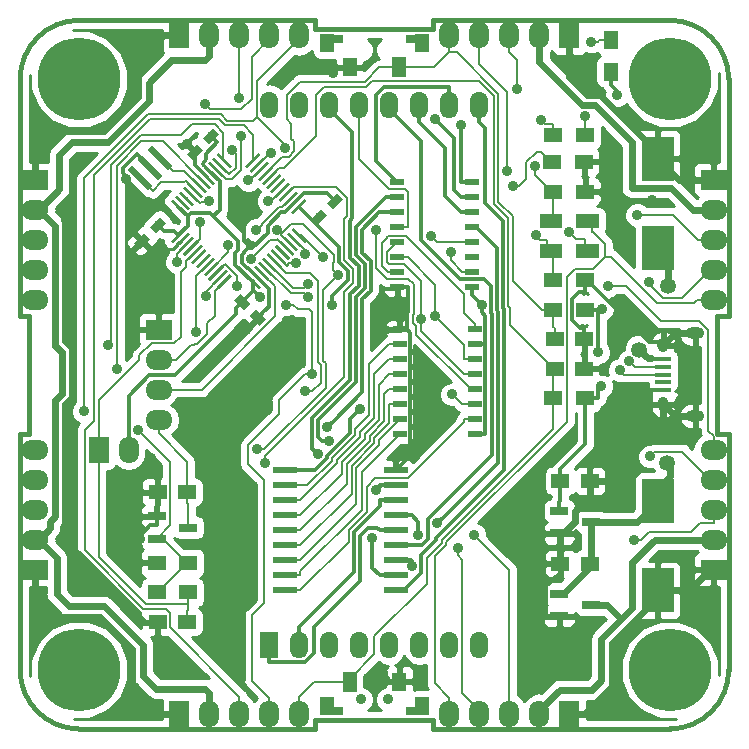
<source format=gbr>
%TF.GenerationSoftware,KiCad,Pcbnew,5.0.2-bee76a0~70~ubuntu16.04.1*%
%TF.CreationDate,2019-02-12T08:58:08+01:00*%
%TF.ProjectId,bcl4v2,62636c34-7632-42e6-9b69-6361645f7063,rev?*%
%TF.SameCoordinates,Original*%
%TF.FileFunction,Copper,L2,Bot*%
%TF.FilePolarity,Positive*%
%FSLAX46Y46*%
G04 Gerber Fmt 4.6, Leading zero omitted, Abs format (unit mm)*
G04 Created by KiCad (PCBNEW 5.0.2-bee76a0~70~ubuntu16.04.1) date Út 12. únor 2019, 08:58:08 CET*
%MOMM*%
%LPD*%
G01*
G04 APERTURE LIST*
%ADD10C,0.381000*%
%ADD11C,7.000000*%
%ADD12C,0.910000*%
%ADD13R,1.200000X1.500000*%
%ADD14R,1.500000X0.700000*%
%ADD15R,1.200000X1.700000*%
%ADD16R,1.200000X1.600000*%
%ADD17R,1.700000X2.300000*%
%ADD18O,1.700000X2.300000*%
%ADD19R,1.200000X1.200000*%
%ADD20R,2.300000X1.700000*%
%ADD21O,2.300000X1.700000*%
%ADD22R,1.350000X0.400000*%
%ADD23O,0.950000X1.250000*%
%ADD24O,1.550000X1.000000*%
%ADD25R,1.300000X1.500000*%
%ADD26R,1.500000X1.300000*%
%ADD27R,1.500000X1.250000*%
%ADD28R,1.500000X0.800000*%
%ADD29C,0.250000*%
%ADD30C,0.150000*%
%ADD31C,0.500000*%
%ADD32C,0.750000*%
%ADD33R,2.700000X3.750000*%
%ADD34R,1.143000X0.508000*%
%ADD35R,2.000000X0.600000*%
%ADD36O,1.524000X2.286000*%
%ADD37R,1.524000X2.286000*%
%ADD38C,0.889000*%
%ADD39C,1.346200*%
%ADD40C,0.304800*%
%ADD41C,0.609600*%
%ADD42C,0.249800*%
%ADD43C,0.203200*%
%ADD44C,0.254000*%
G04 APERTURE END LIST*
D10*
X70000000Y-95000000D02*
X70000000Y-75000000D01*
X70000000Y-125000000D02*
X70000000Y-105000000D01*
X95000000Y-130000000D02*
X75000000Y-130000000D01*
X125000000Y-130000000D02*
X105000000Y-130000000D01*
X130000000Y-105000000D02*
X130000000Y-125000000D01*
X130000000Y-75000000D02*
X130000000Y-95000000D01*
X105000000Y-70000000D02*
X125000000Y-70000000D01*
X75000000Y-70000000D02*
X95000000Y-70000000D01*
X75000000Y-130000000D02*
G75*
G02X70000000Y-125000000I0J5000000D01*
G01*
X130000000Y-125000000D02*
G75*
G02X125000000Y-130000000I-5000000J0D01*
G01*
X125000000Y-70000000D02*
G75*
G02X130000000Y-75000000I0J-5000000D01*
G01*
X70000000Y-75000000D02*
G75*
G02X75000000Y-70000000I5000000J0D01*
G01*
X105000000Y-70750000D02*
X105000000Y-70000000D01*
X95000000Y-70750000D02*
X105000000Y-70750000D01*
X95000000Y-70000000D02*
X95000000Y-70750000D01*
X70750000Y-105000000D02*
X70000000Y-105000000D01*
X70750000Y-95000000D02*
X70750000Y-105000000D01*
X70000000Y-95000000D02*
X70750000Y-95000000D01*
X105000000Y-129250000D02*
X105000000Y-130000000D01*
X95000000Y-129250000D02*
X105000000Y-129250000D01*
X95000000Y-130000000D02*
X95000000Y-129250000D01*
X129000000Y-105000000D02*
X130000000Y-105000000D01*
X129000000Y-95000000D02*
X129000000Y-105000000D01*
X130000000Y-95000000D02*
X129000000Y-95000000D01*
D11*
X125000000Y-125000000D03*
D12*
X98850000Y-127500000D03*
X101150000Y-127500000D03*
D13*
X96000000Y-128050000D03*
X104000000Y-128050000D03*
D14*
X96550000Y-128450000D03*
X103450000Y-128450000D03*
D15*
X97900000Y-126000000D03*
D16*
X102100000Y-126000000D03*
D17*
X83490000Y-128730000D03*
D18*
X86030000Y-128730000D03*
X88570000Y-128730000D03*
X91110000Y-128730000D03*
X93650000Y-128730000D03*
D19*
X118425000Y-89500000D03*
X114575000Y-89500000D03*
D20*
X81730000Y-96200000D03*
D21*
X81730000Y-98740000D03*
X81730000Y-101280000D03*
X81730000Y-103820000D03*
D22*
X124450000Y-98700000D03*
X124450000Y-99350000D03*
X124450000Y-100000000D03*
X124450000Y-100650000D03*
X124450000Y-101300000D03*
D23*
X124450000Y-97500000D03*
X124450000Y-102500000D03*
D24*
X127150000Y-96500000D03*
X127150000Y-103500000D03*
D25*
X120000000Y-71650000D03*
X120000000Y-74350000D03*
D26*
X117850000Y-79750000D03*
X115150000Y-79750000D03*
X84250000Y-115950000D03*
X81550000Y-115950000D03*
D27*
X118250000Y-116000000D03*
X115750000Y-116000000D03*
X115750000Y-109000000D03*
X118250000Y-109000000D03*
D11*
X75000000Y-125000000D03*
X75000000Y-75000000D03*
X125000000Y-75000000D03*
D27*
X117750000Y-97000000D03*
X115250000Y-97000000D03*
D26*
X117850000Y-94500000D03*
X115150000Y-94500000D03*
D28*
X115650000Y-113450000D03*
X115650000Y-111550000D03*
X118350000Y-112500000D03*
D29*
X83391154Y-85780241D03*
D30*
G36*
X82737080Y-85302944D02*
X82913857Y-85126167D01*
X84045228Y-86257538D01*
X83868451Y-86434315D01*
X82737080Y-85302944D01*
X82737080Y-85302944D01*
G37*
D29*
X83744707Y-85426687D03*
D30*
G36*
X83090633Y-84949390D02*
X83267410Y-84772613D01*
X84398781Y-85903984D01*
X84222004Y-86080761D01*
X83090633Y-84949390D01*
X83090633Y-84949390D01*
G37*
D29*
X84098260Y-85073134D03*
D30*
G36*
X83444186Y-84595837D02*
X83620963Y-84419060D01*
X84752334Y-85550431D01*
X84575557Y-85727208D01*
X83444186Y-84595837D01*
X83444186Y-84595837D01*
G37*
D29*
X84451814Y-84719581D03*
D30*
G36*
X83797740Y-84242284D02*
X83974517Y-84065507D01*
X85105888Y-85196878D01*
X84929111Y-85373655D01*
X83797740Y-84242284D01*
X83797740Y-84242284D01*
G37*
D29*
X84805367Y-84366027D03*
D30*
G36*
X84151293Y-83888730D02*
X84328070Y-83711953D01*
X85459441Y-84843324D01*
X85282664Y-85020101D01*
X84151293Y-83888730D01*
X84151293Y-83888730D01*
G37*
D29*
X85158920Y-84012474D03*
D30*
G36*
X84504846Y-83535177D02*
X84681623Y-83358400D01*
X85812994Y-84489771D01*
X85636217Y-84666548D01*
X84504846Y-83535177D01*
X84504846Y-83535177D01*
G37*
D29*
X85512474Y-83658920D03*
D30*
G36*
X84858400Y-83181623D02*
X85035177Y-83004846D01*
X86166548Y-84136217D01*
X85989771Y-84312994D01*
X84858400Y-83181623D01*
X84858400Y-83181623D01*
G37*
D29*
X85866027Y-83305367D03*
D30*
G36*
X85211953Y-82828070D02*
X85388730Y-82651293D01*
X86520101Y-83782664D01*
X86343324Y-83959441D01*
X85211953Y-82828070D01*
X85211953Y-82828070D01*
G37*
D29*
X86219581Y-82951814D03*
D30*
G36*
X85565507Y-82474517D02*
X85742284Y-82297740D01*
X86873655Y-83429111D01*
X86696878Y-83605888D01*
X85565507Y-82474517D01*
X85565507Y-82474517D01*
G37*
D29*
X86573134Y-82598260D03*
D30*
G36*
X85919060Y-82120963D02*
X86095837Y-81944186D01*
X87227208Y-83075557D01*
X87050431Y-83252334D01*
X85919060Y-82120963D01*
X85919060Y-82120963D01*
G37*
D29*
X86926687Y-82244707D03*
D30*
G36*
X86272613Y-81767410D02*
X86449390Y-81590633D01*
X87580761Y-82722004D01*
X87403984Y-82898781D01*
X86272613Y-81767410D01*
X86272613Y-81767410D01*
G37*
D29*
X87280241Y-81891154D03*
D30*
G36*
X86626167Y-81413857D02*
X86802944Y-81237080D01*
X87934315Y-82368451D01*
X87757538Y-82545228D01*
X86626167Y-81413857D01*
X86626167Y-81413857D01*
G37*
D29*
X89719759Y-81891154D03*
D30*
G36*
X90197056Y-81237080D02*
X90373833Y-81413857D01*
X89242462Y-82545228D01*
X89065685Y-82368451D01*
X90197056Y-81237080D01*
X90197056Y-81237080D01*
G37*
D29*
X90073313Y-82244707D03*
D30*
G36*
X90550610Y-81590633D02*
X90727387Y-81767410D01*
X89596016Y-82898781D01*
X89419239Y-82722004D01*
X90550610Y-81590633D01*
X90550610Y-81590633D01*
G37*
D29*
X90426866Y-82598260D03*
D30*
G36*
X90904163Y-81944186D02*
X91080940Y-82120963D01*
X89949569Y-83252334D01*
X89772792Y-83075557D01*
X90904163Y-81944186D01*
X90904163Y-81944186D01*
G37*
D29*
X90780419Y-82951814D03*
D30*
G36*
X91257716Y-82297740D02*
X91434493Y-82474517D01*
X90303122Y-83605888D01*
X90126345Y-83429111D01*
X91257716Y-82297740D01*
X91257716Y-82297740D01*
G37*
D29*
X91133973Y-83305367D03*
D30*
G36*
X91611270Y-82651293D02*
X91788047Y-82828070D01*
X90656676Y-83959441D01*
X90479899Y-83782664D01*
X91611270Y-82651293D01*
X91611270Y-82651293D01*
G37*
D29*
X91487526Y-83658920D03*
D30*
G36*
X91964823Y-83004846D02*
X92141600Y-83181623D01*
X91010229Y-84312994D01*
X90833452Y-84136217D01*
X91964823Y-83004846D01*
X91964823Y-83004846D01*
G37*
D29*
X91841080Y-84012474D03*
D30*
G36*
X92318377Y-83358400D02*
X92495154Y-83535177D01*
X91363783Y-84666548D01*
X91187006Y-84489771D01*
X92318377Y-83358400D01*
X92318377Y-83358400D01*
G37*
D29*
X92194633Y-84366027D03*
D30*
G36*
X92671930Y-83711953D02*
X92848707Y-83888730D01*
X91717336Y-85020101D01*
X91540559Y-84843324D01*
X92671930Y-83711953D01*
X92671930Y-83711953D01*
G37*
D29*
X92548186Y-84719581D03*
D30*
G36*
X93025483Y-84065507D02*
X93202260Y-84242284D01*
X92070889Y-85373655D01*
X91894112Y-85196878D01*
X93025483Y-84065507D01*
X93025483Y-84065507D01*
G37*
D29*
X92901740Y-85073134D03*
D30*
G36*
X93379037Y-84419060D02*
X93555814Y-84595837D01*
X92424443Y-85727208D01*
X92247666Y-85550431D01*
X93379037Y-84419060D01*
X93379037Y-84419060D01*
G37*
D29*
X93255293Y-85426687D03*
D30*
G36*
X93732590Y-84772613D02*
X93909367Y-84949390D01*
X92777996Y-86080761D01*
X92601219Y-85903984D01*
X93732590Y-84772613D01*
X93732590Y-84772613D01*
G37*
D29*
X93608846Y-85780241D03*
D30*
G36*
X94086143Y-85126167D02*
X94262920Y-85302944D01*
X93131549Y-86434315D01*
X92954772Y-86257538D01*
X94086143Y-85126167D01*
X94086143Y-85126167D01*
G37*
D29*
X93608846Y-88219759D03*
D30*
G36*
X92954772Y-87742462D02*
X93131549Y-87565685D01*
X94262920Y-88697056D01*
X94086143Y-88873833D01*
X92954772Y-87742462D01*
X92954772Y-87742462D01*
G37*
D29*
X93255293Y-88573313D03*
D30*
G36*
X92601219Y-88096016D02*
X92777996Y-87919239D01*
X93909367Y-89050610D01*
X93732590Y-89227387D01*
X92601219Y-88096016D01*
X92601219Y-88096016D01*
G37*
D29*
X92901740Y-88926866D03*
D30*
G36*
X92247666Y-88449569D02*
X92424443Y-88272792D01*
X93555814Y-89404163D01*
X93379037Y-89580940D01*
X92247666Y-88449569D01*
X92247666Y-88449569D01*
G37*
D29*
X92548186Y-89280419D03*
D30*
G36*
X91894112Y-88803122D02*
X92070889Y-88626345D01*
X93202260Y-89757716D01*
X93025483Y-89934493D01*
X91894112Y-88803122D01*
X91894112Y-88803122D01*
G37*
D29*
X92194633Y-89633973D03*
D30*
G36*
X91540559Y-89156676D02*
X91717336Y-88979899D01*
X92848707Y-90111270D01*
X92671930Y-90288047D01*
X91540559Y-89156676D01*
X91540559Y-89156676D01*
G37*
D29*
X91841080Y-89987526D03*
D30*
G36*
X91187006Y-89510229D02*
X91363783Y-89333452D01*
X92495154Y-90464823D01*
X92318377Y-90641600D01*
X91187006Y-89510229D01*
X91187006Y-89510229D01*
G37*
D29*
X91487526Y-90341080D03*
D30*
G36*
X90833452Y-89863783D02*
X91010229Y-89687006D01*
X92141600Y-90818377D01*
X91964823Y-90995154D01*
X90833452Y-89863783D01*
X90833452Y-89863783D01*
G37*
D29*
X91133973Y-90694633D03*
D30*
G36*
X90479899Y-90217336D02*
X90656676Y-90040559D01*
X91788047Y-91171930D01*
X91611270Y-91348707D01*
X90479899Y-90217336D01*
X90479899Y-90217336D01*
G37*
D29*
X90780419Y-91048186D03*
D30*
G36*
X90126345Y-90570889D02*
X90303122Y-90394112D01*
X91434493Y-91525483D01*
X91257716Y-91702260D01*
X90126345Y-90570889D01*
X90126345Y-90570889D01*
G37*
D29*
X90426866Y-91401740D03*
D30*
G36*
X89772792Y-90924443D02*
X89949569Y-90747666D01*
X91080940Y-91879037D01*
X90904163Y-92055814D01*
X89772792Y-90924443D01*
X89772792Y-90924443D01*
G37*
D29*
X90073313Y-91755293D03*
D30*
G36*
X89419239Y-91277996D02*
X89596016Y-91101219D01*
X90727387Y-92232590D01*
X90550610Y-92409367D01*
X89419239Y-91277996D01*
X89419239Y-91277996D01*
G37*
D29*
X89719759Y-92108846D03*
D30*
G36*
X89065685Y-91631549D02*
X89242462Y-91454772D01*
X90373833Y-92586143D01*
X90197056Y-92762920D01*
X89065685Y-91631549D01*
X89065685Y-91631549D01*
G37*
D29*
X87280241Y-92108846D03*
D30*
G36*
X87757538Y-91454772D02*
X87934315Y-91631549D01*
X86802944Y-92762920D01*
X86626167Y-92586143D01*
X87757538Y-91454772D01*
X87757538Y-91454772D01*
G37*
D29*
X86926687Y-91755293D03*
D30*
G36*
X87403984Y-91101219D02*
X87580761Y-91277996D01*
X86449390Y-92409367D01*
X86272613Y-92232590D01*
X87403984Y-91101219D01*
X87403984Y-91101219D01*
G37*
D29*
X86573134Y-91401740D03*
D30*
G36*
X87050431Y-90747666D02*
X87227208Y-90924443D01*
X86095837Y-92055814D01*
X85919060Y-91879037D01*
X87050431Y-90747666D01*
X87050431Y-90747666D01*
G37*
D29*
X86219581Y-91048186D03*
D30*
G36*
X86696878Y-90394112D02*
X86873655Y-90570889D01*
X85742284Y-91702260D01*
X85565507Y-91525483D01*
X86696878Y-90394112D01*
X86696878Y-90394112D01*
G37*
D29*
X85866027Y-90694633D03*
D30*
G36*
X86343324Y-90040559D02*
X86520101Y-90217336D01*
X85388730Y-91348707D01*
X85211953Y-91171930D01*
X86343324Y-90040559D01*
X86343324Y-90040559D01*
G37*
D29*
X85512474Y-90341080D03*
D30*
G36*
X85989771Y-89687006D02*
X86166548Y-89863783D01*
X85035177Y-90995154D01*
X84858400Y-90818377D01*
X85989771Y-89687006D01*
X85989771Y-89687006D01*
G37*
D29*
X85158920Y-89987526D03*
D30*
G36*
X85636217Y-89333452D02*
X85812994Y-89510229D01*
X84681623Y-90641600D01*
X84504846Y-90464823D01*
X85636217Y-89333452D01*
X85636217Y-89333452D01*
G37*
D29*
X84805367Y-89633973D03*
D30*
G36*
X85282664Y-88979899D02*
X85459441Y-89156676D01*
X84328070Y-90288047D01*
X84151293Y-90111270D01*
X85282664Y-88979899D01*
X85282664Y-88979899D01*
G37*
D29*
X84451814Y-89280419D03*
D30*
G36*
X84929111Y-88626345D02*
X85105888Y-88803122D01*
X83974517Y-89934493D01*
X83797740Y-89757716D01*
X84929111Y-88626345D01*
X84929111Y-88626345D01*
G37*
D29*
X84098260Y-88926866D03*
D30*
G36*
X84575557Y-88272792D02*
X84752334Y-88449569D01*
X83620963Y-89580940D01*
X83444186Y-89404163D01*
X84575557Y-88272792D01*
X84575557Y-88272792D01*
G37*
D29*
X83744707Y-88573313D03*
D30*
G36*
X84222004Y-87919239D02*
X84398781Y-88096016D01*
X83267410Y-89227387D01*
X83090633Y-89050610D01*
X84222004Y-87919239D01*
X84222004Y-87919239D01*
G37*
D29*
X83391154Y-88219759D03*
D30*
G36*
X83868451Y-87565685D02*
X84045228Y-87742462D01*
X82913857Y-88873833D01*
X82737080Y-88697056D01*
X83868451Y-87565685D01*
X83868451Y-87565685D01*
G37*
D17*
X83490000Y-71270000D03*
D18*
X86030000Y-71270000D03*
X88570000Y-71270000D03*
X91110000Y-71270000D03*
X93650000Y-71270000D03*
D17*
X116510000Y-71270000D03*
D18*
X113970000Y-71270000D03*
X111430000Y-71270000D03*
X108890000Y-71270000D03*
X106350000Y-71270000D03*
D17*
X116510000Y-128730000D03*
D18*
X113970000Y-128730000D03*
X111430000Y-128730000D03*
X108890000Y-128730000D03*
X106350000Y-128730000D03*
D20*
X71270000Y-116510000D03*
D21*
X71270000Y-113970000D03*
X71270000Y-111430000D03*
X71270000Y-108890000D03*
X71270000Y-106350000D03*
D20*
X71270000Y-83490000D03*
D21*
X71270000Y-86030000D03*
X71270000Y-88570000D03*
X71270000Y-91110000D03*
X71270000Y-93650000D03*
D20*
X128730000Y-83490000D03*
D21*
X128730000Y-86030000D03*
X128730000Y-88570000D03*
X128730000Y-91110000D03*
X128730000Y-93650000D03*
D20*
X128730000Y-116510000D03*
D21*
X128730000Y-113970000D03*
X128730000Y-111430000D03*
X128730000Y-108890000D03*
X128730000Y-106350000D03*
D27*
X117750000Y-99500000D03*
X115250000Y-99500000D03*
D26*
X117850000Y-102000000D03*
X115150000Y-102000000D03*
D31*
X80151472Y-83348528D03*
D30*
G36*
X80858579Y-84409188D02*
X79090812Y-82641421D01*
X79444365Y-82287868D01*
X81212132Y-84055635D01*
X80858579Y-84409188D01*
X80858579Y-84409188D01*
G37*
D31*
X81000000Y-82500000D03*
D30*
G36*
X81707107Y-83560660D02*
X79939340Y-81792893D01*
X80292893Y-81439340D01*
X82060660Y-83207107D01*
X81707107Y-83560660D01*
X81707107Y-83560660D01*
G37*
D31*
X81848528Y-81651472D03*
D30*
G36*
X82555635Y-82712132D02*
X80787868Y-80944365D01*
X81141421Y-80590812D01*
X82909188Y-82358579D01*
X82555635Y-82712132D01*
X82555635Y-82712132D01*
G37*
D32*
X86171751Y-79828249D03*
D30*
G36*
X86330850Y-79138820D02*
X86861180Y-79669150D01*
X86012652Y-80517678D01*
X85482322Y-79987348D01*
X86330850Y-79138820D01*
X86330850Y-79138820D01*
G37*
D32*
X84828249Y-81171751D03*
D30*
G36*
X84987348Y-80482322D02*
X85517678Y-81012652D01*
X84669150Y-81861180D01*
X84138820Y-81330850D01*
X84987348Y-80482322D01*
X84987348Y-80482322D01*
G37*
D32*
X95328249Y-86671751D03*
D30*
G36*
X95169150Y-87361180D02*
X94638820Y-86830850D01*
X95487348Y-85982322D01*
X96017678Y-86512652D01*
X95169150Y-87361180D01*
X95169150Y-87361180D01*
G37*
D32*
X96671751Y-85328249D03*
D30*
G36*
X96512652Y-86017678D02*
X95982322Y-85487348D01*
X96830850Y-84638820D01*
X97361180Y-85169150D01*
X96512652Y-86017678D01*
X96512652Y-86017678D01*
G37*
D32*
X81671751Y-87328249D03*
D30*
G36*
X81830850Y-86638820D02*
X82361180Y-87169150D01*
X81512652Y-88017678D01*
X80982322Y-87487348D01*
X81830850Y-86638820D01*
X81830850Y-86638820D01*
G37*
D32*
X80328249Y-88671751D03*
D30*
G36*
X80487348Y-87982322D02*
X81017678Y-88512652D01*
X80169150Y-89361180D01*
X79638820Y-88830850D01*
X80487348Y-87982322D01*
X80487348Y-87982322D01*
G37*
D32*
X88828249Y-93828249D03*
D30*
G36*
X88138820Y-93669150D02*
X88669150Y-93138820D01*
X89517678Y-93987348D01*
X88987348Y-94517678D01*
X88138820Y-93669150D01*
X88138820Y-93669150D01*
G37*
D32*
X90171751Y-95171751D03*
D30*
G36*
X89482322Y-95012652D02*
X90012652Y-94482322D01*
X90861180Y-95330850D01*
X90330850Y-95861180D01*
X89482322Y-95012652D01*
X89482322Y-95012652D01*
G37*
D17*
X76650000Y-106350000D03*
D18*
X79190000Y-106350000D03*
D27*
X84150000Y-120950000D03*
X81650000Y-120950000D03*
X84150000Y-109950000D03*
X81650000Y-109950000D03*
D26*
X117850000Y-84500000D03*
X115150000Y-84500000D03*
X115050000Y-82000000D03*
X117750000Y-82000000D03*
X117850000Y-92000000D03*
X115150000Y-92000000D03*
X84250000Y-118450000D03*
X81550000Y-118450000D03*
D33*
X124000000Y-110725000D03*
X124000000Y-118275000D03*
D28*
X81550000Y-113900000D03*
X81550000Y-112000000D03*
X84250000Y-112950000D03*
D19*
X118425000Y-87000000D03*
X114575000Y-87000000D03*
D33*
X124000000Y-89275000D03*
X124000000Y-81725000D03*
D28*
X115650000Y-120450000D03*
X115650000Y-118550000D03*
X118350000Y-119500000D03*
D26*
X115150000Y-89500000D03*
X117850000Y-89500000D03*
X115150000Y-87000000D03*
X117850000Y-87000000D03*
D16*
X97900000Y-74000000D03*
D15*
X102100000Y-74000000D03*
D14*
X96550000Y-71550000D03*
X103450000Y-71550000D03*
D13*
X96000000Y-71950000D03*
X104000000Y-71950000D03*
D34*
X108475000Y-103775000D03*
X102125000Y-105045000D03*
X102125000Y-103775000D03*
X102125000Y-102505000D03*
X102125000Y-101235000D03*
X102125000Y-99965000D03*
X102125000Y-98695000D03*
X102125000Y-97425000D03*
X102125000Y-96155000D03*
X108475000Y-96155000D03*
X108475000Y-97425000D03*
X108475000Y-98695000D03*
X108475000Y-99965000D03*
X108475000Y-101235000D03*
X108475000Y-102505000D03*
X108475000Y-105045000D03*
D35*
X101800000Y-118280000D03*
X101800000Y-117010000D03*
X101800000Y-115740000D03*
X101800000Y-114470000D03*
X101800000Y-113200000D03*
X101800000Y-111930000D03*
X101800000Y-110660000D03*
X101800000Y-109390000D03*
X101800000Y-108120000D03*
X92400000Y-108120000D03*
X92400000Y-109390000D03*
X92400000Y-110660000D03*
X92400000Y-111930000D03*
X92400000Y-113200000D03*
X92400000Y-114470000D03*
X92400000Y-115740000D03*
X92400000Y-117010000D03*
X92400000Y-118280000D03*
D34*
X108275000Y-92595000D03*
X108275000Y-90055000D03*
X108275000Y-88785000D03*
X108275000Y-87515000D03*
X108275000Y-86245000D03*
X108275000Y-84975000D03*
X108275000Y-83705000D03*
X101925000Y-83705000D03*
X101925000Y-84975000D03*
X101925000Y-86245000D03*
X101925000Y-87515000D03*
X101925000Y-88785000D03*
X101925000Y-90055000D03*
X101925000Y-91325000D03*
X101925000Y-92595000D03*
X108275000Y-91325000D03*
D36*
X91110000Y-77140000D03*
X93650000Y-77140000D03*
X96190000Y-77140000D03*
X98730000Y-77140000D03*
X101270000Y-77140000D03*
X103810000Y-77140000D03*
X106350000Y-77140000D03*
X108890000Y-77140000D03*
X106350000Y-122860000D03*
X108890000Y-122860000D03*
X98730000Y-122860000D03*
X101270000Y-122860000D03*
X96190000Y-122860000D03*
X103810000Y-122860000D03*
X93650000Y-122860000D03*
D37*
X91110000Y-122860000D03*
D38*
X100893600Y-96200000D03*
X89143600Y-96200000D03*
X96474100Y-74457500D03*
X100762000Y-125281500D03*
X84098700Y-80442300D03*
X78973300Y-83445000D03*
X80125300Y-113900000D03*
D39*
X73700000Y-86100000D03*
X73800000Y-113900000D03*
D38*
X88950000Y-85700000D03*
X81100000Y-107050000D03*
X123532578Y-85216901D03*
X86360000Y-114300000D03*
X113650000Y-88195900D03*
X89330700Y-83553400D03*
X78208500Y-99534000D03*
X98789600Y-102920300D03*
D39*
X124868000Y-92500000D03*
X124768000Y-107500000D03*
X122422592Y-97877408D03*
D38*
X119195700Y-101002000D03*
X90308500Y-93448800D03*
X96426500Y-94080500D03*
X118955900Y-98126000D03*
X119278800Y-94429100D03*
X120553200Y-76364900D03*
X109070246Y-94076300D03*
X83268000Y-90483200D03*
X94094400Y-89765119D03*
X123300000Y-106925000D03*
X92500000Y-94075000D03*
X111249998Y-82750000D03*
X94742000Y-99981666D03*
X90042900Y-106324500D03*
X91756200Y-87748600D03*
X123277962Y-92185190D03*
X96950000Y-91600000D03*
X85211812Y-87115512D03*
X85650000Y-77100000D03*
X107050000Y-114650002D03*
X114097600Y-78477500D03*
X85966600Y-85301100D03*
X118355000Y-71805000D03*
X117809200Y-78120300D03*
X91258300Y-81200200D03*
X113629840Y-82370154D03*
X107347600Y-78850300D03*
X99823600Y-113852600D03*
X95181700Y-106759100D03*
X96007906Y-104417092D03*
X105122900Y-78324600D03*
X105330331Y-112607830D03*
X103715800Y-113614800D03*
X103165682Y-116175391D03*
X100141200Y-109791000D03*
X96157000Y-105594800D03*
X80025200Y-104688300D03*
X92451700Y-80786500D03*
X116500000Y-87969300D03*
X75423900Y-103110000D03*
X112102700Y-75847100D03*
X87964900Y-80977900D03*
X77457200Y-97465000D03*
X108410855Y-113542204D03*
X90762500Y-107513000D03*
X90000000Y-87750000D03*
X95650000Y-90075000D03*
X119750000Y-92500000D03*
X89561900Y-90216500D03*
X93373300Y-90591900D03*
X122250000Y-86500000D03*
X122015600Y-114032000D03*
X94116604Y-101431576D03*
X94400000Y-92355500D03*
X121549473Y-98868472D03*
X94400000Y-93444500D03*
X120766502Y-99629973D03*
X88738600Y-79784400D03*
X88529269Y-76600690D03*
X106442500Y-89587868D03*
X111750004Y-84000000D03*
X91027900Y-85301600D03*
X100150000Y-87800000D03*
X85702400Y-93356600D03*
X103980000Y-95285600D03*
X88394700Y-92484800D03*
X105165200Y-95029500D03*
X87633500Y-89009300D03*
X104750000Y-88250000D03*
X84895900Y-96430500D03*
X106589800Y-101676300D03*
D40*
X102720500Y-96155000D02*
X103052500Y-96487000D01*
X103052500Y-96487000D02*
X103052500Y-106867500D01*
X103052500Y-106867500D02*
X101800000Y-108120000D01*
X102125000Y-96155000D02*
X102720500Y-96155000D01*
X102852400Y-92595000D02*
X102852400Y-94706100D01*
X102852400Y-94706100D02*
X102720500Y-94838000D01*
X102720500Y-94838000D02*
X102720500Y-96155000D01*
X90073300Y-91755300D02*
X89334900Y-91016900D01*
X89334900Y-91016900D02*
X89230400Y-91016900D01*
X89230400Y-91016900D02*
X88761500Y-90548000D01*
X88761500Y-90548000D02*
X88761500Y-89885000D01*
X88761500Y-89885000D02*
X88923700Y-89722800D01*
X88923700Y-89722800D02*
X88923700Y-89722400D01*
X88923700Y-89722400D02*
X88946300Y-89699800D01*
X88946300Y-89699800D02*
X88946300Y-89641700D01*
X124450000Y-102500000D02*
X123619100Y-102500000D01*
X124450000Y-101300000D02*
X123419100Y-101300000D01*
X123619100Y-102500000D02*
X123419100Y-102300000D01*
X123419100Y-102300000D02*
X123419100Y-101300000D01*
D41*
X118250000Y-109000000D02*
X119610000Y-109000000D01*
X119610000Y-109000000D02*
X124450000Y-104160000D01*
X124450000Y-104160000D02*
X124450000Y-102500000D01*
D40*
X97900000Y-74000000D02*
X96931600Y-74000000D01*
X96931600Y-74000000D02*
X96474100Y-74457500D01*
X102125000Y-96155000D02*
X100938600Y-96155000D01*
X100938600Y-96155000D02*
X100893600Y-96200000D01*
X90171800Y-95171800D02*
X89143600Y-96200000D01*
X81730000Y-89371200D02*
X81027600Y-89371200D01*
X81027600Y-89371200D02*
X80328200Y-88671800D01*
X82446100Y-89371200D02*
X81730000Y-89371200D01*
X80328200Y-88671800D02*
X79811300Y-88154900D01*
X101925000Y-92595000D02*
X102852400Y-92595000D01*
X90688700Y-94654900D02*
X90688700Y-94651100D01*
X90688700Y-94651100D02*
X91052600Y-94287200D01*
X91052600Y-94287200D02*
X91052600Y-93836700D01*
X91052600Y-93836700D02*
X91108900Y-93780400D01*
X91108900Y-93780400D02*
X91108900Y-93117200D01*
X91108900Y-93117200D02*
X91052600Y-93060900D01*
X91052600Y-93060900D02*
X91052600Y-92734800D01*
X91052600Y-92734800D02*
X90890600Y-92572800D01*
X90890600Y-92572800D02*
X90890600Y-92572700D01*
X90890600Y-92572700D02*
X90890700Y-92572600D01*
X84828200Y-81171800D02*
X84098700Y-80442300D01*
D42*
X82946800Y-89371200D02*
X82446100Y-89371200D01*
D40*
X90123000Y-91805000D02*
X90073300Y-91755300D01*
X90123000Y-91805000D02*
X90890700Y-92572600D01*
X117850000Y-92000000D02*
X117850000Y-93005900D01*
X117750000Y-97000000D02*
X117750000Y-96019100D01*
X117750000Y-96019100D02*
X117387200Y-96019100D01*
X117387200Y-96019100D02*
X116744000Y-95375900D01*
X116744000Y-95375900D02*
X116744000Y-93609000D01*
X116744000Y-93609000D02*
X117347100Y-93005900D01*
X117347100Y-93005900D02*
X117850000Y-93005900D01*
X117750000Y-99500000D02*
X117750000Y-97000000D01*
D41*
X124676600Y-97273400D02*
X124450000Y-97500000D01*
X127150000Y-96500000D02*
X125450000Y-96500000D01*
X125450000Y-96500000D02*
X124676600Y-97273400D01*
D40*
X102100000Y-126000000D02*
X101144100Y-126000000D01*
X100762000Y-125281500D02*
X101144100Y-125663600D01*
X101144100Y-125663600D02*
X101144100Y-126000000D01*
X85866000Y-83305400D02*
X85763100Y-83202500D01*
X85527900Y-82967300D02*
X84828200Y-82267600D01*
X85527900Y-82967300D02*
X85763100Y-83202500D01*
X81650000Y-110440400D02*
X81650000Y-109950000D01*
X79811300Y-88154900D02*
X79811300Y-84283000D01*
X79811300Y-84283000D02*
X78973300Y-83445000D01*
D42*
X83744700Y-88573300D02*
X83489500Y-88828500D01*
X83345800Y-88972200D02*
X82946800Y-89371200D01*
D40*
X83345800Y-88972200D02*
X83489500Y-88828500D01*
X81550000Y-112000000D02*
X81550000Y-112755900D01*
X80125300Y-113900000D02*
X80125300Y-113662300D01*
X80125300Y-113662300D02*
X81031700Y-112755900D01*
X81031700Y-112755900D02*
X81550000Y-112755900D01*
X80444100Y-115950000D02*
X80125300Y-115631200D01*
X80125300Y-115631200D02*
X80125300Y-113900000D01*
X81650000Y-110440400D02*
X81650000Y-110930900D01*
X90171800Y-95171800D02*
X90688700Y-94654900D01*
X81650000Y-110930900D02*
X81550000Y-111030900D01*
X81550000Y-111030900D02*
X81550000Y-112000000D01*
X84828200Y-82267600D02*
X84828200Y-81171800D01*
X78973300Y-83445000D02*
X78973300Y-83217400D01*
X78973300Y-83217400D02*
X78709000Y-82953100D01*
X78709000Y-82953100D02*
X78709000Y-82519900D01*
X78709000Y-82519900D02*
X79864500Y-81364400D01*
X81550000Y-115950000D02*
X80444100Y-115950000D01*
X115750000Y-116980900D02*
X115504800Y-116980900D01*
X115504800Y-116980900D02*
X114544100Y-117941600D01*
X114544100Y-117941600D02*
X114544100Y-120450000D01*
X115750000Y-116000000D02*
X115750000Y-116980900D01*
X117750000Y-82000000D02*
X117750000Y-83005900D01*
X117750000Y-83005900D02*
X117850000Y-83105900D01*
X117850000Y-83105900D02*
X117850000Y-84500000D01*
X81000000Y-82500000D02*
X79864500Y-81364400D01*
X115650000Y-120450000D02*
X114544100Y-120450000D01*
D41*
X73700000Y-86100000D02*
X73700000Y-86938700D01*
X73700000Y-86938700D02*
X73842400Y-87081100D01*
X73842400Y-97184700D02*
X74400000Y-97742300D01*
X74400000Y-97742300D02*
X74400000Y-101964000D01*
X74400000Y-101964000D02*
X73842400Y-102522000D01*
X73842400Y-102522000D02*
X73842400Y-112919000D01*
X73842400Y-112919000D02*
X73800000Y-112961000D01*
X73800000Y-112961000D02*
X73800000Y-113900000D01*
X71270000Y-83490000D02*
X71270000Y-80830000D01*
X71270000Y-80830000D02*
X72700000Y-79400000D01*
X72700000Y-79400000D02*
X77119600Y-79400000D01*
X77119600Y-79400000D02*
X80000000Y-76519600D01*
X80000000Y-76519600D02*
X80000000Y-73000000D01*
X80000000Y-73000000D02*
X81730000Y-71270000D01*
X81730000Y-71270000D02*
X83490000Y-71270000D01*
X71270000Y-83490000D02*
X71570000Y-83490000D01*
X83490000Y-128730000D02*
X82130000Y-128730000D01*
X82130000Y-128730000D02*
X79500000Y-126100000D01*
X79500000Y-126100000D02*
X79500000Y-123200000D01*
X79500000Y-123200000D02*
X76800000Y-120500000D01*
X76800000Y-120500000D02*
X73000000Y-120500000D01*
X73000000Y-120500000D02*
X71270000Y-118770000D01*
X71270000Y-118770000D02*
X71270000Y-116510000D01*
X118250000Y-109000000D02*
X118250000Y-110235000D01*
X118250000Y-110235000D02*
X116959000Y-111526000D01*
X116959000Y-111526000D02*
X116959000Y-112441000D01*
X116959000Y-112441000D02*
X115950000Y-113450000D01*
X115950000Y-113450000D02*
X115650000Y-113450000D01*
X115750000Y-116000000D02*
X115750000Y-113550000D01*
X115750000Y-113550000D02*
X115650000Y-113450000D01*
X116510000Y-128730000D02*
X117770000Y-128730000D01*
X117770000Y-128730000D02*
X120100000Y-126400000D01*
X120100000Y-126400000D02*
X120100000Y-122700000D01*
X120100000Y-122700000D02*
X124000000Y-118800000D01*
X124000000Y-118800000D02*
X124000000Y-118275000D01*
X128730000Y-116510000D02*
X128390000Y-116510000D01*
X128390000Y-116510000D02*
X126625000Y-118275000D01*
X126625000Y-118275000D02*
X124000000Y-118275000D01*
X127150000Y-103500000D02*
X125450000Y-103500000D01*
X125450000Y-103500000D02*
X124450000Y-102500000D01*
X116510000Y-71270000D02*
X116510000Y-73029600D01*
X116510000Y-73029600D02*
X116500000Y-73039600D01*
X116500000Y-73039600D02*
X116500000Y-74800000D01*
X116500000Y-74800000D02*
X118000000Y-76300000D01*
X118000000Y-76300000D02*
X119100000Y-76300000D01*
X119100000Y-76300000D02*
X124000000Y-81200000D01*
X124000000Y-81200000D02*
X124000000Y-81725000D01*
X71570000Y-116510000D02*
X71270000Y-116510000D01*
X128730000Y-83490000D02*
X125765000Y-83490000D01*
X125765000Y-83490000D02*
X124000000Y-81725000D01*
D40*
X80125000Y-120479800D02*
X80595200Y-120950000D01*
X80595200Y-120950000D02*
X81650000Y-120950000D01*
X80125000Y-120225000D02*
X80125000Y-120479800D01*
X80125000Y-120225000D02*
X73800000Y-113900000D01*
X89300000Y-89288000D02*
X89300000Y-89050000D01*
X89300000Y-89050000D02*
X88946010Y-88696010D01*
X88946300Y-89641700D02*
X89300000Y-89288000D01*
X89300000Y-89288000D02*
X89646150Y-89288000D01*
X94072700Y-84609300D02*
X95952900Y-84609300D01*
X90955800Y-87417100D02*
X92128900Y-86244000D01*
X95952900Y-84609300D02*
X96671800Y-85328200D01*
X90955800Y-87978350D02*
X90955800Y-87417100D01*
X92128900Y-86244000D02*
X92438000Y-86244000D01*
X89646150Y-89288000D02*
X90955800Y-87978350D01*
X92438000Y-86244000D02*
X94072700Y-84609300D01*
X88946010Y-85703990D02*
X88950000Y-85700000D01*
X88946010Y-88696010D02*
X88946010Y-85703990D01*
D41*
X73842400Y-87081100D02*
X73842400Y-97184700D01*
D40*
X81730000Y-89600000D02*
X81730000Y-89371200D01*
X81730000Y-96200000D02*
X81730000Y-89600000D01*
X81730000Y-89600000D02*
X81400000Y-89600000D01*
X81400000Y-89600000D02*
X81350000Y-89650000D01*
X81650000Y-107600000D02*
X81100000Y-107050000D01*
X81650000Y-109950000D02*
X81650000Y-107600000D01*
X118904800Y-84500000D02*
X119621701Y-85216901D01*
X119621701Y-85216901D02*
X122903961Y-85216901D01*
X122903961Y-85216901D02*
X123532578Y-85216901D01*
X117850000Y-84500000D02*
X118904800Y-84500000D01*
X123273400Y-97273400D02*
X124676600Y-97273400D01*
X118000000Y-92000000D02*
X123273400Y-97273400D01*
X117850000Y-92000000D02*
X118000000Y-92000000D01*
X87122000Y-114300000D02*
X86360000Y-114300000D01*
D43*
X115150000Y-89500000D02*
X115150000Y-92000000D01*
X115150000Y-89500000D02*
X114575000Y-89500000D01*
X114575000Y-88594900D02*
X114049000Y-88594900D01*
X114049000Y-88594900D02*
X113650000Y-88195900D01*
X90426900Y-82598300D02*
X89471800Y-83553400D01*
X89471800Y-83553400D02*
X89330700Y-83553400D01*
X114575000Y-89500000D02*
X114575000Y-88594900D01*
X85512500Y-83658900D02*
X82104800Y-80251200D01*
X82104800Y-80251200D02*
X80273800Y-80251200D01*
X80273800Y-80251200D02*
X78208500Y-82316500D01*
X78208500Y-82316500D02*
X78208500Y-99534000D01*
X81730000Y-103820000D02*
X81730000Y-104975100D01*
X81730000Y-104975100D02*
X84150000Y-107395100D01*
X84150000Y-107395100D02*
X84150000Y-109950000D01*
X84150000Y-109950000D02*
X84150000Y-110880100D01*
X84150000Y-110880100D02*
X84250000Y-110980100D01*
X84250000Y-110980100D02*
X84250000Y-112950000D01*
D40*
X92400000Y-108120000D02*
X94952800Y-108120000D01*
X94952800Y-108120000D02*
X95982100Y-107090700D01*
X95982100Y-107090700D02*
X95982100Y-106901700D01*
X95982100Y-106901700D02*
X97917000Y-104966800D01*
X97917000Y-104966800D02*
X97917000Y-103792900D01*
X97917000Y-103792900D02*
X98789600Y-102920300D01*
X124450000Y-98700000D02*
X123470000Y-98700000D01*
X123470000Y-98700000D02*
X123400000Y-98629800D01*
X123400000Y-98629800D02*
X123400000Y-98600000D01*
D41*
X124000000Y-89275000D02*
X124275000Y-89275000D01*
X124275000Y-89275000D02*
X124868000Y-89868100D01*
X124868000Y-89868100D02*
X124868000Y-92500000D01*
X124000000Y-110725000D02*
X124000000Y-109600000D01*
X124000000Y-109600000D02*
X125000000Y-108600000D01*
X125000000Y-108600000D02*
X125000000Y-107732000D01*
X125000000Y-107732000D02*
X124768000Y-107500000D01*
X118350000Y-112500000D02*
X122225000Y-112500000D01*
X122225000Y-112500000D02*
X124000000Y-110725000D01*
X118350000Y-112500000D02*
X118350000Y-115900000D01*
X118350000Y-115900000D02*
X118250000Y-116000000D01*
X118250000Y-116000000D02*
X118250000Y-116300000D01*
X118250000Y-116300000D02*
X116000000Y-118550000D01*
X116000000Y-118550000D02*
X115650000Y-118550000D01*
X123095691Y-98550507D02*
X122422592Y-97877408D01*
X123145184Y-98600000D02*
X123095691Y-98550507D01*
X123400000Y-98600000D02*
X123145184Y-98600000D01*
D40*
X108475000Y-105045000D02*
X109402400Y-105045000D01*
X89719800Y-92108900D02*
X89603600Y-92108900D01*
X89603600Y-92108900D02*
X88222400Y-90727700D01*
X88222400Y-90727700D02*
X88222400Y-89704900D01*
X88222400Y-89704900D02*
X88438000Y-89489300D01*
X88438000Y-89489300D02*
X88438000Y-88662900D01*
X88438000Y-88662900D02*
X86372800Y-86597700D01*
X79190000Y-106350000D02*
X79190000Y-101774800D01*
X79190000Y-101774800D02*
X80954800Y-100010000D01*
X80954800Y-100010000D02*
X83150700Y-100010000D01*
X83150700Y-100010000D02*
X88311300Y-94849400D01*
X88311300Y-94849400D02*
X88311300Y-94345100D01*
X86372800Y-86597700D02*
X86887700Y-86082800D01*
X86887700Y-86082800D02*
X86887700Y-83608100D01*
X86887700Y-83608100D02*
X86231400Y-82951800D01*
X117850000Y-102000000D02*
X118955900Y-102000000D01*
X118955900Y-102000000D02*
X118955900Y-101241800D01*
X118955900Y-101241800D02*
X119195700Y-101002000D01*
X109402400Y-105045000D02*
X109402400Y-97425000D01*
X108475000Y-97425000D02*
X109402400Y-97425000D01*
X89739000Y-92917400D02*
X89719800Y-92898300D01*
X89719800Y-92898300D02*
X89719800Y-92329200D01*
X90308500Y-93448800D02*
X89796300Y-92936600D01*
X89796300Y-92936600D02*
X89758100Y-92936600D01*
X89758100Y-92936600D02*
X89739000Y-92917400D01*
X89739000Y-92917400D02*
X88828200Y-93828200D01*
X88828200Y-93828200D02*
X88311300Y-94345100D01*
D42*
X89719800Y-92108900D02*
X89719800Y-92108800D01*
X89719800Y-92219000D02*
X89719800Y-92108900D01*
D40*
X89719800Y-92245500D02*
X89719800Y-92219000D01*
D42*
X89719800Y-92329200D02*
X89719800Y-92245500D01*
D40*
X84208600Y-86597700D02*
X84208700Y-86597600D01*
X84208700Y-87402300D02*
X84208600Y-87402300D01*
X84208600Y-87402300D02*
X84208600Y-86597700D01*
D42*
X86231400Y-82951800D02*
X86219600Y-82951800D01*
D40*
X83391200Y-88219800D02*
X84208700Y-87402300D01*
X83391200Y-85780200D02*
X84208700Y-86597600D01*
X82188700Y-87845100D02*
X83016500Y-87845100D01*
X83016500Y-87845100D02*
X83391200Y-88219800D01*
X81671800Y-87328200D02*
X82188700Y-87845100D01*
X118955900Y-94500000D02*
X118955900Y-98126000D01*
X119278800Y-94429100D02*
X119026800Y-94429100D01*
X119026800Y-94429100D02*
X118955900Y-94500000D01*
X117850000Y-94500000D02*
X118955900Y-94500000D01*
X115750000Y-109000000D02*
X115750000Y-108019100D01*
X115750000Y-108019100D02*
X117850000Y-105919100D01*
X117850000Y-105919100D02*
X117850000Y-102000000D01*
D42*
X93614900Y-85786300D02*
X93608800Y-85780200D01*
D40*
X120000000Y-74350000D02*
X120000000Y-75455900D01*
X120553200Y-76364900D02*
X120553200Y-76009100D01*
X120553200Y-76009100D02*
X120000000Y-75455900D01*
X115650000Y-111550000D02*
X115650000Y-110794100D01*
X115650000Y-110794100D02*
X115750000Y-110694100D01*
X115750000Y-110694100D02*
X115750000Y-109000000D01*
X86688700Y-80345100D02*
X85715800Y-81318000D01*
X85715800Y-81318000D02*
X85715800Y-81780900D01*
D42*
X86219600Y-82951800D02*
X85421700Y-82153900D01*
X85715800Y-81780900D02*
X85421700Y-82075000D01*
X85421700Y-82075000D02*
X85421700Y-82153900D01*
D40*
X86171800Y-79828200D02*
X86688700Y-80345100D01*
X96426500Y-93307652D02*
X96426500Y-94080500D01*
X97750102Y-91984050D02*
X96426500Y-93307652D01*
X97006513Y-89177913D02*
X97006513Y-90472361D01*
X97750102Y-91215950D02*
X97750102Y-91984050D01*
X97006513Y-90472361D02*
X97750102Y-91215950D01*
X95306849Y-86671751D02*
X94903600Y-87075000D01*
X94903600Y-87075000D02*
X97006513Y-89177913D01*
X95328249Y-86671751D02*
X95306849Y-86671751D01*
X93614900Y-85786300D02*
X94903600Y-87075000D01*
X108275000Y-92595000D02*
X108275000Y-93281054D01*
X109402400Y-95037071D02*
X109070246Y-94704917D01*
X108275000Y-93281054D02*
X109070246Y-94076300D01*
X109070246Y-94704917D02*
X109070246Y-94076300D01*
X109402400Y-97425000D02*
X109402400Y-95037071D01*
X86090487Y-86315387D02*
X84490913Y-86315387D01*
X84490913Y-86315387D02*
X84208600Y-86597700D01*
X86372800Y-86597700D02*
X86090487Y-86315387D01*
D41*
X120879000Y-120700000D02*
X121800000Y-119779000D01*
X121800000Y-119779000D02*
X121800000Y-115900000D01*
X121800000Y-115900000D02*
X123730000Y-113970000D01*
X123730000Y-113970000D02*
X128730000Y-113970000D01*
X113970000Y-128730000D02*
X113970000Y-128430000D01*
X113970000Y-128430000D02*
X115700000Y-126700000D01*
X115700000Y-126700000D02*
X118400000Y-126700000D01*
X118400000Y-126700000D02*
X119200000Y-125900000D01*
X119200000Y-125900000D02*
X119200000Y-122379000D01*
X119200000Y-122379000D02*
X120879000Y-120700000D01*
X74100000Y-119600000D02*
X73100000Y-118600000D01*
X73100000Y-118600000D02*
X73100000Y-115500000D01*
X73100000Y-115500000D02*
X71570000Y-113970000D01*
X86030000Y-71270000D02*
X86030000Y-73029600D01*
X86030000Y-73029600D02*
X85659600Y-73400000D01*
X85659600Y-73400000D02*
X82800000Y-73400000D01*
X82800000Y-73400000D02*
X80900000Y-75300000D01*
X80900000Y-75300000D02*
X80900000Y-76840900D01*
X80900000Y-76840900D02*
X78020500Y-79720500D01*
X78020500Y-79720500D02*
X77440900Y-80300000D01*
X77440900Y-80300000D02*
X74400000Y-80300000D01*
X74400000Y-80300000D02*
X73300000Y-81400000D01*
X73300000Y-81400000D02*
X73300000Y-84300000D01*
X73300000Y-84300000D02*
X71570000Y-86030000D01*
X71570000Y-86030000D02*
X71270000Y-86030000D01*
X71570000Y-86030000D02*
X72978800Y-87438800D01*
X72978800Y-87438800D02*
X72978800Y-97542400D01*
X72978800Y-97542400D02*
X73536400Y-98100000D01*
X73536400Y-98100000D02*
X73536400Y-101607000D01*
X73536400Y-101607000D02*
X72978800Y-102164000D01*
X72978800Y-102164000D02*
X72978800Y-112014000D01*
X72978800Y-112014000D02*
X72540000Y-112452000D01*
X72540000Y-112452000D02*
X72540000Y-113000000D01*
X72540000Y-113000000D02*
X71570000Y-113970000D01*
X86030000Y-128730000D02*
X86030000Y-126970000D01*
X86030000Y-126970000D02*
X85659600Y-126600000D01*
X85659600Y-126600000D02*
X81500000Y-126600000D01*
X81500000Y-126600000D02*
X80400000Y-125500000D01*
X80400000Y-125500000D02*
X80400000Y-122879000D01*
X80400000Y-122879000D02*
X77760700Y-120239000D01*
X77760700Y-120239000D02*
X77121300Y-119600000D01*
X77121300Y-119600000D02*
X74100000Y-119600000D01*
X118350000Y-119500000D02*
X119710000Y-119500000D01*
X119710000Y-119500000D02*
X120879000Y-120669000D01*
X120879000Y-120669000D02*
X120879000Y-120700000D01*
X71570000Y-113970000D02*
X71270000Y-113970000D01*
X125140000Y-84200000D02*
X121800000Y-84200000D01*
X126970000Y-86030000D02*
X125140000Y-84200000D01*
X121800000Y-80300000D02*
X118664000Y-77163600D01*
X117564000Y-77163600D02*
X113970000Y-73569600D01*
X118664000Y-77163600D02*
X117564000Y-77163600D01*
X121800000Y-84200000D02*
X121800000Y-80300000D01*
X128730000Y-86030000D02*
X126970000Y-86030000D01*
X113970000Y-73569600D02*
X113970000Y-71270000D01*
D43*
X83268000Y-90483200D02*
X83268000Y-89757200D01*
X83268000Y-89757200D02*
X84098300Y-88926900D01*
X93255300Y-88573300D02*
X94094400Y-89412400D01*
X94094400Y-89412400D02*
X94094400Y-89765119D01*
X128730000Y-108890000D02*
X128430000Y-108890000D01*
X128430000Y-108890000D02*
X126062099Y-106522099D01*
X126062099Y-106522099D02*
X123702901Y-106522099D01*
X123702901Y-106522099D02*
X123300000Y-106925000D01*
X108890000Y-71270000D02*
X108890000Y-71570000D01*
X111249998Y-76103364D02*
X111249998Y-82750000D01*
X108890000Y-73743366D02*
X111249998Y-76103364D01*
X108890000Y-71270000D02*
X108890000Y-73743366D01*
X89662000Y-125928800D02*
X91110000Y-127376800D01*
X91110000Y-127376800D02*
X91110000Y-128730000D01*
X89662000Y-120650000D02*
X89662000Y-125928800D01*
X90678000Y-119380000D02*
X89662000Y-120396000D01*
X89662000Y-120396000D02*
X89662000Y-120650000D01*
X90678000Y-108966000D02*
X90678000Y-119380000D01*
X89293599Y-107581599D02*
X90678000Y-108966000D01*
X89293599Y-105964835D02*
X89293599Y-107581599D01*
X94742000Y-99981666D02*
X94113383Y-99981666D01*
X94113383Y-99981666D02*
X91948000Y-102147049D01*
X91948000Y-102147049D02*
X91948000Y-103310434D01*
X91948000Y-103310434D02*
X89293599Y-105964835D01*
X93128617Y-94075000D02*
X93541617Y-94488000D01*
X92500000Y-94075000D02*
X93128617Y-94075000D01*
X93541617Y-94488000D02*
X94488000Y-94488000D01*
X94742000Y-94742000D02*
X94742000Y-99981666D01*
X94488000Y-94488000D02*
X94742000Y-94742000D01*
X92120200Y-88079400D02*
X92087000Y-88079400D01*
X92087000Y-88079400D02*
X91756200Y-87748600D01*
X92120200Y-88079400D02*
X92120200Y-88145300D01*
X92901700Y-88926900D02*
X92120200Y-88145300D01*
X90042900Y-106324500D02*
X89954900Y-106412500D01*
X123277962Y-92357256D02*
X123277962Y-92185190D01*
X128730000Y-91110000D02*
X128430000Y-91110000D01*
X128430000Y-91110000D02*
X126062099Y-93477901D01*
X126062099Y-93477901D02*
X124398607Y-93477901D01*
X124398607Y-93477901D02*
X123277962Y-92357256D01*
X92120200Y-88079400D02*
X92940200Y-87259400D01*
X92940200Y-87259400D02*
X93918368Y-87259400D01*
X93918368Y-87259400D02*
X96549302Y-89890334D01*
X96505501Y-91155501D02*
X96950000Y-91600000D01*
X96505501Y-90493801D02*
X96505501Y-91155501D01*
X96549302Y-90450000D02*
X96505501Y-90493801D01*
X96549302Y-89890334D02*
X96549302Y-90450000D01*
X84451800Y-89280400D02*
X85211812Y-88520388D01*
X85211812Y-88520388D02*
X85211812Y-87744129D01*
X85211812Y-87744129D02*
X85211812Y-87115512D01*
X91110000Y-71570000D02*
X89599303Y-73080697D01*
X88741325Y-77544499D02*
X86094499Y-77544499D01*
X89599303Y-73080697D02*
X89599303Y-76686521D01*
X89599303Y-76686521D02*
X88741325Y-77544499D01*
X91110000Y-71270000D02*
X91110000Y-71570000D01*
X86094499Y-77544499D02*
X85650000Y-77100000D01*
X108890000Y-128730000D02*
X108890000Y-128430000D01*
X107444497Y-115673116D02*
X107050000Y-115278619D01*
X107050000Y-115278619D02*
X107050000Y-114650002D01*
X107444497Y-126984497D02*
X107444497Y-115673116D01*
X108890000Y-128430000D02*
X107444497Y-126984497D01*
X95676900Y-92873100D02*
X95676900Y-98819181D01*
X90671517Y-106324500D02*
X90042900Y-106324500D01*
X95897713Y-99039994D02*
X95897713Y-101098304D01*
X96950000Y-91600000D02*
X95676900Y-92873100D01*
X95897713Y-101098304D02*
X90671517Y-106324500D01*
X95676900Y-98819181D02*
X95897713Y-99039994D01*
X84451800Y-84719600D02*
X85233300Y-85501000D01*
X85233300Y-85501000D02*
X85343500Y-85390800D01*
X85343500Y-85390800D02*
X85876900Y-85390800D01*
X85876900Y-85390800D02*
X85966600Y-85301100D01*
X115150000Y-79750000D02*
X115150000Y-78794900D01*
X114097600Y-78477500D02*
X114415000Y-78794900D01*
X114415000Y-78794900D02*
X115150000Y-78794900D01*
X117850000Y-78794900D02*
X117809200Y-78754100D01*
X117809200Y-78754100D02*
X117809200Y-78120300D01*
X117850000Y-79750000D02*
X117850000Y-78794900D01*
X120000000Y-71650000D02*
X119044900Y-71650000D01*
X118355000Y-71805000D02*
X118889900Y-71805000D01*
X118889900Y-71805000D02*
X119044900Y-71650000D01*
X90073300Y-82244700D02*
X91117800Y-81200200D01*
X91117800Y-81200200D02*
X91258300Y-81200200D01*
X115150000Y-87000000D02*
X114575000Y-87000000D01*
X115150000Y-87000000D02*
X115150000Y-84500000D01*
X115150000Y-84500000D02*
X115050000Y-84500000D01*
X113629840Y-83079840D02*
X113629840Y-82370154D01*
X115050000Y-84500000D02*
X113629840Y-83079840D01*
X84805400Y-84366000D02*
X84023900Y-83584400D01*
X80151500Y-83348500D02*
X81251200Y-84448200D01*
X81251200Y-84448200D02*
X81963500Y-83735900D01*
X81963500Y-83735900D02*
X83872400Y-83735900D01*
X83872400Y-83735900D02*
X84023900Y-83584400D01*
X81848500Y-81651500D02*
X82948200Y-82751200D01*
X82948200Y-82751200D02*
X83897600Y-82751200D01*
X83897600Y-82751200D02*
X85158900Y-84012500D01*
X84023900Y-90415500D02*
X84023900Y-90924700D01*
X84023900Y-90924700D02*
X83654500Y-91294100D01*
X83654500Y-91294100D02*
X83654500Y-96320800D01*
X83654500Y-96320800D02*
X83617800Y-96357500D01*
X83617800Y-96357500D02*
X83617800Y-96808000D01*
X83617800Y-96808000D02*
X83070600Y-97355200D01*
X83070600Y-97355200D02*
X81128700Y-97355200D01*
X81128700Y-97355200D02*
X80102200Y-98381700D01*
X80102200Y-98381700D02*
X80102200Y-98729800D01*
X80102200Y-98729800D02*
X76650000Y-102182000D01*
X76650000Y-102182000D02*
X76650000Y-106350000D01*
X84250000Y-119405100D02*
X80620100Y-119405100D01*
X80620100Y-119405100D02*
X76650000Y-115435000D01*
X76650000Y-115435000D02*
X76650000Y-106350000D01*
X84150000Y-120019900D02*
X84250000Y-119919900D01*
X84250000Y-119919900D02*
X84250000Y-119405100D01*
X84250000Y-118450000D02*
X84250000Y-119405100D01*
X84150000Y-120950000D02*
X84150000Y-120019900D01*
X84805400Y-89634000D02*
X84023900Y-90415500D01*
X90780400Y-82951800D02*
X92196100Y-81536100D01*
X92196100Y-81536100D02*
X92762300Y-81536100D01*
X92762300Y-81536100D02*
X93201300Y-81097100D01*
X93201300Y-81097100D02*
X93201300Y-80260300D01*
X93201300Y-80260300D02*
X92971900Y-80030900D01*
X92971900Y-80030900D02*
X92971900Y-78809700D01*
X92971900Y-78809700D02*
X92557500Y-78395300D01*
X92557500Y-78395300D02*
X92557500Y-76336200D01*
X92557500Y-76336200D02*
X93660100Y-75233600D01*
X93660100Y-75233600D02*
X99165000Y-75233600D01*
X99165000Y-75233600D02*
X100398600Y-74000000D01*
X100398600Y-74000000D02*
X102100000Y-74000000D01*
X115250000Y-96069900D02*
X115150000Y-95969900D01*
X115150000Y-95969900D02*
X115150000Y-94500000D01*
X106350000Y-71270000D02*
X106350000Y-72725100D01*
X102100000Y-74000000D02*
X105075100Y-74000000D01*
X105075100Y-74000000D02*
X106350000Y-72725100D01*
X115250000Y-97000000D02*
X115250000Y-96069900D01*
X114196800Y-94500000D02*
X115150000Y-94500000D01*
X110500698Y-76230298D02*
X110500698Y-85359665D01*
X106350000Y-72725100D02*
X106995500Y-72725100D01*
X106995500Y-72725100D02*
X110500698Y-76230298D01*
X110500698Y-85359665D02*
X111750000Y-86608967D01*
X111750000Y-86608967D02*
X111750000Y-92053200D01*
X111750000Y-92053200D02*
X114196800Y-94500000D01*
X115200000Y-99500000D02*
X115150000Y-99550000D01*
X115150000Y-99550000D02*
X115150000Y-102000000D01*
X115250000Y-99500000D02*
X115200000Y-99500000D01*
X97900000Y-126000000D02*
X94924900Y-126000000D01*
X93650000Y-127274900D02*
X94924900Y-126000000D01*
X93650000Y-128730000D02*
X93650000Y-127274900D01*
X92359100Y-82523800D02*
X91915600Y-82523800D01*
X95708300Y-75691800D02*
X95078200Y-76321900D01*
X111500000Y-94324751D02*
X111343589Y-94168340D01*
X91915600Y-82523800D02*
X91134000Y-83305400D01*
X108861900Y-75183500D02*
X99790400Y-75183500D01*
X110094287Y-76415887D02*
X108861900Y-75183500D01*
X111343589Y-94168340D02*
X111343589Y-86777307D01*
X99790400Y-75183500D02*
X99282100Y-75691800D01*
X111343589Y-86777307D02*
X110094287Y-85528005D01*
X95078200Y-79804700D02*
X92359100Y-82523800D01*
X115200000Y-99500000D02*
X111500000Y-95800000D01*
X110094287Y-85528005D02*
X110094287Y-76415887D01*
X111500000Y-95800000D02*
X111500000Y-94324751D01*
X99282100Y-75691800D02*
X95708300Y-75691800D01*
X95078200Y-76321900D02*
X95078200Y-79804700D01*
X105694287Y-114021994D02*
X115150000Y-104566281D01*
X115150000Y-102853200D02*
X115150000Y-102000000D01*
X104422995Y-117750505D02*
X104422995Y-115493286D01*
X100000000Y-122173500D02*
X104422995Y-117750505D01*
X100000000Y-123650000D02*
X100000000Y-122173500D01*
X115150000Y-104566281D02*
X115150000Y-102853200D01*
X104422995Y-115493286D02*
X105694287Y-114221994D01*
X97900000Y-125750000D02*
X100000000Y-123650000D01*
X105694287Y-114221994D02*
X105694287Y-114021994D01*
X97900000Y-126000000D02*
X97900000Y-125750000D01*
D40*
X107347600Y-83705000D02*
X107347600Y-78850300D01*
X108275000Y-83705000D02*
X107347600Y-83705000D01*
X100444100Y-117010000D02*
X99823600Y-116389500D01*
X99823600Y-116389500D02*
X99823600Y-113852600D01*
X101800000Y-117010000D02*
X100444100Y-117010000D01*
X98142000Y-86774300D02*
X97920935Y-86995365D01*
X97920935Y-86995365D02*
X97920935Y-90093597D01*
X97920935Y-90093597D02*
X98664524Y-90837186D01*
X98664524Y-90837186D02*
X98664524Y-92462813D01*
X98664524Y-92462813D02*
X97920935Y-93206402D01*
X94699793Y-106277193D02*
X95181700Y-106759100D01*
X97920935Y-93206402D02*
X97920935Y-100451479D01*
X97920935Y-100451479D02*
X94699793Y-103672621D01*
X94699793Y-103672621D02*
X94699793Y-106277193D01*
X98142000Y-79473000D02*
X98142000Y-86774300D01*
X96190000Y-77521000D02*
X98142000Y-79473000D01*
X96190000Y-77140000D02*
X96190000Y-77521000D01*
X98936956Y-101488042D02*
X96452405Y-103972593D01*
X99680546Y-90416336D02*
X99680546Y-92883660D01*
X98936957Y-89672747D02*
X99680546Y-90416336D01*
X101925000Y-86245000D02*
X100420848Y-86245000D01*
X100420848Y-86245000D02*
X98936957Y-87728891D01*
X98936957Y-93627249D02*
X98936956Y-101488042D01*
X96452405Y-103972593D02*
X96007906Y-104417092D01*
X98936957Y-87728891D02*
X98936957Y-89672747D01*
X99680546Y-92883660D02*
X98936957Y-93627249D01*
X103949898Y-80200898D02*
X103949898Y-88634050D01*
X101270000Y-77521000D02*
X103949898Y-80200898D01*
X104530229Y-113948671D02*
X104008900Y-114470000D01*
X109870356Y-92528572D02*
X109870357Y-94778573D01*
X107250449Y-91934601D02*
X109276385Y-91934601D01*
X109929015Y-94837231D02*
X109929015Y-106824994D01*
X109870357Y-94778573D02*
X109929015Y-94837231D01*
X104530229Y-112223780D02*
X104530229Y-113948671D01*
X109929015Y-106824994D02*
X104530229Y-112223780D01*
X101270000Y-77140000D02*
X101270000Y-77521000D01*
X103104800Y-114470000D02*
X101800000Y-114470000D01*
X103949898Y-88634050D02*
X107250449Y-91934601D01*
X109276385Y-91934601D02*
X109870356Y-92528572D01*
X104008900Y-114470000D02*
X103104800Y-114470000D01*
X108275000Y-84975000D02*
X107347600Y-84975000D01*
X105122900Y-78324600D02*
X106761100Y-79962800D01*
X106761100Y-79962800D02*
X106761100Y-84388500D01*
X106761100Y-84388500D02*
X107347600Y-84975000D01*
X108592500Y-87515000D02*
X110378367Y-89300867D01*
X110486100Y-94675880D02*
X110486100Y-107452061D01*
X110486100Y-107452061D02*
X105774830Y-112163331D01*
X108275000Y-87515000D02*
X108592500Y-87515000D01*
X110378367Y-89300867D02*
X110378367Y-94568147D01*
X105774830Y-112163331D02*
X105330331Y-112607830D01*
X110378367Y-94568147D02*
X110486100Y-94675880D01*
X103965784Y-116814216D02*
X103965784Y-115303904D01*
X110994400Y-108075288D02*
X110994400Y-94465744D01*
X109387067Y-85467379D02*
X109387067Y-79084867D01*
X105237076Y-114032612D02*
X105237076Y-113832612D01*
X110886378Y-86966690D02*
X109387067Y-85467379D01*
X102500000Y-118280000D02*
X103965784Y-116814216D01*
X110994400Y-94465744D02*
X110886378Y-94357722D01*
X101800000Y-118280000D02*
X102500000Y-118280000D01*
X103965784Y-115303904D02*
X105237076Y-114032612D01*
X109387067Y-79084867D02*
X108890000Y-78587800D01*
X110886378Y-94357722D02*
X110886378Y-86966690D01*
X108890000Y-78587800D02*
X108890000Y-77140000D01*
X105237076Y-113832612D02*
X110994400Y-108075288D01*
X101800000Y-111930000D02*
X103155900Y-111930000D01*
X103715800Y-113614800D02*
X103715800Y-112489900D01*
X103715800Y-112489900D02*
X103155900Y-111930000D01*
X103104800Y-115740000D02*
X103165682Y-115800882D01*
X101800000Y-115740000D02*
X103104800Y-115740000D01*
X103165682Y-115800882D02*
X103165682Y-116175391D01*
X106350000Y-77140000D02*
X106350000Y-75641100D01*
X106350000Y-75641100D02*
X100804800Y-75641100D01*
X100804800Y-75641100D02*
X100145900Y-76300000D01*
X100145900Y-76300000D02*
X100145900Y-81925900D01*
X100145900Y-81925900D02*
X101925000Y-83705000D01*
X100444100Y-109390000D02*
X100444100Y-109488100D01*
X100444100Y-109488100D02*
X100141200Y-109791000D01*
X101800000Y-109390000D02*
X100444100Y-109390000D01*
X101048700Y-84975000D02*
X101925000Y-84975000D01*
X96157000Y-105594800D02*
X95528383Y-105594800D01*
X95528383Y-105594800D02*
X95207804Y-105274221D01*
X98428946Y-89883172D02*
X98428946Y-87518466D01*
X99172535Y-90626761D02*
X98428946Y-89883172D01*
X98428946Y-100661904D02*
X98428947Y-93416823D01*
X99172535Y-92673235D02*
X99172535Y-90626761D01*
X95207804Y-103883046D02*
X98428946Y-100661904D01*
X95207804Y-105274221D02*
X95207804Y-103883046D01*
X100972412Y-84975000D02*
X101048700Y-84975000D01*
X98428947Y-93416823D02*
X99172535Y-92673235D01*
X98428946Y-87518466D02*
X100972412Y-84975000D01*
X103810000Y-78638900D02*
X105964200Y-80793100D01*
X105964200Y-80793100D02*
X105964200Y-84861700D01*
X105964200Y-84861700D02*
X105964300Y-84861700D01*
X105964300Y-84861700D02*
X107347600Y-86245000D01*
X108275000Y-86245000D02*
X107347600Y-86245000D01*
X103810000Y-77140000D02*
X103810000Y-78638900D01*
X100444100Y-110660000D02*
X100444100Y-111138700D01*
X100444100Y-111138700D02*
X98272200Y-113310600D01*
X98272200Y-113310600D02*
X98272200Y-116738900D01*
X98272200Y-116738900D02*
X93650000Y-121361100D01*
X101800000Y-110660000D02*
X100444100Y-110660000D01*
X93650000Y-122860000D02*
X93650000Y-121361100D01*
X101800000Y-113200000D02*
X100444100Y-113200000D01*
X91110000Y-122860000D02*
X91110000Y-124358900D01*
X91110000Y-124358900D02*
X94145500Y-124358900D01*
X94145500Y-124358900D02*
X94920000Y-123584400D01*
X94920000Y-123584400D02*
X94920000Y-121361000D01*
X94920000Y-121361000D02*
X98780500Y-117500500D01*
X98780500Y-117500500D02*
X98780500Y-113700800D01*
X98780500Y-113700800D02*
X99477900Y-113003400D01*
X99477900Y-113003400D02*
X100247500Y-113003400D01*
X100247500Y-113003400D02*
X100444100Y-113200000D01*
D43*
X80025200Y-104688300D02*
X82705200Y-107368300D01*
X82705200Y-107368300D02*
X82705200Y-112744800D01*
X82705200Y-112744800D02*
X81550000Y-113900000D01*
X81650000Y-118450000D02*
X84150000Y-115950000D01*
X81550000Y-118450000D02*
X81650000Y-118450000D01*
X84150000Y-115950000D02*
X84250000Y-115950000D01*
X82100000Y-113900000D02*
X84150000Y-115950000D01*
X81550000Y-113900000D02*
X82100000Y-113900000D01*
X127274900Y-93650000D02*
X127016200Y-93908700D01*
X127016200Y-93908700D02*
X123941800Y-93908700D01*
X123941800Y-93908700D02*
X120063800Y-90030700D01*
X120063800Y-90030700D02*
X119537700Y-90030700D01*
X119537700Y-90030700D02*
X119537700Y-88940600D01*
X119537700Y-88940600D02*
X118502200Y-87905100D01*
X118502200Y-87905100D02*
X118425000Y-87905100D01*
X118425000Y-87000000D02*
X118425000Y-87905100D01*
X117850000Y-87000000D02*
X118425000Y-87000000D01*
X128730000Y-93650000D02*
X127274900Y-93650000D01*
X105100698Y-126127498D02*
X105100698Y-115390334D01*
X106350000Y-128730000D02*
X106350000Y-127376800D01*
X106100698Y-114390334D02*
X106100698Y-114190334D01*
X116305200Y-95683100D02*
X116286400Y-95664300D01*
X116286400Y-95664300D02*
X116286400Y-91732100D01*
X106100698Y-114190334D02*
X116305200Y-103985832D01*
X116286400Y-91732100D02*
X116973600Y-91044900D01*
X118523500Y-91044900D02*
X119537700Y-90030700D01*
X106350000Y-127376800D02*
X105100698Y-126127498D01*
X116973600Y-91044900D02*
X118523500Y-91044900D01*
X105100698Y-115390334D02*
X106100698Y-114390334D01*
X116305200Y-103985832D02*
X116305200Y-95683100D01*
X90030700Y-78167600D02*
X92451700Y-80588600D01*
X92451700Y-80588600D02*
X92451700Y-80786500D01*
X117850000Y-88544900D02*
X117075600Y-88544900D01*
X117075600Y-88544900D02*
X116500000Y-87969300D01*
X117850000Y-89500000D02*
X117850000Y-88544900D01*
X118425000Y-89500000D02*
X117850000Y-89500000D01*
X93650000Y-71570000D02*
X90055712Y-75164288D01*
X90055712Y-76528005D02*
X90030700Y-76553017D01*
X90055712Y-75164288D02*
X90055712Y-76528005D01*
X90030700Y-76553017D02*
X90030700Y-78167600D01*
X75423900Y-102481383D02*
X75423900Y-103110000D01*
X93650000Y-71270000D02*
X93650000Y-71570000D01*
X87548630Y-78498213D02*
X87019317Y-77968900D01*
X89700087Y-78498213D02*
X87548630Y-78498213D01*
X75423900Y-83375300D02*
X75423900Y-102481383D01*
X90030700Y-78167600D02*
X89700087Y-78498213D01*
X87019317Y-77968900D02*
X80830300Y-77968900D01*
X80830300Y-77968900D02*
X75423900Y-83375300D01*
X86926700Y-82244700D02*
X87708200Y-83026100D01*
X111430000Y-71270000D02*
X111430000Y-72725100D01*
X111430000Y-72725100D02*
X112102700Y-73397800D01*
X112102700Y-73397800D02*
X112102700Y-75847100D01*
X87708200Y-83026100D02*
X88240100Y-82494200D01*
X88240100Y-82494200D02*
X88240100Y-81253100D01*
X88240100Y-81253100D02*
X87964900Y-80977900D01*
X77457200Y-97465000D02*
X77658100Y-97264100D01*
X77658100Y-97264100D02*
X77658100Y-82291600D01*
X77658100Y-82291600D02*
X80198900Y-79750800D01*
X80198900Y-79750800D02*
X83609400Y-79750800D01*
X83609400Y-79750800D02*
X84559900Y-78800300D01*
X84559900Y-78800300D02*
X86475200Y-78800300D01*
X86475200Y-78800300D02*
X87191100Y-79516200D01*
X87191100Y-79516200D02*
X87191100Y-81802100D01*
X87191100Y-81802100D02*
X87280200Y-81891200D01*
X111430000Y-116561349D02*
X108855354Y-113986703D01*
X111430000Y-128730000D02*
X111430000Y-116561349D01*
X108855354Y-113986703D02*
X108410855Y-113542204D01*
X76231800Y-83142800D02*
X76231800Y-103928400D01*
X75494800Y-104665400D02*
X75494800Y-114874300D01*
X80432400Y-119811900D02*
X82355600Y-119811900D01*
X87380290Y-78904624D02*
X86869266Y-78393600D01*
X82355600Y-119811900D02*
X82705200Y-120161500D01*
X76231800Y-103928400D02*
X75494800Y-104665400D01*
X88570000Y-127272200D02*
X88570000Y-127376800D01*
X88570000Y-127376800D02*
X88570000Y-128730000D01*
X89719800Y-81891200D02*
X89719800Y-79705400D01*
X80981000Y-78393600D02*
X76231800Y-83142800D01*
X88919024Y-78904624D02*
X87380290Y-78904624D01*
X86869266Y-78393600D02*
X80981000Y-78393600D01*
X75494800Y-114874300D02*
X80432400Y-119811900D01*
X82705200Y-120161500D02*
X82705200Y-121407400D01*
X89719800Y-79705400D02*
X88919024Y-78904624D01*
X82705200Y-121407400D02*
X88570000Y-127272200D01*
X93162500Y-84105300D02*
X96736900Y-84105300D01*
X96736900Y-84105300D02*
X97681300Y-85049700D01*
X97681300Y-86588000D02*
X97463724Y-86805576D01*
X97463724Y-90282979D02*
X98207313Y-91026568D01*
X97463724Y-86805576D02*
X97463724Y-90282979D01*
X92548200Y-84719600D02*
X93162500Y-84105300D01*
X97463724Y-100183159D02*
X90762500Y-106884383D01*
X98207313Y-91026568D02*
X98207313Y-92273432D01*
X97463724Y-93017021D02*
X97463724Y-100183159D01*
X98207313Y-92273432D02*
X97463724Y-93017021D01*
X90762500Y-106884383D02*
X90762500Y-107513000D01*
X97681300Y-85049700D02*
X97681300Y-86588000D01*
X91913602Y-85786400D02*
X90444499Y-87255503D01*
X90444499Y-87305501D02*
X90000000Y-87750000D01*
X90444499Y-87255503D02*
X90444499Y-87305501D01*
X92188400Y-85786400D02*
X91913602Y-85786400D01*
X92901700Y-85073100D02*
X92188400Y-85786400D01*
X128730000Y-106350000D02*
X128730000Y-105194900D01*
X128730000Y-105194900D02*
X128281200Y-104746100D01*
X128281200Y-104746100D02*
X128281200Y-96208900D01*
X128281200Y-96208900D02*
X127497400Y-95425100D01*
X127497400Y-95425100D02*
X124246300Y-95425100D01*
X93794800Y-88219800D02*
X95650000Y-90075000D01*
X93608800Y-88219800D02*
X93794800Y-88219800D01*
X121321200Y-92500000D02*
X121750000Y-92928800D01*
X119750000Y-92500000D02*
X121321200Y-92500000D01*
X124246300Y-95425100D02*
X121750000Y-92928800D01*
X91766800Y-88498900D02*
X91640000Y-88625700D01*
X91640000Y-88625700D02*
X91152700Y-88625700D01*
X91152700Y-88625700D02*
X89561900Y-90216500D01*
X92548200Y-89280400D02*
X91766800Y-88498900D01*
X91841100Y-89987500D02*
X92622600Y-90768900D01*
X92622600Y-90768900D02*
X92798300Y-90593200D01*
X92798300Y-90593200D02*
X93372000Y-90593200D01*
X93372000Y-90593200D02*
X93373300Y-90591900D01*
X127376800Y-88570000D02*
X125306800Y-86500000D01*
X125306800Y-86500000D02*
X122878617Y-86500000D01*
X122878617Y-86500000D02*
X122250000Y-86500000D01*
X128730000Y-88570000D02*
X127376800Y-88570000D01*
X122015600Y-114032000D02*
X122590700Y-114032000D01*
X122590700Y-114032000D02*
X123262700Y-113360000D01*
X123262700Y-113360000D02*
X126800000Y-113360000D01*
X126800000Y-113360000D02*
X127574900Y-112585100D01*
X127574900Y-112585100D02*
X128730000Y-112585100D01*
X128730000Y-111430000D02*
X128730000Y-112585100D01*
X92533100Y-91386700D02*
X94512700Y-91386700D01*
X95237302Y-98954334D02*
X95491302Y-99208334D01*
X95491302Y-100685495D02*
X94745221Y-101431576D01*
X91487500Y-90341100D02*
X92533100Y-91386700D01*
X94512700Y-91386700D02*
X95237302Y-92111302D01*
X95237302Y-92111302D02*
X95237302Y-98954334D01*
X94745221Y-101431576D02*
X94116604Y-101431576D01*
X95491302Y-99208334D02*
X95491302Y-100685495D01*
X81730000Y-101280000D02*
X85366300Y-101280000D01*
X85366300Y-101280000D02*
X91566400Y-95079900D01*
X91566400Y-95079900D02*
X91566400Y-92541200D01*
X91566400Y-92541200D02*
X90426900Y-91401700D01*
X83185100Y-98740000D02*
X84460100Y-97465000D01*
X84460100Y-97465000D02*
X84736100Y-97465000D01*
X84736100Y-97465000D02*
X84759800Y-97441300D01*
X84759800Y-97441300D02*
X84955500Y-97441300D01*
X84955500Y-97441300D02*
X85862500Y-96534300D01*
X85862500Y-96534300D02*
X85862500Y-95664000D01*
X85862500Y-95664000D02*
X86498700Y-95027800D01*
X86498700Y-95027800D02*
X86498700Y-92890300D01*
X81730000Y-98740000D02*
X83185100Y-98740000D01*
X87280200Y-92108800D02*
X86498700Y-92890300D01*
X91134000Y-90694600D02*
X91134000Y-90763100D01*
X91134000Y-90763100D02*
X93069300Y-92698400D01*
X93069300Y-92698400D02*
X94057100Y-92698400D01*
X94057100Y-92698400D02*
X94400000Y-92355500D01*
X122031001Y-99350000D02*
X121993972Y-99312971D01*
X124450000Y-99350000D02*
X122031001Y-99350000D01*
X121993972Y-99312971D02*
X121549473Y-98868472D01*
X90780400Y-91048200D02*
X90848900Y-91048200D01*
X90848900Y-91048200D02*
X92902300Y-93101600D01*
X92902300Y-93101600D02*
X94057100Y-93101600D01*
X94057100Y-93101600D02*
X94400000Y-93444500D01*
X124450000Y-100000000D02*
X121136529Y-100000000D01*
X121136529Y-100000000D02*
X120766502Y-99629973D01*
X86573100Y-82598300D02*
X87448900Y-83474100D01*
X87448900Y-83474100D02*
X87920400Y-83474100D01*
X87920400Y-83474100D02*
X88738600Y-82655900D01*
X88738600Y-82655900D02*
X88738600Y-79784400D01*
X88570000Y-76559959D02*
X88529269Y-76600690D01*
X88570000Y-71270000D02*
X88570000Y-76559959D01*
X101925000Y-87515000D02*
X102801600Y-87515000D01*
X98730000Y-77140000D02*
X98730000Y-81771300D01*
X98730000Y-81771300D02*
X101222900Y-84264200D01*
X101222900Y-84264200D02*
X102552400Y-84264200D01*
X102552400Y-84264200D02*
X102801600Y-84513400D01*
X102801600Y-84513400D02*
X102801600Y-87515000D01*
X106442500Y-90334675D02*
X106442500Y-89587868D01*
X107432825Y-91325000D02*
X106442500Y-90334675D01*
X108275000Y-91325000D02*
X107432825Y-91325000D01*
X112250000Y-84000000D02*
X111750004Y-84000000D01*
X112850000Y-82021387D02*
X112850000Y-83400000D01*
X115050000Y-82000000D02*
X114950000Y-82000000D01*
X114950000Y-82000000D02*
X114096800Y-81146800D01*
X112850000Y-83400000D02*
X112250000Y-84000000D01*
X114096800Y-81146800D02*
X113724587Y-81146800D01*
X113724587Y-81146800D02*
X112850000Y-82021387D01*
X91027900Y-85301600D02*
X91259000Y-85301600D01*
X91259000Y-85301600D02*
X92194600Y-84366000D01*
X103230400Y-94975100D02*
X103312400Y-94893100D01*
X103230400Y-95596100D02*
X103230400Y-94975100D01*
X102873800Y-91899500D02*
X101031200Y-91899500D01*
X108157500Y-101235000D02*
X103558300Y-96635800D01*
X100150000Y-88428617D02*
X100150000Y-87800000D01*
X100150000Y-91018300D02*
X100150000Y-88428617D01*
X103312400Y-94893100D02*
X103312400Y-92338100D01*
X108475000Y-101235000D02*
X108157500Y-101235000D01*
X103558300Y-95924000D02*
X103230400Y-95596100D01*
X103312400Y-92338100D02*
X102873800Y-91899500D01*
X101031200Y-91899500D02*
X100150000Y-91018300D01*
X103558300Y-96635800D02*
X103558300Y-95924000D01*
X107598400Y-99965000D02*
X103980000Y-96346600D01*
X103980000Y-96346600D02*
X103980000Y-95285600D01*
X103980000Y-95285600D02*
X103980000Y-92118000D01*
X103980000Y-92118000D02*
X102492400Y-90630400D01*
X102492400Y-90630400D02*
X101243400Y-90630400D01*
X101243400Y-90630400D02*
X101048400Y-90435400D01*
X101048400Y-90435400D02*
X101048400Y-89661600D01*
X101048400Y-89661600D02*
X101925000Y-88785000D01*
X85702400Y-93356600D02*
X85702400Y-92979600D01*
X85702400Y-92979600D02*
X86926700Y-91755300D01*
X108475000Y-99965000D02*
X107598400Y-99965000D01*
X87354700Y-90620100D02*
X88394700Y-91660200D01*
X88394700Y-91660200D02*
X88394700Y-92484800D01*
X107598400Y-98695000D02*
X107598400Y-97462700D01*
X107598400Y-97462700D02*
X105165200Y-95029500D01*
X102801600Y-90055000D02*
X105165200Y-92418600D01*
X105165200Y-92418600D02*
X105165200Y-95029500D01*
X86573100Y-91401700D02*
X87354700Y-90620100D01*
X101925000Y-90055000D02*
X102801600Y-90055000D01*
X108475000Y-98695000D02*
X107598400Y-98695000D01*
X87633500Y-89009300D02*
X87633500Y-89634300D01*
X87633500Y-89634300D02*
X86219600Y-91048200D01*
X105285000Y-88785000D02*
X104750000Y-88250000D01*
X108275000Y-88785000D02*
X105285000Y-88785000D01*
X85866000Y-90694600D02*
X84895900Y-91664700D01*
X84895900Y-91664700D02*
X84895900Y-96430500D01*
X108475000Y-102505000D02*
X107418500Y-102505000D01*
X107418500Y-102505000D02*
X106589800Y-101676300D01*
X107598400Y-103775000D02*
X107598400Y-104054500D01*
X107598400Y-104054500D02*
X102868000Y-108784900D01*
X102868000Y-108784900D02*
X100082100Y-108784900D01*
X100082100Y-108784900D02*
X99336700Y-109530300D01*
X99336700Y-109530300D02*
X99336700Y-111599100D01*
X99336700Y-111599100D02*
X97814700Y-113121100D01*
X97814700Y-113121100D02*
X97814700Y-114170400D01*
X97814700Y-114170400D02*
X93705100Y-118280000D01*
X108475000Y-103775000D02*
X107598400Y-103775000D01*
X92400000Y-118280000D02*
X93705100Y-118280000D01*
X102125000Y-105045000D02*
X98929900Y-108240100D01*
X98929900Y-108240100D02*
X98929900Y-111430700D01*
X98929900Y-111430700D02*
X93705100Y-116655500D01*
X93705100Y-116655500D02*
X93705100Y-117010000D01*
X92400000Y-117010000D02*
X93705100Y-117010000D01*
X93705100Y-115740000D02*
X98473100Y-110972000D01*
X98473100Y-110972000D02*
X98473100Y-107933700D01*
X98473100Y-107933700D02*
X100408000Y-105998800D01*
X100408000Y-105998800D02*
X100408000Y-105503600D01*
X100408000Y-105503600D02*
X102125000Y-103786600D01*
X102125000Y-103786600D02*
X102125000Y-103775000D01*
X92400000Y-115740000D02*
X93705100Y-115740000D01*
X93705100Y-114470000D02*
X98066400Y-110108700D01*
X98066400Y-110108700D02*
X98066400Y-107765200D01*
X98066400Y-107765200D02*
X100001300Y-105830300D01*
X100001300Y-105830300D02*
X100001300Y-105335100D01*
X100001300Y-105335100D02*
X101248400Y-104088000D01*
X101248400Y-104088000D02*
X101248400Y-102505000D01*
X102125000Y-102505000D02*
X101248400Y-102505000D01*
X92400000Y-114470000D02*
X93705100Y-114470000D01*
X93705100Y-113200000D02*
X97659700Y-109245400D01*
X97659700Y-109245400D02*
X97659700Y-107596700D01*
X97659700Y-107596700D02*
X99594600Y-105661800D01*
X99594600Y-105661800D02*
X99594600Y-105166600D01*
X99594600Y-105166600D02*
X100828100Y-103933100D01*
X100828100Y-103933100D02*
X100828100Y-101655300D01*
X100828100Y-101655300D02*
X101248400Y-101235000D01*
X102125000Y-101235000D02*
X101248400Y-101235000D01*
X92400000Y-113200000D02*
X93705100Y-113200000D01*
X93705100Y-111930000D02*
X97253000Y-108382100D01*
X97253000Y-108382100D02*
X97253000Y-107428200D01*
X97253000Y-107428200D02*
X99187900Y-105493300D01*
X99187900Y-105493300D02*
X99187900Y-104998000D01*
X99187900Y-104998000D02*
X100363200Y-103822700D01*
X100363200Y-103822700D02*
X100363200Y-100850200D01*
X100363200Y-100850200D02*
X101248400Y-99965000D01*
X102125000Y-99965000D02*
X101248400Y-99965000D01*
X92400000Y-111930000D02*
X93705100Y-111930000D01*
X93705100Y-110660000D02*
X96846300Y-107518800D01*
X96846300Y-107518800D02*
X96846300Y-107259700D01*
X96846300Y-107259700D02*
X98781200Y-105324800D01*
X98781200Y-105324800D02*
X98781200Y-104829400D01*
X98781200Y-104829400D02*
X99952300Y-103658300D01*
X99952300Y-103658300D02*
X99952300Y-99991100D01*
X99952300Y-99991100D02*
X101248400Y-98695000D01*
X102125000Y-98695000D02*
X101248400Y-98695000D01*
X92400000Y-110660000D02*
X93705100Y-110660000D01*
X92400000Y-109390000D02*
X94329800Y-109390000D01*
X94329800Y-109390000D02*
X96439600Y-107280200D01*
X96439600Y-107280200D02*
X96439600Y-107091200D01*
X96439600Y-107091200D02*
X98374500Y-105156300D01*
X98374500Y-105156300D02*
X98374500Y-104593700D01*
X98374500Y-104593700D02*
X99545500Y-103422700D01*
X99545500Y-103422700D02*
X99545500Y-99127900D01*
X99545500Y-99127900D02*
X101248400Y-97425000D01*
X102125000Y-97425000D02*
X101248400Y-97425000D01*
X107598400Y-94821200D02*
X108475000Y-95697800D01*
X108475000Y-95697800D02*
X108475000Y-96155000D01*
X101049301Y-88459665D02*
X101049301Y-88321699D01*
X100613500Y-88895466D02*
X101049301Y-88459665D01*
X101145200Y-88225800D02*
X102645400Y-88225800D01*
X107598400Y-93178800D02*
X107598400Y-94821200D01*
X102645400Y-88225800D02*
X107598400Y-93178800D01*
X101049301Y-88321699D02*
X101145200Y-88225800D01*
X101150300Y-91325000D02*
X100613500Y-90788200D01*
X100613500Y-90788200D02*
X100613500Y-88895466D01*
X101925000Y-91325000D02*
X101150300Y-91325000D01*
D44*
G36*
X71397000Y-116383000D02*
X71417000Y-116383000D01*
X71417000Y-116637000D01*
X71397000Y-116637000D01*
X71397000Y-117836250D01*
X71555750Y-117995000D01*
X72160200Y-117995000D01*
X72160200Y-118507446D01*
X72141790Y-118600000D01*
X72160200Y-118692554D01*
X72160200Y-118692558D01*
X72214728Y-118966690D01*
X72214729Y-118966691D01*
X72214729Y-118966692D01*
X72370012Y-119199089D01*
X72422443Y-119277557D01*
X72500910Y-119329987D01*
X73370014Y-120199092D01*
X73422443Y-120277557D01*
X73500908Y-120329986D01*
X73500910Y-120329988D01*
X73663923Y-120438909D01*
X73733309Y-120485272D01*
X74007441Y-120539800D01*
X74007446Y-120539800D01*
X74100000Y-120558210D01*
X74192554Y-120539800D01*
X76732195Y-120539800D01*
X77096861Y-120904238D01*
X79460201Y-123268205D01*
X79460200Y-125407446D01*
X79441790Y-125500000D01*
X79460200Y-125592554D01*
X79460200Y-125592558D01*
X79514728Y-125866690D01*
X79514729Y-125866691D01*
X79514729Y-125866692D01*
X79662567Y-126087947D01*
X79722443Y-126177557D01*
X79800910Y-126229987D01*
X80770014Y-127199092D01*
X80822443Y-127277557D01*
X80900908Y-127329986D01*
X80900910Y-127329988D01*
X81133307Y-127485271D01*
X81133308Y-127485271D01*
X81133309Y-127485272D01*
X81407441Y-127539800D01*
X81407446Y-127539800D01*
X81500000Y-127558210D01*
X81592554Y-127539800D01*
X82005000Y-127539800D01*
X82005000Y-128444250D01*
X82163750Y-128603000D01*
X83363000Y-128603000D01*
X83363000Y-128583000D01*
X83617000Y-128583000D01*
X83617000Y-128603000D01*
X83637000Y-128603000D01*
X83637000Y-128857000D01*
X83617000Y-128857000D01*
X83617000Y-128877000D01*
X83363000Y-128877000D01*
X83363000Y-128857000D01*
X82163750Y-128857000D01*
X82005000Y-129015750D01*
X82005000Y-129174500D01*
X75036765Y-129174500D01*
X74594176Y-129135000D01*
X75822503Y-129135000D01*
X77342289Y-128505483D01*
X78505483Y-127342289D01*
X79135000Y-125822503D01*
X79135000Y-124177497D01*
X78505483Y-122657711D01*
X77342289Y-121494517D01*
X75822503Y-120865000D01*
X74177497Y-120865000D01*
X72657711Y-121494517D01*
X71494517Y-122657711D01*
X70865000Y-124177497D01*
X70865000Y-125507623D01*
X70825500Y-124969732D01*
X70825500Y-117995000D01*
X70984250Y-117995000D01*
X71143000Y-117836250D01*
X71143000Y-116637000D01*
X71123000Y-116637000D01*
X71123000Y-116383000D01*
X71143000Y-116383000D01*
X71143000Y-116363000D01*
X71397000Y-116363000D01*
X71397000Y-116383000D01*
X71397000Y-116383000D01*
G37*
X71397000Y-116383000D02*
X71417000Y-116383000D01*
X71417000Y-116637000D01*
X71397000Y-116637000D01*
X71397000Y-117836250D01*
X71555750Y-117995000D01*
X72160200Y-117995000D01*
X72160200Y-118507446D01*
X72141790Y-118600000D01*
X72160200Y-118692554D01*
X72160200Y-118692558D01*
X72214728Y-118966690D01*
X72214729Y-118966691D01*
X72214729Y-118966692D01*
X72370012Y-119199089D01*
X72422443Y-119277557D01*
X72500910Y-119329987D01*
X73370014Y-120199092D01*
X73422443Y-120277557D01*
X73500908Y-120329986D01*
X73500910Y-120329988D01*
X73663923Y-120438909D01*
X73733309Y-120485272D01*
X74007441Y-120539800D01*
X74007446Y-120539800D01*
X74100000Y-120558210D01*
X74192554Y-120539800D01*
X76732195Y-120539800D01*
X77096861Y-120904238D01*
X79460201Y-123268205D01*
X79460200Y-125407446D01*
X79441790Y-125500000D01*
X79460200Y-125592554D01*
X79460200Y-125592558D01*
X79514728Y-125866690D01*
X79514729Y-125866691D01*
X79514729Y-125866692D01*
X79662567Y-126087947D01*
X79722443Y-126177557D01*
X79800910Y-126229987D01*
X80770014Y-127199092D01*
X80822443Y-127277557D01*
X80900908Y-127329986D01*
X80900910Y-127329988D01*
X81133307Y-127485271D01*
X81133308Y-127485271D01*
X81133309Y-127485272D01*
X81407441Y-127539800D01*
X81407446Y-127539800D01*
X81500000Y-127558210D01*
X81592554Y-127539800D01*
X82005000Y-127539800D01*
X82005000Y-128444250D01*
X82163750Y-128603000D01*
X83363000Y-128603000D01*
X83363000Y-128583000D01*
X83617000Y-128583000D01*
X83617000Y-128603000D01*
X83637000Y-128603000D01*
X83637000Y-128857000D01*
X83617000Y-128857000D01*
X83617000Y-128877000D01*
X83363000Y-128877000D01*
X83363000Y-128857000D01*
X82163750Y-128857000D01*
X82005000Y-129015750D01*
X82005000Y-129174500D01*
X75036765Y-129174500D01*
X74594176Y-129135000D01*
X75822503Y-129135000D01*
X77342289Y-128505483D01*
X78505483Y-127342289D01*
X79135000Y-125822503D01*
X79135000Y-124177497D01*
X78505483Y-122657711D01*
X77342289Y-121494517D01*
X75822503Y-120865000D01*
X74177497Y-120865000D01*
X72657711Y-121494517D01*
X71494517Y-122657711D01*
X70865000Y-124177497D01*
X70865000Y-125507623D01*
X70825500Y-124969732D01*
X70825500Y-117995000D01*
X70984250Y-117995000D01*
X71143000Y-117836250D01*
X71143000Y-116637000D01*
X71123000Y-116637000D01*
X71123000Y-116383000D01*
X71143000Y-116383000D01*
X71143000Y-116363000D01*
X71397000Y-116363000D01*
X71397000Y-116383000D01*
G36*
X127359375Y-115040625D02*
X127381033Y-115055096D01*
X127220302Y-115121673D01*
X127041673Y-115300301D01*
X126945000Y-115533690D01*
X126945000Y-116224250D01*
X127103750Y-116383000D01*
X128603000Y-116383000D01*
X128603000Y-116363000D01*
X128857000Y-116363000D01*
X128857000Y-116383000D01*
X128877000Y-116383000D01*
X128877000Y-116637000D01*
X128857000Y-116637000D01*
X128857000Y-117836250D01*
X129015750Y-117995000D01*
X129174501Y-117995000D01*
X129174501Y-124963224D01*
X129135000Y-125405824D01*
X129135000Y-124177497D01*
X128505483Y-122657711D01*
X127342289Y-121494517D01*
X125822503Y-120865000D01*
X124177497Y-120865000D01*
X122657711Y-121494517D01*
X121494517Y-122657711D01*
X120865000Y-124177497D01*
X120865000Y-125822503D01*
X121494517Y-127342289D01*
X122657711Y-128505483D01*
X124177497Y-129135000D01*
X125507623Y-129135000D01*
X124969732Y-129174500D01*
X117995000Y-129174500D01*
X117995000Y-129015750D01*
X117836250Y-128857000D01*
X116637000Y-128857000D01*
X116637000Y-128877000D01*
X116383000Y-128877000D01*
X116383000Y-128857000D01*
X116363000Y-128857000D01*
X116363000Y-128603000D01*
X116383000Y-128603000D01*
X116383000Y-128583000D01*
X116637000Y-128583000D01*
X116637000Y-128603000D01*
X117836250Y-128603000D01*
X117995000Y-128444250D01*
X117995000Y-127639800D01*
X118307446Y-127639800D01*
X118400000Y-127658210D01*
X118492554Y-127639800D01*
X118492559Y-127639800D01*
X118766691Y-127585272D01*
X119077557Y-127377557D01*
X119129987Y-127299090D01*
X119799092Y-126629985D01*
X119877557Y-126577557D01*
X119929986Y-126499092D01*
X119929988Y-126499090D01*
X120085271Y-126266693D01*
X120085271Y-126266692D01*
X120085272Y-126266691D01*
X120139800Y-125992559D01*
X120139800Y-125992554D01*
X120158210Y-125900000D01*
X120139800Y-125807446D01*
X120139800Y-122768277D01*
X121478092Y-121429986D01*
X121556557Y-121377557D01*
X121608985Y-121299093D01*
X121608988Y-121299090D01*
X121608990Y-121299087D01*
X122255026Y-120653052D01*
X122290301Y-120688327D01*
X122523690Y-120785000D01*
X123714250Y-120785000D01*
X123873000Y-120626250D01*
X123873000Y-118402000D01*
X124127000Y-118402000D01*
X124127000Y-120626250D01*
X124285750Y-120785000D01*
X125476310Y-120785000D01*
X125709699Y-120688327D01*
X125888327Y-120509698D01*
X125985000Y-120276309D01*
X125985000Y-118560750D01*
X125826250Y-118402000D01*
X124127000Y-118402000D01*
X123873000Y-118402000D01*
X123853000Y-118402000D01*
X123853000Y-118148000D01*
X123873000Y-118148000D01*
X123873000Y-115923750D01*
X124127000Y-115923750D01*
X124127000Y-118148000D01*
X125826250Y-118148000D01*
X125985000Y-117989250D01*
X125985000Y-116795750D01*
X126945000Y-116795750D01*
X126945000Y-117486310D01*
X127041673Y-117719699D01*
X127220302Y-117898327D01*
X127453691Y-117995000D01*
X128444250Y-117995000D01*
X128603000Y-117836250D01*
X128603000Y-116637000D01*
X127103750Y-116637000D01*
X126945000Y-116795750D01*
X125985000Y-116795750D01*
X125985000Y-116273691D01*
X125888327Y-116040302D01*
X125709699Y-115861673D01*
X125476310Y-115765000D01*
X124285750Y-115765000D01*
X124127000Y-115923750D01*
X123873000Y-115923750D01*
X123714250Y-115765000D01*
X123264077Y-115765000D01*
X124119277Y-114909800D01*
X127271961Y-114909800D01*
X127359375Y-115040625D01*
X127359375Y-115040625D01*
G37*
X127359375Y-115040625D02*
X127381033Y-115055096D01*
X127220302Y-115121673D01*
X127041673Y-115300301D01*
X126945000Y-115533690D01*
X126945000Y-116224250D01*
X127103750Y-116383000D01*
X128603000Y-116383000D01*
X128603000Y-116363000D01*
X128857000Y-116363000D01*
X128857000Y-116383000D01*
X128877000Y-116383000D01*
X128877000Y-116637000D01*
X128857000Y-116637000D01*
X128857000Y-117836250D01*
X129015750Y-117995000D01*
X129174501Y-117995000D01*
X129174501Y-124963224D01*
X129135000Y-125405824D01*
X129135000Y-124177497D01*
X128505483Y-122657711D01*
X127342289Y-121494517D01*
X125822503Y-120865000D01*
X124177497Y-120865000D01*
X122657711Y-121494517D01*
X121494517Y-122657711D01*
X120865000Y-124177497D01*
X120865000Y-125822503D01*
X121494517Y-127342289D01*
X122657711Y-128505483D01*
X124177497Y-129135000D01*
X125507623Y-129135000D01*
X124969732Y-129174500D01*
X117995000Y-129174500D01*
X117995000Y-129015750D01*
X117836250Y-128857000D01*
X116637000Y-128857000D01*
X116637000Y-128877000D01*
X116383000Y-128877000D01*
X116383000Y-128857000D01*
X116363000Y-128857000D01*
X116363000Y-128603000D01*
X116383000Y-128603000D01*
X116383000Y-128583000D01*
X116637000Y-128583000D01*
X116637000Y-128603000D01*
X117836250Y-128603000D01*
X117995000Y-128444250D01*
X117995000Y-127639800D01*
X118307446Y-127639800D01*
X118400000Y-127658210D01*
X118492554Y-127639800D01*
X118492559Y-127639800D01*
X118766691Y-127585272D01*
X119077557Y-127377557D01*
X119129987Y-127299090D01*
X119799092Y-126629985D01*
X119877557Y-126577557D01*
X119929986Y-126499092D01*
X119929988Y-126499090D01*
X120085271Y-126266693D01*
X120085271Y-126266692D01*
X120085272Y-126266691D01*
X120139800Y-125992559D01*
X120139800Y-125992554D01*
X120158210Y-125900000D01*
X120139800Y-125807446D01*
X120139800Y-122768277D01*
X121478092Y-121429986D01*
X121556557Y-121377557D01*
X121608985Y-121299093D01*
X121608988Y-121299090D01*
X121608990Y-121299087D01*
X122255026Y-120653052D01*
X122290301Y-120688327D01*
X122523690Y-120785000D01*
X123714250Y-120785000D01*
X123873000Y-120626250D01*
X123873000Y-118402000D01*
X124127000Y-118402000D01*
X124127000Y-120626250D01*
X124285750Y-120785000D01*
X125476310Y-120785000D01*
X125709699Y-120688327D01*
X125888327Y-120509698D01*
X125985000Y-120276309D01*
X125985000Y-118560750D01*
X125826250Y-118402000D01*
X124127000Y-118402000D01*
X123873000Y-118402000D01*
X123853000Y-118402000D01*
X123853000Y-118148000D01*
X123873000Y-118148000D01*
X123873000Y-115923750D01*
X124127000Y-115923750D01*
X124127000Y-118148000D01*
X125826250Y-118148000D01*
X125985000Y-117989250D01*
X125985000Y-116795750D01*
X126945000Y-116795750D01*
X126945000Y-117486310D01*
X127041673Y-117719699D01*
X127220302Y-117898327D01*
X127453691Y-117995000D01*
X128444250Y-117995000D01*
X128603000Y-117836250D01*
X128603000Y-116637000D01*
X127103750Y-116637000D01*
X126945000Y-116795750D01*
X125985000Y-116795750D01*
X125985000Y-116273691D01*
X125888327Y-116040302D01*
X125709699Y-115861673D01*
X125476310Y-115765000D01*
X124285750Y-115765000D01*
X124127000Y-115923750D01*
X123873000Y-115923750D01*
X123714250Y-115765000D01*
X123264077Y-115765000D01*
X124119277Y-114909800D01*
X127271961Y-114909800D01*
X127359375Y-115040625D01*
G36*
X102802821Y-124248180D02*
X103264919Y-124556944D01*
X103810000Y-124665368D01*
X104355082Y-124556944D01*
X104364098Y-124550920D01*
X104364098Y-126054958D01*
X104349669Y-126127498D01*
X104364098Y-126200038D01*
X104364098Y-126200041D01*
X104406837Y-126414904D01*
X104565634Y-126652560D01*
X103400000Y-126652560D01*
X103335000Y-126665489D01*
X103335000Y-126285750D01*
X103176250Y-126127000D01*
X102227000Y-126127000D01*
X102227000Y-126147000D01*
X101973000Y-126147000D01*
X101973000Y-126127000D01*
X101023750Y-126127000D01*
X100865000Y-126285750D01*
X100865000Y-126438244D01*
X100532565Y-126575943D01*
X100225943Y-126882565D01*
X100060000Y-127283186D01*
X100060000Y-127716814D01*
X100225943Y-128117435D01*
X100532565Y-128424057D01*
X100533634Y-128424500D01*
X99466366Y-128424500D01*
X99467435Y-128424057D01*
X99774057Y-128117435D01*
X99940000Y-127716814D01*
X99940000Y-127283186D01*
X99774057Y-126882565D01*
X99467435Y-126575943D01*
X99147440Y-126443396D01*
X99147440Y-125544269D01*
X100371148Y-124320561D01*
X100724919Y-124556944D01*
X101176353Y-124646740D01*
X101140302Y-124661673D01*
X100961673Y-124840301D01*
X100865000Y-125073690D01*
X100865000Y-125714250D01*
X101023750Y-125873000D01*
X101973000Y-125873000D01*
X101973000Y-124723750D01*
X102227000Y-124723750D01*
X102227000Y-125873000D01*
X103176250Y-125873000D01*
X103335000Y-125714250D01*
X103335000Y-125073690D01*
X103238327Y-124840301D01*
X103059698Y-124661673D01*
X102826309Y-124565000D01*
X102385750Y-124565000D01*
X102227000Y-124723750D01*
X101973000Y-124723750D01*
X101814250Y-124565000D01*
X101774582Y-124565000D01*
X101815082Y-124556944D01*
X102277180Y-124248180D01*
X102540000Y-123854842D01*
X102802821Y-124248180D01*
X102802821Y-124248180D01*
G37*
X102802821Y-124248180D02*
X103264919Y-124556944D01*
X103810000Y-124665368D01*
X104355082Y-124556944D01*
X104364098Y-124550920D01*
X104364098Y-126054958D01*
X104349669Y-126127498D01*
X104364098Y-126200038D01*
X104364098Y-126200041D01*
X104406837Y-126414904D01*
X104565634Y-126652560D01*
X103400000Y-126652560D01*
X103335000Y-126665489D01*
X103335000Y-126285750D01*
X103176250Y-126127000D01*
X102227000Y-126127000D01*
X102227000Y-126147000D01*
X101973000Y-126147000D01*
X101973000Y-126127000D01*
X101023750Y-126127000D01*
X100865000Y-126285750D01*
X100865000Y-126438244D01*
X100532565Y-126575943D01*
X100225943Y-126882565D01*
X100060000Y-127283186D01*
X100060000Y-127716814D01*
X100225943Y-128117435D01*
X100532565Y-128424057D01*
X100533634Y-128424500D01*
X99466366Y-128424500D01*
X99467435Y-128424057D01*
X99774057Y-128117435D01*
X99940000Y-127716814D01*
X99940000Y-127283186D01*
X99774057Y-126882565D01*
X99467435Y-126575943D01*
X99147440Y-126443396D01*
X99147440Y-125544269D01*
X100371148Y-124320561D01*
X100724919Y-124556944D01*
X101176353Y-124646740D01*
X101140302Y-124661673D01*
X100961673Y-124840301D01*
X100865000Y-125073690D01*
X100865000Y-125714250D01*
X101023750Y-125873000D01*
X101973000Y-125873000D01*
X101973000Y-124723750D01*
X102227000Y-124723750D01*
X102227000Y-125873000D01*
X103176250Y-125873000D01*
X103335000Y-125714250D01*
X103335000Y-125073690D01*
X103238327Y-124840301D01*
X103059698Y-124661673D01*
X102826309Y-124565000D01*
X102385750Y-124565000D01*
X102227000Y-124723750D01*
X101973000Y-124723750D01*
X101814250Y-124565000D01*
X101774582Y-124565000D01*
X101815082Y-124556944D01*
X102277180Y-124248180D01*
X102540000Y-123854842D01*
X102802821Y-124248180D01*
G36*
X117062601Y-103290001D02*
X117062600Y-105592948D01*
X115248063Y-107407486D01*
X115182317Y-107451416D01*
X115125474Y-107536488D01*
X115008286Y-107711872D01*
X115005165Y-107727560D01*
X115000000Y-107727560D01*
X114752235Y-107776843D01*
X114542191Y-107917191D01*
X114401843Y-108127235D01*
X114352560Y-108375000D01*
X114352560Y-109625000D01*
X114401843Y-109872765D01*
X114542191Y-110082809D01*
X114752235Y-110223157D01*
X114962600Y-110265001D01*
X114962600Y-110405585D01*
X114908286Y-110486872D01*
X114905165Y-110502560D01*
X114900000Y-110502560D01*
X114652235Y-110551843D01*
X114442191Y-110692191D01*
X114301843Y-110902235D01*
X114252560Y-111150000D01*
X114252560Y-111950000D01*
X114301843Y-112197765D01*
X114442191Y-112407809D01*
X114575694Y-112497013D01*
X114540302Y-112511673D01*
X114361673Y-112690301D01*
X114265000Y-112923690D01*
X114265000Y-113164250D01*
X114423750Y-113323000D01*
X115523000Y-113323000D01*
X115523000Y-113303000D01*
X115777000Y-113303000D01*
X115777000Y-113323000D01*
X116876250Y-113323000D01*
X117021727Y-113177523D01*
X117142191Y-113357809D01*
X117352235Y-113498157D01*
X117410200Y-113509687D01*
X117410201Y-114745422D01*
X117252235Y-114776843D01*
X117042191Y-114917191D01*
X117001346Y-114978320D01*
X116859698Y-114836673D01*
X116626309Y-114740000D01*
X116035750Y-114740000D01*
X115877000Y-114898750D01*
X115877000Y-115873000D01*
X115897000Y-115873000D01*
X115897000Y-116127000D01*
X115877000Y-116127000D01*
X115877000Y-117101250D01*
X115998336Y-117222586D01*
X115718363Y-117502560D01*
X114900000Y-117502560D01*
X114652235Y-117551843D01*
X114442191Y-117692191D01*
X114301843Y-117902235D01*
X114252560Y-118150000D01*
X114252560Y-118950000D01*
X114301843Y-119197765D01*
X114442191Y-119407809D01*
X114575694Y-119497013D01*
X114540302Y-119511673D01*
X114361673Y-119690301D01*
X114265000Y-119923690D01*
X114265000Y-120164250D01*
X114423750Y-120323000D01*
X115523000Y-120323000D01*
X115523000Y-120303000D01*
X115777000Y-120303000D01*
X115777000Y-120323000D01*
X116876250Y-120323000D01*
X117021727Y-120177523D01*
X117142191Y-120357809D01*
X117352235Y-120498157D01*
X117600000Y-120547440D01*
X119100000Y-120547440D01*
X119347765Y-120498157D01*
X119366537Y-120485614D01*
X119565422Y-120684500D01*
X118600908Y-121649014D01*
X118522444Y-121701443D01*
X118470015Y-121779908D01*
X118470012Y-121779911D01*
X118314729Y-122012308D01*
X118241790Y-122379000D01*
X118260201Y-122471559D01*
X118260200Y-125510722D01*
X118010723Y-125760200D01*
X115792549Y-125760200D01*
X115699999Y-125741791D01*
X115607449Y-125760200D01*
X115607441Y-125760200D01*
X115333309Y-125814728D01*
X115333308Y-125814729D01*
X115333307Y-125814729D01*
X115100909Y-125970013D01*
X115100908Y-125970014D01*
X115022443Y-126022443D01*
X114970014Y-126100908D01*
X114124319Y-126946604D01*
X113970000Y-126915908D01*
X113390582Y-127031161D01*
X112899375Y-127359375D01*
X112700000Y-127657761D01*
X112500625Y-127359375D01*
X112166600Y-127136187D01*
X112166600Y-120735750D01*
X114265000Y-120735750D01*
X114265000Y-120976310D01*
X114361673Y-121209699D01*
X114540302Y-121388327D01*
X114773691Y-121485000D01*
X115364250Y-121485000D01*
X115523000Y-121326250D01*
X115523000Y-120577000D01*
X115777000Y-120577000D01*
X115777000Y-121326250D01*
X115935750Y-121485000D01*
X116526309Y-121485000D01*
X116759698Y-121388327D01*
X116938327Y-121209699D01*
X117035000Y-120976310D01*
X117035000Y-120735750D01*
X116876250Y-120577000D01*
X115777000Y-120577000D01*
X115523000Y-120577000D01*
X114423750Y-120577000D01*
X114265000Y-120735750D01*
X112166600Y-120735750D01*
X112166600Y-116633889D01*
X112181029Y-116561348D01*
X112166600Y-116488808D01*
X112166600Y-116488805D01*
X112126210Y-116285750D01*
X114365000Y-116285750D01*
X114365000Y-116751310D01*
X114461673Y-116984699D01*
X114640302Y-117163327D01*
X114873691Y-117260000D01*
X115464250Y-117260000D01*
X115623000Y-117101250D01*
X115623000Y-116127000D01*
X114523750Y-116127000D01*
X114365000Y-116285750D01*
X112126210Y-116285750D01*
X112123861Y-116273942D01*
X112089555Y-116222600D01*
X112002151Y-116091790D01*
X112002149Y-116091788D01*
X111961058Y-116030291D01*
X111899560Y-115989200D01*
X111159050Y-115248690D01*
X114365000Y-115248690D01*
X114365000Y-115714250D01*
X114523750Y-115873000D01*
X115623000Y-115873000D01*
X115623000Y-114898750D01*
X115464250Y-114740000D01*
X114873691Y-114740000D01*
X114640302Y-114836673D01*
X114461673Y-115015301D01*
X114365000Y-115248690D01*
X111159050Y-115248690D01*
X109646110Y-113735750D01*
X114265000Y-113735750D01*
X114265000Y-113976310D01*
X114361673Y-114209699D01*
X114540302Y-114388327D01*
X114773691Y-114485000D01*
X115364250Y-114485000D01*
X115523000Y-114326250D01*
X115523000Y-113577000D01*
X115777000Y-113577000D01*
X115777000Y-114326250D01*
X115935750Y-114485000D01*
X116526309Y-114485000D01*
X116759698Y-114388327D01*
X116938327Y-114209699D01*
X117035000Y-113976310D01*
X117035000Y-113735750D01*
X116876250Y-113577000D01*
X115777000Y-113577000D01*
X115523000Y-113577000D01*
X114423750Y-113577000D01*
X114265000Y-113735750D01*
X109646110Y-113735750D01*
X109490355Y-113579995D01*
X109490355Y-113327478D01*
X109326011Y-112930716D01*
X109022343Y-112627048D01*
X108798438Y-112534304D01*
X116774761Y-104557981D01*
X116836258Y-104516890D01*
X116877349Y-104455393D01*
X116877351Y-104455391D01*
X116999061Y-104273239D01*
X117011090Y-104212763D01*
X117041800Y-104058376D01*
X117041800Y-104058373D01*
X117056229Y-103985833D01*
X117041800Y-103913292D01*
X117041800Y-103285863D01*
X117062601Y-103290001D01*
X117062601Y-103290001D01*
G37*
X117062601Y-103290001D02*
X117062600Y-105592948D01*
X115248063Y-107407486D01*
X115182317Y-107451416D01*
X115125474Y-107536488D01*
X115008286Y-107711872D01*
X115005165Y-107727560D01*
X115000000Y-107727560D01*
X114752235Y-107776843D01*
X114542191Y-107917191D01*
X114401843Y-108127235D01*
X114352560Y-108375000D01*
X114352560Y-109625000D01*
X114401843Y-109872765D01*
X114542191Y-110082809D01*
X114752235Y-110223157D01*
X114962600Y-110265001D01*
X114962600Y-110405585D01*
X114908286Y-110486872D01*
X114905165Y-110502560D01*
X114900000Y-110502560D01*
X114652235Y-110551843D01*
X114442191Y-110692191D01*
X114301843Y-110902235D01*
X114252560Y-111150000D01*
X114252560Y-111950000D01*
X114301843Y-112197765D01*
X114442191Y-112407809D01*
X114575694Y-112497013D01*
X114540302Y-112511673D01*
X114361673Y-112690301D01*
X114265000Y-112923690D01*
X114265000Y-113164250D01*
X114423750Y-113323000D01*
X115523000Y-113323000D01*
X115523000Y-113303000D01*
X115777000Y-113303000D01*
X115777000Y-113323000D01*
X116876250Y-113323000D01*
X117021727Y-113177523D01*
X117142191Y-113357809D01*
X117352235Y-113498157D01*
X117410200Y-113509687D01*
X117410201Y-114745422D01*
X117252235Y-114776843D01*
X117042191Y-114917191D01*
X117001346Y-114978320D01*
X116859698Y-114836673D01*
X116626309Y-114740000D01*
X116035750Y-114740000D01*
X115877000Y-114898750D01*
X115877000Y-115873000D01*
X115897000Y-115873000D01*
X115897000Y-116127000D01*
X115877000Y-116127000D01*
X115877000Y-117101250D01*
X115998336Y-117222586D01*
X115718363Y-117502560D01*
X114900000Y-117502560D01*
X114652235Y-117551843D01*
X114442191Y-117692191D01*
X114301843Y-117902235D01*
X114252560Y-118150000D01*
X114252560Y-118950000D01*
X114301843Y-119197765D01*
X114442191Y-119407809D01*
X114575694Y-119497013D01*
X114540302Y-119511673D01*
X114361673Y-119690301D01*
X114265000Y-119923690D01*
X114265000Y-120164250D01*
X114423750Y-120323000D01*
X115523000Y-120323000D01*
X115523000Y-120303000D01*
X115777000Y-120303000D01*
X115777000Y-120323000D01*
X116876250Y-120323000D01*
X117021727Y-120177523D01*
X117142191Y-120357809D01*
X117352235Y-120498157D01*
X117600000Y-120547440D01*
X119100000Y-120547440D01*
X119347765Y-120498157D01*
X119366537Y-120485614D01*
X119565422Y-120684500D01*
X118600908Y-121649014D01*
X118522444Y-121701443D01*
X118470015Y-121779908D01*
X118470012Y-121779911D01*
X118314729Y-122012308D01*
X118241790Y-122379000D01*
X118260201Y-122471559D01*
X118260200Y-125510722D01*
X118010723Y-125760200D01*
X115792549Y-125760200D01*
X115699999Y-125741791D01*
X115607449Y-125760200D01*
X115607441Y-125760200D01*
X115333309Y-125814728D01*
X115333308Y-125814729D01*
X115333307Y-125814729D01*
X115100909Y-125970013D01*
X115100908Y-125970014D01*
X115022443Y-126022443D01*
X114970014Y-126100908D01*
X114124319Y-126946604D01*
X113970000Y-126915908D01*
X113390582Y-127031161D01*
X112899375Y-127359375D01*
X112700000Y-127657761D01*
X112500625Y-127359375D01*
X112166600Y-127136187D01*
X112166600Y-120735750D01*
X114265000Y-120735750D01*
X114265000Y-120976310D01*
X114361673Y-121209699D01*
X114540302Y-121388327D01*
X114773691Y-121485000D01*
X115364250Y-121485000D01*
X115523000Y-121326250D01*
X115523000Y-120577000D01*
X115777000Y-120577000D01*
X115777000Y-121326250D01*
X115935750Y-121485000D01*
X116526309Y-121485000D01*
X116759698Y-121388327D01*
X116938327Y-121209699D01*
X117035000Y-120976310D01*
X117035000Y-120735750D01*
X116876250Y-120577000D01*
X115777000Y-120577000D01*
X115523000Y-120577000D01*
X114423750Y-120577000D01*
X114265000Y-120735750D01*
X112166600Y-120735750D01*
X112166600Y-116633889D01*
X112181029Y-116561348D01*
X112166600Y-116488808D01*
X112166600Y-116488805D01*
X112126210Y-116285750D01*
X114365000Y-116285750D01*
X114365000Y-116751310D01*
X114461673Y-116984699D01*
X114640302Y-117163327D01*
X114873691Y-117260000D01*
X115464250Y-117260000D01*
X115623000Y-117101250D01*
X115623000Y-116127000D01*
X114523750Y-116127000D01*
X114365000Y-116285750D01*
X112126210Y-116285750D01*
X112123861Y-116273942D01*
X112089555Y-116222600D01*
X112002151Y-116091790D01*
X112002149Y-116091788D01*
X111961058Y-116030291D01*
X111899560Y-115989200D01*
X111159050Y-115248690D01*
X114365000Y-115248690D01*
X114365000Y-115714250D01*
X114523750Y-115873000D01*
X115623000Y-115873000D01*
X115623000Y-114898750D01*
X115464250Y-114740000D01*
X114873691Y-114740000D01*
X114640302Y-114836673D01*
X114461673Y-115015301D01*
X114365000Y-115248690D01*
X111159050Y-115248690D01*
X109646110Y-113735750D01*
X114265000Y-113735750D01*
X114265000Y-113976310D01*
X114361673Y-114209699D01*
X114540302Y-114388327D01*
X114773691Y-114485000D01*
X115364250Y-114485000D01*
X115523000Y-114326250D01*
X115523000Y-113577000D01*
X115777000Y-113577000D01*
X115777000Y-114326250D01*
X115935750Y-114485000D01*
X116526309Y-114485000D01*
X116759698Y-114388327D01*
X116938327Y-114209699D01*
X117035000Y-113976310D01*
X117035000Y-113735750D01*
X116876250Y-113577000D01*
X115777000Y-113577000D01*
X115523000Y-113577000D01*
X114423750Y-113577000D01*
X114265000Y-113735750D01*
X109646110Y-113735750D01*
X109490355Y-113579995D01*
X109490355Y-113327478D01*
X109326011Y-112930716D01*
X109022343Y-112627048D01*
X108798438Y-112534304D01*
X116774761Y-104557981D01*
X116836258Y-104516890D01*
X116877349Y-104455393D01*
X116877351Y-104455391D01*
X116999061Y-104273239D01*
X117011090Y-104212763D01*
X117041800Y-104058376D01*
X117041800Y-104058373D01*
X117056229Y-103985833D01*
X117041800Y-103913292D01*
X117041800Y-103285863D01*
X117062601Y-103290001D01*
G36*
X93254210Y-95181861D02*
X93469073Y-95224600D01*
X93469076Y-95224600D01*
X93541616Y-95239029D01*
X93614157Y-95224600D01*
X94005400Y-95224600D01*
X94005401Y-99191621D01*
X93929886Y-99267136D01*
X93862726Y-99280495D01*
X93825976Y-99287805D01*
X93643824Y-99409515D01*
X93643822Y-99409517D01*
X93582325Y-99450608D01*
X93541234Y-99512106D01*
X91478442Y-101574898D01*
X91416942Y-101615991D01*
X91254139Y-101859643D01*
X91211400Y-102074506D01*
X91211400Y-102074509D01*
X91196971Y-102147049D01*
X91211400Y-102219590D01*
X91211401Y-103005323D01*
X88824041Y-105392684D01*
X88762541Y-105433777D01*
X88599738Y-105677429D01*
X88556999Y-105892292D01*
X88556999Y-105892295D01*
X88542570Y-105964835D01*
X88556999Y-106037376D01*
X88557000Y-107509054D01*
X88542570Y-107581599D01*
X88599738Y-107869005D01*
X88721448Y-108051157D01*
X88721451Y-108051160D01*
X88762542Y-108112657D01*
X88824039Y-108153748D01*
X89941400Y-109271110D01*
X89941401Y-119074889D01*
X89192442Y-119823849D01*
X89130942Y-119864942D01*
X89089849Y-119926442D01*
X89062955Y-119966692D01*
X88968139Y-120108594D01*
X88925400Y-120323457D01*
X88925400Y-120323460D01*
X88910971Y-120396000D01*
X88925400Y-120468540D01*
X88925400Y-120577457D01*
X88925401Y-125856255D01*
X88910971Y-125928800D01*
X88968139Y-126216206D01*
X89089849Y-126398358D01*
X89089852Y-126398361D01*
X89130943Y-126459858D01*
X89192440Y-126500949D01*
X90046263Y-127354773D01*
X90039375Y-127359375D01*
X89840000Y-127657761D01*
X89640625Y-127359375D01*
X89292040Y-127126458D01*
X89263861Y-126984793D01*
X89263663Y-126984497D01*
X89142151Y-126802641D01*
X89142149Y-126802639D01*
X89101058Y-126741142D01*
X89039561Y-126700051D01*
X84561949Y-122222440D01*
X84900000Y-122222440D01*
X85147765Y-122173157D01*
X85357809Y-122032809D01*
X85498157Y-121822765D01*
X85547440Y-121575000D01*
X85547440Y-120325000D01*
X85498157Y-120077235D01*
X85357809Y-119867191D01*
X85147765Y-119726843D01*
X85125657Y-119722446D01*
X85247765Y-119698157D01*
X85457809Y-119557809D01*
X85598157Y-119347765D01*
X85647440Y-119100000D01*
X85647440Y-117800000D01*
X85598157Y-117552235D01*
X85457809Y-117342191D01*
X85247765Y-117201843D01*
X85238500Y-117200000D01*
X85247765Y-117198157D01*
X85457809Y-117057809D01*
X85598157Y-116847765D01*
X85647440Y-116600000D01*
X85647440Y-115300000D01*
X85598157Y-115052235D01*
X85457809Y-114842191D01*
X85247765Y-114701843D01*
X85000000Y-114652560D01*
X83894270Y-114652560D01*
X83064273Y-113822564D01*
X83252235Y-113948157D01*
X83500000Y-113997440D01*
X85000000Y-113997440D01*
X85247765Y-113948157D01*
X85457809Y-113807809D01*
X85598157Y-113597765D01*
X85647440Y-113350000D01*
X85647440Y-112550000D01*
X85598157Y-112302235D01*
X85457809Y-112092191D01*
X85247765Y-111951843D01*
X85000000Y-111902560D01*
X84986600Y-111902560D01*
X84986600Y-111205214D01*
X85147765Y-111173157D01*
X85357809Y-111032809D01*
X85498157Y-110822765D01*
X85547440Y-110575000D01*
X85547440Y-109325000D01*
X85498157Y-109077235D01*
X85357809Y-108867191D01*
X85147765Y-108726843D01*
X84900000Y-108677560D01*
X84886600Y-108677560D01*
X84886600Y-107467640D01*
X84901029Y-107395100D01*
X84886600Y-107322557D01*
X84886600Y-107322556D01*
X84843861Y-107107693D01*
X84815763Y-107065642D01*
X84722151Y-106925541D01*
X84722149Y-106925539D01*
X84681058Y-106864042D01*
X84619561Y-106822951D01*
X82852815Y-105056206D01*
X83100625Y-104890625D01*
X83428839Y-104399418D01*
X83544092Y-103820000D01*
X83428839Y-103240582D01*
X83100625Y-102749375D01*
X82802239Y-102550000D01*
X83100625Y-102350625D01*
X83323813Y-102016600D01*
X85293760Y-102016600D01*
X85366300Y-102031029D01*
X85438840Y-102016600D01*
X85438844Y-102016600D01*
X85653707Y-101973861D01*
X85897358Y-101811058D01*
X85938451Y-101749558D01*
X92035961Y-95652049D01*
X92097458Y-95610958D01*
X92138549Y-95549461D01*
X92138551Y-95549459D01*
X92260261Y-95367307D01*
X92269254Y-95322094D01*
X92302591Y-95154500D01*
X92714726Y-95154500D01*
X93022481Y-95027024D01*
X93254210Y-95181861D01*
X93254210Y-95181861D01*
G37*
X93254210Y-95181861D02*
X93469073Y-95224600D01*
X93469076Y-95224600D01*
X93541616Y-95239029D01*
X93614157Y-95224600D01*
X94005400Y-95224600D01*
X94005401Y-99191621D01*
X93929886Y-99267136D01*
X93862726Y-99280495D01*
X93825976Y-99287805D01*
X93643824Y-99409515D01*
X93643822Y-99409517D01*
X93582325Y-99450608D01*
X93541234Y-99512106D01*
X91478442Y-101574898D01*
X91416942Y-101615991D01*
X91254139Y-101859643D01*
X91211400Y-102074506D01*
X91211400Y-102074509D01*
X91196971Y-102147049D01*
X91211400Y-102219590D01*
X91211401Y-103005323D01*
X88824041Y-105392684D01*
X88762541Y-105433777D01*
X88599738Y-105677429D01*
X88556999Y-105892292D01*
X88556999Y-105892295D01*
X88542570Y-105964835D01*
X88556999Y-106037376D01*
X88557000Y-107509054D01*
X88542570Y-107581599D01*
X88599738Y-107869005D01*
X88721448Y-108051157D01*
X88721451Y-108051160D01*
X88762542Y-108112657D01*
X88824039Y-108153748D01*
X89941400Y-109271110D01*
X89941401Y-119074889D01*
X89192442Y-119823849D01*
X89130942Y-119864942D01*
X89089849Y-119926442D01*
X89062955Y-119966692D01*
X88968139Y-120108594D01*
X88925400Y-120323457D01*
X88925400Y-120323460D01*
X88910971Y-120396000D01*
X88925400Y-120468540D01*
X88925400Y-120577457D01*
X88925401Y-125856255D01*
X88910971Y-125928800D01*
X88968139Y-126216206D01*
X89089849Y-126398358D01*
X89089852Y-126398361D01*
X89130943Y-126459858D01*
X89192440Y-126500949D01*
X90046263Y-127354773D01*
X90039375Y-127359375D01*
X89840000Y-127657761D01*
X89640625Y-127359375D01*
X89292040Y-127126458D01*
X89263861Y-126984793D01*
X89263663Y-126984497D01*
X89142151Y-126802641D01*
X89142149Y-126802639D01*
X89101058Y-126741142D01*
X89039561Y-126700051D01*
X84561949Y-122222440D01*
X84900000Y-122222440D01*
X85147765Y-122173157D01*
X85357809Y-122032809D01*
X85498157Y-121822765D01*
X85547440Y-121575000D01*
X85547440Y-120325000D01*
X85498157Y-120077235D01*
X85357809Y-119867191D01*
X85147765Y-119726843D01*
X85125657Y-119722446D01*
X85247765Y-119698157D01*
X85457809Y-119557809D01*
X85598157Y-119347765D01*
X85647440Y-119100000D01*
X85647440Y-117800000D01*
X85598157Y-117552235D01*
X85457809Y-117342191D01*
X85247765Y-117201843D01*
X85238500Y-117200000D01*
X85247765Y-117198157D01*
X85457809Y-117057809D01*
X85598157Y-116847765D01*
X85647440Y-116600000D01*
X85647440Y-115300000D01*
X85598157Y-115052235D01*
X85457809Y-114842191D01*
X85247765Y-114701843D01*
X85000000Y-114652560D01*
X83894270Y-114652560D01*
X83064273Y-113822564D01*
X83252235Y-113948157D01*
X83500000Y-113997440D01*
X85000000Y-113997440D01*
X85247765Y-113948157D01*
X85457809Y-113807809D01*
X85598157Y-113597765D01*
X85647440Y-113350000D01*
X85647440Y-112550000D01*
X85598157Y-112302235D01*
X85457809Y-112092191D01*
X85247765Y-111951843D01*
X85000000Y-111902560D01*
X84986600Y-111902560D01*
X84986600Y-111205214D01*
X85147765Y-111173157D01*
X85357809Y-111032809D01*
X85498157Y-110822765D01*
X85547440Y-110575000D01*
X85547440Y-109325000D01*
X85498157Y-109077235D01*
X85357809Y-108867191D01*
X85147765Y-108726843D01*
X84900000Y-108677560D01*
X84886600Y-108677560D01*
X84886600Y-107467640D01*
X84901029Y-107395100D01*
X84886600Y-107322557D01*
X84886600Y-107322556D01*
X84843861Y-107107693D01*
X84815763Y-107065642D01*
X84722151Y-106925541D01*
X84722149Y-106925539D01*
X84681058Y-106864042D01*
X84619561Y-106822951D01*
X82852815Y-105056206D01*
X83100625Y-104890625D01*
X83428839Y-104399418D01*
X83544092Y-103820000D01*
X83428839Y-103240582D01*
X83100625Y-102749375D01*
X82802239Y-102550000D01*
X83100625Y-102350625D01*
X83323813Y-102016600D01*
X85293760Y-102016600D01*
X85366300Y-102031029D01*
X85438840Y-102016600D01*
X85438844Y-102016600D01*
X85653707Y-101973861D01*
X85897358Y-101811058D01*
X85938451Y-101749558D01*
X92035961Y-95652049D01*
X92097458Y-95610958D01*
X92138549Y-95549461D01*
X92138551Y-95549459D01*
X92260261Y-95367307D01*
X92269254Y-95322094D01*
X92302591Y-95154500D01*
X92714726Y-95154500D01*
X93022481Y-95027024D01*
X93254210Y-95181861D01*
G36*
X74954342Y-82803149D02*
X74892842Y-82844242D01*
X74730039Y-83087894D01*
X74687300Y-83302757D01*
X74687300Y-83302760D01*
X74672871Y-83375300D01*
X74687300Y-83447840D01*
X74687301Y-102319955D01*
X74508744Y-102498512D01*
X74344400Y-102895274D01*
X74344400Y-103324726D01*
X74508744Y-103721488D01*
X74812412Y-104025156D01*
X75006705Y-104105635D01*
X74963742Y-104134342D01*
X74922649Y-104195842D01*
X74881384Y-104257600D01*
X74800939Y-104377994D01*
X74758200Y-104592857D01*
X74758200Y-104592860D01*
X74743771Y-104665400D01*
X74758200Y-104737940D01*
X74758201Y-114801755D01*
X74743771Y-114874300D01*
X74800939Y-115161706D01*
X74922649Y-115343858D01*
X74922652Y-115343861D01*
X74963743Y-115405358D01*
X75025240Y-115446449D01*
X79860251Y-120281461D01*
X79901342Y-120342958D01*
X79962839Y-120384049D01*
X79962841Y-120384051D01*
X80071354Y-120456557D01*
X80144993Y-120505761D01*
X80265000Y-120529632D01*
X80265000Y-120664250D01*
X80423750Y-120823000D01*
X81523000Y-120823000D01*
X81523000Y-120803000D01*
X81777000Y-120803000D01*
X81777000Y-120823000D01*
X81797000Y-120823000D01*
X81797000Y-121077000D01*
X81777000Y-121077000D01*
X81777000Y-122051250D01*
X81935750Y-122210000D01*
X82466091Y-122210000D01*
X85956965Y-125700875D01*
X85844198Y-125678508D01*
X85752159Y-125660200D01*
X85751899Y-125660200D01*
X85659083Y-125641790D01*
X85566789Y-125660200D01*
X81889278Y-125660200D01*
X81339800Y-125110723D01*
X81339800Y-122971616D01*
X81358210Y-122879127D01*
X81339800Y-122786508D01*
X81339800Y-122786441D01*
X81320782Y-122690828D01*
X81285320Y-122512425D01*
X81285285Y-122512372D01*
X81285272Y-122512309D01*
X81182310Y-122358216D01*
X81130067Y-122280007D01*
X81130022Y-122279962D01*
X81083275Y-122210000D01*
X81364250Y-122210000D01*
X81523000Y-122051250D01*
X81523000Y-121077000D01*
X80423750Y-121077000D01*
X80265000Y-121235750D01*
X80265000Y-121414711D01*
X78490620Y-119639861D01*
X78490500Y-119639681D01*
X78423672Y-119572895D01*
X78359886Y-119509092D01*
X78359714Y-119508977D01*
X77851205Y-119000787D01*
X77798857Y-118922443D01*
X77720266Y-118869930D01*
X77720161Y-118869825D01*
X77643332Y-118818524D01*
X77487991Y-118714728D01*
X77487841Y-118714698D01*
X77487715Y-118714614D01*
X77306536Y-118678635D01*
X77213859Y-118660200D01*
X77213707Y-118660200D01*
X77121001Y-118641790D01*
X77028598Y-118660200D01*
X74489278Y-118660200D01*
X74039800Y-118210723D01*
X74039800Y-115592554D01*
X74058210Y-115500000D01*
X74039800Y-115407446D01*
X74039800Y-115407441D01*
X73985272Y-115133309D01*
X73921377Y-115037684D01*
X73829988Y-114900910D01*
X73829986Y-114900908D01*
X73777557Y-114822443D01*
X73699092Y-114770014D01*
X73053396Y-114124319D01*
X73084092Y-113970000D01*
X73053396Y-113815681D01*
X73139089Y-113729988D01*
X73217557Y-113677557D01*
X73382675Y-113430442D01*
X73425271Y-113366693D01*
X73425271Y-113366692D01*
X73425272Y-113366691D01*
X73479800Y-113092559D01*
X73479800Y-113092555D01*
X73498210Y-113000001D01*
X73479800Y-112907447D01*
X73479800Y-112841779D01*
X73577527Y-112744230D01*
X73656357Y-112691557D01*
X73760161Y-112536203D01*
X73863736Y-112381501D01*
X73863824Y-112381063D01*
X73864072Y-112380691D01*
X73900677Y-112196665D01*
X73937009Y-112014875D01*
X73918600Y-111921882D01*
X73918600Y-102553573D01*
X74135276Y-102337130D01*
X74213957Y-102284557D01*
X74317924Y-102128961D01*
X74421473Y-101974169D01*
X74421524Y-101973912D01*
X74421672Y-101973691D01*
X74458703Y-101787522D01*
X74494609Y-101607517D01*
X74476200Y-101514706D01*
X74476200Y-98192549D01*
X74494609Y-98099999D01*
X74476200Y-98007449D01*
X74476200Y-98007441D01*
X74421672Y-97733309D01*
X74418597Y-97728706D01*
X74300195Y-97551507D01*
X74213957Y-97422443D01*
X74135490Y-97370013D01*
X73918600Y-97153123D01*
X73918600Y-87531353D01*
X73937010Y-87438799D01*
X73918600Y-87346245D01*
X73918600Y-87346241D01*
X73864072Y-87072109D01*
X73859130Y-87064713D01*
X73708788Y-86839710D01*
X73708786Y-86839708D01*
X73656357Y-86761243D01*
X73577893Y-86708815D01*
X73053396Y-86184319D01*
X73084092Y-86030000D01*
X73053396Y-85875681D01*
X73899092Y-85029986D01*
X73977557Y-84977557D01*
X74031323Y-84897092D01*
X74185271Y-84666693D01*
X74185271Y-84666692D01*
X74185272Y-84666691D01*
X74239800Y-84392559D01*
X74239800Y-84392551D01*
X74258209Y-84300001D01*
X74239800Y-84207451D01*
X74239800Y-81789277D01*
X74789278Y-81239800D01*
X76517691Y-81239800D01*
X74954342Y-82803149D01*
X74954342Y-82803149D01*
G37*
X74954342Y-82803149D02*
X74892842Y-82844242D01*
X74730039Y-83087894D01*
X74687300Y-83302757D01*
X74687300Y-83302760D01*
X74672871Y-83375300D01*
X74687300Y-83447840D01*
X74687301Y-102319955D01*
X74508744Y-102498512D01*
X74344400Y-102895274D01*
X74344400Y-103324726D01*
X74508744Y-103721488D01*
X74812412Y-104025156D01*
X75006705Y-104105635D01*
X74963742Y-104134342D01*
X74922649Y-104195842D01*
X74881384Y-104257600D01*
X74800939Y-104377994D01*
X74758200Y-104592857D01*
X74758200Y-104592860D01*
X74743771Y-104665400D01*
X74758200Y-104737940D01*
X74758201Y-114801755D01*
X74743771Y-114874300D01*
X74800939Y-115161706D01*
X74922649Y-115343858D01*
X74922652Y-115343861D01*
X74963743Y-115405358D01*
X75025240Y-115446449D01*
X79860251Y-120281461D01*
X79901342Y-120342958D01*
X79962839Y-120384049D01*
X79962841Y-120384051D01*
X80071354Y-120456557D01*
X80144993Y-120505761D01*
X80265000Y-120529632D01*
X80265000Y-120664250D01*
X80423750Y-120823000D01*
X81523000Y-120823000D01*
X81523000Y-120803000D01*
X81777000Y-120803000D01*
X81777000Y-120823000D01*
X81797000Y-120823000D01*
X81797000Y-121077000D01*
X81777000Y-121077000D01*
X81777000Y-122051250D01*
X81935750Y-122210000D01*
X82466091Y-122210000D01*
X85956965Y-125700875D01*
X85844198Y-125678508D01*
X85752159Y-125660200D01*
X85751899Y-125660200D01*
X85659083Y-125641790D01*
X85566789Y-125660200D01*
X81889278Y-125660200D01*
X81339800Y-125110723D01*
X81339800Y-122971616D01*
X81358210Y-122879127D01*
X81339800Y-122786508D01*
X81339800Y-122786441D01*
X81320782Y-122690828D01*
X81285320Y-122512425D01*
X81285285Y-122512372D01*
X81285272Y-122512309D01*
X81182310Y-122358216D01*
X81130067Y-122280007D01*
X81130022Y-122279962D01*
X81083275Y-122210000D01*
X81364250Y-122210000D01*
X81523000Y-122051250D01*
X81523000Y-121077000D01*
X80423750Y-121077000D01*
X80265000Y-121235750D01*
X80265000Y-121414711D01*
X78490620Y-119639861D01*
X78490500Y-119639681D01*
X78423672Y-119572895D01*
X78359886Y-119509092D01*
X78359714Y-119508977D01*
X77851205Y-119000787D01*
X77798857Y-118922443D01*
X77720266Y-118869930D01*
X77720161Y-118869825D01*
X77643332Y-118818524D01*
X77487991Y-118714728D01*
X77487841Y-118714698D01*
X77487715Y-118714614D01*
X77306536Y-118678635D01*
X77213859Y-118660200D01*
X77213707Y-118660200D01*
X77121001Y-118641790D01*
X77028598Y-118660200D01*
X74489278Y-118660200D01*
X74039800Y-118210723D01*
X74039800Y-115592554D01*
X74058210Y-115500000D01*
X74039800Y-115407446D01*
X74039800Y-115407441D01*
X73985272Y-115133309D01*
X73921377Y-115037684D01*
X73829988Y-114900910D01*
X73829986Y-114900908D01*
X73777557Y-114822443D01*
X73699092Y-114770014D01*
X73053396Y-114124319D01*
X73084092Y-113970000D01*
X73053396Y-113815681D01*
X73139089Y-113729988D01*
X73217557Y-113677557D01*
X73382675Y-113430442D01*
X73425271Y-113366693D01*
X73425271Y-113366692D01*
X73425272Y-113366691D01*
X73479800Y-113092559D01*
X73479800Y-113092555D01*
X73498210Y-113000001D01*
X73479800Y-112907447D01*
X73479800Y-112841779D01*
X73577527Y-112744230D01*
X73656357Y-112691557D01*
X73760161Y-112536203D01*
X73863736Y-112381501D01*
X73863824Y-112381063D01*
X73864072Y-112380691D01*
X73900677Y-112196665D01*
X73937009Y-112014875D01*
X73918600Y-111921882D01*
X73918600Y-102553573D01*
X74135276Y-102337130D01*
X74213957Y-102284557D01*
X74317924Y-102128961D01*
X74421473Y-101974169D01*
X74421524Y-101973912D01*
X74421672Y-101973691D01*
X74458703Y-101787522D01*
X74494609Y-101607517D01*
X74476200Y-101514706D01*
X74476200Y-98192549D01*
X74494609Y-98099999D01*
X74476200Y-98007449D01*
X74476200Y-98007441D01*
X74421672Y-97733309D01*
X74418597Y-97728706D01*
X74300195Y-97551507D01*
X74213957Y-97422443D01*
X74135490Y-97370013D01*
X73918600Y-97153123D01*
X73918600Y-87531353D01*
X73937010Y-87438799D01*
X73918600Y-87346245D01*
X73918600Y-87346241D01*
X73864072Y-87072109D01*
X73859130Y-87064713D01*
X73708788Y-86839710D01*
X73708786Y-86839708D01*
X73656357Y-86761243D01*
X73577893Y-86708815D01*
X73053396Y-86184319D01*
X73084092Y-86030000D01*
X73053396Y-85875681D01*
X73899092Y-85029986D01*
X73977557Y-84977557D01*
X74031323Y-84897092D01*
X74185271Y-84666693D01*
X74185271Y-84666692D01*
X74185272Y-84666691D01*
X74239800Y-84392559D01*
X74239800Y-84392551D01*
X74258209Y-84300001D01*
X74239800Y-84207451D01*
X74239800Y-81789277D01*
X74789278Y-81239800D01*
X76517691Y-81239800D01*
X74954342Y-82803149D01*
G36*
X81968600Y-107673409D02*
X81968600Y-108690000D01*
X81935750Y-108690000D01*
X81777000Y-108848750D01*
X81777000Y-109823000D01*
X81797000Y-109823000D01*
X81797000Y-110077000D01*
X81777000Y-110077000D01*
X81777000Y-111023750D01*
X81677000Y-111123750D01*
X81677000Y-111873000D01*
X81697000Y-111873000D01*
X81697000Y-112127000D01*
X81677000Y-112127000D01*
X81677000Y-112147000D01*
X81423000Y-112147000D01*
X81423000Y-112127000D01*
X80323750Y-112127000D01*
X80165000Y-112285750D01*
X80165000Y-112526310D01*
X80261673Y-112759699D01*
X80440302Y-112938327D01*
X80475694Y-112952987D01*
X80342191Y-113042191D01*
X80201843Y-113252235D01*
X80152560Y-113500000D01*
X80152560Y-114300000D01*
X80201843Y-114547765D01*
X80342191Y-114757809D01*
X80403320Y-114798655D01*
X80261673Y-114940301D01*
X80165000Y-115173690D01*
X80165000Y-115664250D01*
X80323750Y-115823000D01*
X81423000Y-115823000D01*
X81423000Y-115803000D01*
X81677000Y-115803000D01*
X81677000Y-115823000D01*
X81697000Y-115823000D01*
X81697000Y-116077000D01*
X81677000Y-116077000D01*
X81677000Y-116097000D01*
X81423000Y-116097000D01*
X81423000Y-116077000D01*
X80323750Y-116077000D01*
X80165000Y-116235750D01*
X80165000Y-116726310D01*
X80261673Y-116959699D01*
X80440302Y-117138327D01*
X80580209Y-117196279D01*
X80552235Y-117201843D01*
X80342191Y-117342191D01*
X80201843Y-117552235D01*
X80152560Y-117800000D01*
X80152560Y-117895850D01*
X77386600Y-115129891D01*
X77386600Y-111473690D01*
X80165000Y-111473690D01*
X80165000Y-111714250D01*
X80323750Y-111873000D01*
X81423000Y-111873000D01*
X81423000Y-111151250D01*
X81523000Y-111051250D01*
X81523000Y-110077000D01*
X80423750Y-110077000D01*
X80265000Y-110235750D01*
X80265000Y-110701310D01*
X80361673Y-110934699D01*
X80474488Y-111047513D01*
X80440302Y-111061673D01*
X80261673Y-111240301D01*
X80165000Y-111473690D01*
X77386600Y-111473690D01*
X77386600Y-109198690D01*
X80265000Y-109198690D01*
X80265000Y-109664250D01*
X80423750Y-109823000D01*
X81523000Y-109823000D01*
X81523000Y-108848750D01*
X81364250Y-108690000D01*
X80773691Y-108690000D01*
X80540302Y-108786673D01*
X80361673Y-108965301D01*
X80265000Y-109198690D01*
X77386600Y-109198690D01*
X77386600Y-108147440D01*
X77500000Y-108147440D01*
X77747765Y-108098157D01*
X77957809Y-107957809D01*
X78098157Y-107747765D01*
X78107184Y-107702381D01*
X78119375Y-107720625D01*
X78610582Y-108048839D01*
X79190000Y-108164092D01*
X79769417Y-108048839D01*
X80260625Y-107720625D01*
X80588839Y-107229418D01*
X80675000Y-106796256D01*
X80675000Y-106379809D01*
X81968600Y-107673409D01*
X81968600Y-107673409D01*
G37*
X81968600Y-107673409D02*
X81968600Y-108690000D01*
X81935750Y-108690000D01*
X81777000Y-108848750D01*
X81777000Y-109823000D01*
X81797000Y-109823000D01*
X81797000Y-110077000D01*
X81777000Y-110077000D01*
X81777000Y-111023750D01*
X81677000Y-111123750D01*
X81677000Y-111873000D01*
X81697000Y-111873000D01*
X81697000Y-112127000D01*
X81677000Y-112127000D01*
X81677000Y-112147000D01*
X81423000Y-112147000D01*
X81423000Y-112127000D01*
X80323750Y-112127000D01*
X80165000Y-112285750D01*
X80165000Y-112526310D01*
X80261673Y-112759699D01*
X80440302Y-112938327D01*
X80475694Y-112952987D01*
X80342191Y-113042191D01*
X80201843Y-113252235D01*
X80152560Y-113500000D01*
X80152560Y-114300000D01*
X80201843Y-114547765D01*
X80342191Y-114757809D01*
X80403320Y-114798655D01*
X80261673Y-114940301D01*
X80165000Y-115173690D01*
X80165000Y-115664250D01*
X80323750Y-115823000D01*
X81423000Y-115823000D01*
X81423000Y-115803000D01*
X81677000Y-115803000D01*
X81677000Y-115823000D01*
X81697000Y-115823000D01*
X81697000Y-116077000D01*
X81677000Y-116077000D01*
X81677000Y-116097000D01*
X81423000Y-116097000D01*
X81423000Y-116077000D01*
X80323750Y-116077000D01*
X80165000Y-116235750D01*
X80165000Y-116726310D01*
X80261673Y-116959699D01*
X80440302Y-117138327D01*
X80580209Y-117196279D01*
X80552235Y-117201843D01*
X80342191Y-117342191D01*
X80201843Y-117552235D01*
X80152560Y-117800000D01*
X80152560Y-117895850D01*
X77386600Y-115129891D01*
X77386600Y-111473690D01*
X80165000Y-111473690D01*
X80165000Y-111714250D01*
X80323750Y-111873000D01*
X81423000Y-111873000D01*
X81423000Y-111151250D01*
X81523000Y-111051250D01*
X81523000Y-110077000D01*
X80423750Y-110077000D01*
X80265000Y-110235750D01*
X80265000Y-110701310D01*
X80361673Y-110934699D01*
X80474488Y-111047513D01*
X80440302Y-111061673D01*
X80261673Y-111240301D01*
X80165000Y-111473690D01*
X77386600Y-111473690D01*
X77386600Y-109198690D01*
X80265000Y-109198690D01*
X80265000Y-109664250D01*
X80423750Y-109823000D01*
X81523000Y-109823000D01*
X81523000Y-108848750D01*
X81364250Y-108690000D01*
X80773691Y-108690000D01*
X80540302Y-108786673D01*
X80361673Y-108965301D01*
X80265000Y-109198690D01*
X77386600Y-109198690D01*
X77386600Y-108147440D01*
X77500000Y-108147440D01*
X77747765Y-108098157D01*
X77957809Y-107957809D01*
X78098157Y-107747765D01*
X78107184Y-107702381D01*
X78119375Y-107720625D01*
X78610582Y-108048839D01*
X79190000Y-108164092D01*
X79769417Y-108048839D01*
X80260625Y-107720625D01*
X80588839Y-107229418D01*
X80675000Y-106796256D01*
X80675000Y-106379809D01*
X81968600Y-107673409D01*
G36*
X116952560Y-112724662D02*
X116938327Y-112690301D01*
X116759698Y-112511673D01*
X116724306Y-112497013D01*
X116857809Y-112407809D01*
X116952560Y-112266005D01*
X116952560Y-112724662D01*
X116952560Y-112724662D01*
G37*
X116952560Y-112724662D02*
X116938327Y-112690301D01*
X116759698Y-112511673D01*
X116724306Y-112497013D01*
X116857809Y-112407809D01*
X116952560Y-112266005D01*
X116952560Y-112724662D01*
G36*
X123674149Y-95894658D02*
X123715242Y-95956158D01*
X123958893Y-96118961D01*
X124173756Y-96161700D01*
X124173759Y-96161700D01*
X124246299Y-96176129D01*
X124318840Y-96161700D01*
X125798767Y-96161700D01*
X125780881Y-96198126D01*
X125907046Y-96373000D01*
X127023000Y-96373000D01*
X127023000Y-96353000D01*
X127277000Y-96353000D01*
X127277000Y-96373000D01*
X127297000Y-96373000D01*
X127297000Y-96627000D01*
X127277000Y-96627000D01*
X127277000Y-97635000D01*
X127544601Y-97635000D01*
X127544600Y-102365000D01*
X127277000Y-102365000D01*
X127277000Y-103373000D01*
X127297000Y-103373000D01*
X127297000Y-103627000D01*
X127277000Y-103627000D01*
X127277000Y-104635000D01*
X127544600Y-104635000D01*
X127544600Y-104673560D01*
X127530171Y-104746100D01*
X127544600Y-104818640D01*
X127544600Y-104818643D01*
X127575721Y-104975100D01*
X127587339Y-105033506D01*
X127630553Y-105098180D01*
X127359375Y-105279375D01*
X127031161Y-105770582D01*
X126918530Y-106336820D01*
X126634250Y-106052541D01*
X126593157Y-105991041D01*
X126349506Y-105828238D01*
X126134643Y-105785499D01*
X126134639Y-105785499D01*
X126062099Y-105771070D01*
X125989559Y-105785499D01*
X123775441Y-105785499D01*
X123702900Y-105771070D01*
X123630360Y-105785499D01*
X123630357Y-105785499D01*
X123415494Y-105828238D01*
X123389660Y-105845500D01*
X123085274Y-105845500D01*
X122688512Y-106009844D01*
X122384844Y-106313512D01*
X122220500Y-106710274D01*
X122220500Y-107139726D01*
X122384844Y-107536488D01*
X122688512Y-107840156D01*
X123085274Y-108004500D01*
X123514726Y-108004500D01*
X123554303Y-107988106D01*
X123643133Y-108202560D01*
X122650000Y-108202560D01*
X122402235Y-108251843D01*
X122192191Y-108392191D01*
X122051843Y-108602235D01*
X122002560Y-108850000D01*
X122002560Y-111393363D01*
X121835723Y-111560200D01*
X119435102Y-111560200D01*
X119347765Y-111501843D01*
X119100000Y-111452560D01*
X117600000Y-111452560D01*
X117352235Y-111501843D01*
X117142191Y-111642191D01*
X117047440Y-111783995D01*
X117047440Y-111150000D01*
X116998157Y-110902235D01*
X116857809Y-110692191D01*
X116647765Y-110551843D01*
X116537400Y-110529890D01*
X116537400Y-110265001D01*
X116747765Y-110223157D01*
X116957809Y-110082809D01*
X116998654Y-110021680D01*
X117140302Y-110163327D01*
X117373691Y-110260000D01*
X117964250Y-110260000D01*
X118123000Y-110101250D01*
X118123000Y-109127000D01*
X118377000Y-109127000D01*
X118377000Y-110101250D01*
X118535750Y-110260000D01*
X119126309Y-110260000D01*
X119359698Y-110163327D01*
X119538327Y-109984699D01*
X119635000Y-109751310D01*
X119635000Y-109285750D01*
X119476250Y-109127000D01*
X118377000Y-109127000D01*
X118123000Y-109127000D01*
X118103000Y-109127000D01*
X118103000Y-108873000D01*
X118123000Y-108873000D01*
X118123000Y-107898750D01*
X118377000Y-107898750D01*
X118377000Y-108873000D01*
X119476250Y-108873000D01*
X119635000Y-108714250D01*
X119635000Y-108248690D01*
X119538327Y-108015301D01*
X119359698Y-107836673D01*
X119126309Y-107740000D01*
X118535750Y-107740000D01*
X118377000Y-107898750D01*
X118123000Y-107898750D01*
X117964250Y-107740000D01*
X117373691Y-107740000D01*
X117140302Y-107836673D01*
X116998654Y-107978320D01*
X116960874Y-107921778D01*
X118351938Y-106530714D01*
X118417684Y-106486784D01*
X118551706Y-106286206D01*
X118591714Y-106226330D01*
X118591714Y-106226329D01*
X118591715Y-106226328D01*
X118637400Y-105996652D01*
X118637400Y-105996651D01*
X118652826Y-105919101D01*
X118637400Y-105841550D01*
X118637400Y-103801874D01*
X125780881Y-103801874D01*
X125982632Y-104212763D01*
X126323322Y-104500002D01*
X126748000Y-104635000D01*
X127023000Y-104635000D01*
X127023000Y-103627000D01*
X125907046Y-103627000D01*
X125780881Y-103801874D01*
X118637400Y-103801874D01*
X118637400Y-103290001D01*
X118847765Y-103248157D01*
X119057809Y-103107809D01*
X119198157Y-102897765D01*
X119217378Y-102801131D01*
X123348771Y-102801131D01*
X123490432Y-103211049D01*
X123778179Y-103535552D01*
X124152062Y-103719268D01*
X124323000Y-103592734D01*
X124323000Y-102627000D01*
X124577000Y-102627000D01*
X124577000Y-103592734D01*
X124747938Y-103719268D01*
X125121821Y-103535552D01*
X125409568Y-103211049D01*
X125414033Y-103198126D01*
X125780881Y-103198126D01*
X125907046Y-103373000D01*
X127023000Y-103373000D01*
X127023000Y-102365000D01*
X126748000Y-102365000D01*
X126323322Y-102499998D01*
X125982632Y-102787237D01*
X125780881Y-103198126D01*
X125414033Y-103198126D01*
X125551229Y-102801131D01*
X125402563Y-102627000D01*
X124577000Y-102627000D01*
X124323000Y-102627000D01*
X123497437Y-102627000D01*
X123348771Y-102801131D01*
X119217378Y-102801131D01*
X119227799Y-102748742D01*
X119263128Y-102741715D01*
X119523584Y-102567684D01*
X119697615Y-102307228D01*
X119758726Y-102000000D01*
X119747191Y-101942008D01*
X119807188Y-101917156D01*
X120110856Y-101613488D01*
X120275200Y-101216726D01*
X120275200Y-100787274D01*
X120179019Y-100555072D01*
X120551776Y-100709473D01*
X120927609Y-100709473D01*
X121063985Y-100736600D01*
X121063988Y-100736600D01*
X121136528Y-100751029D01*
X121209069Y-100736600D01*
X123127560Y-100736600D01*
X123127560Y-100850000D01*
X123148217Y-100953852D01*
X123140000Y-100973690D01*
X123140000Y-101041250D01*
X123171958Y-101073208D01*
X123176843Y-101097765D01*
X123317191Y-101307809D01*
X123455164Y-101400000D01*
X123298750Y-101400000D01*
X123140000Y-101558750D01*
X123140000Y-101626310D01*
X123236673Y-101859699D01*
X123407090Y-102030115D01*
X123348771Y-102198869D01*
X123497437Y-102373000D01*
X124323000Y-102373000D01*
X124323000Y-102353000D01*
X124577000Y-102353000D01*
X124577000Y-102373000D01*
X125402563Y-102373000D01*
X125551229Y-102198869D01*
X125492910Y-102030115D01*
X125663327Y-101859699D01*
X125760000Y-101626310D01*
X125760000Y-101558750D01*
X125601250Y-101400000D01*
X125444836Y-101400000D01*
X125582809Y-101307809D01*
X125723157Y-101097765D01*
X125728042Y-101073208D01*
X125760000Y-101041250D01*
X125760000Y-100973690D01*
X125751783Y-100953852D01*
X125772440Y-100850000D01*
X125772440Y-100450000D01*
X125747576Y-100325000D01*
X125772440Y-100200000D01*
X125772440Y-99800000D01*
X125747576Y-99675000D01*
X125772440Y-99550000D01*
X125772440Y-99150000D01*
X125747576Y-99025000D01*
X125772440Y-98900000D01*
X125772440Y-98500000D01*
X125723157Y-98252235D01*
X125582809Y-98042191D01*
X125489475Y-97979827D01*
X125551229Y-97801131D01*
X125402563Y-97627000D01*
X124577000Y-97627000D01*
X124577000Y-97647000D01*
X124323000Y-97647000D01*
X124323000Y-97627000D01*
X124303000Y-97627000D01*
X124303000Y-97373000D01*
X124323000Y-97373000D01*
X124323000Y-96407266D01*
X124577000Y-96407266D01*
X124577000Y-97373000D01*
X125402563Y-97373000D01*
X125551229Y-97198869D01*
X125414034Y-96801874D01*
X125780881Y-96801874D01*
X125982632Y-97212763D01*
X126323322Y-97500002D01*
X126748000Y-97635000D01*
X127023000Y-97635000D01*
X127023000Y-96627000D01*
X125907046Y-96627000D01*
X125780881Y-96801874D01*
X125414034Y-96801874D01*
X125409568Y-96788951D01*
X125121821Y-96464448D01*
X124747938Y-96280732D01*
X124577000Y-96407266D01*
X124323000Y-96407266D01*
X124152062Y-96280732D01*
X123778179Y-96464448D01*
X123490432Y-96788951D01*
X123411749Y-97016633D01*
X123163571Y-96768455D01*
X122682789Y-96569308D01*
X122162395Y-96569308D01*
X121681613Y-96768455D01*
X121313639Y-97136429D01*
X121114492Y-97617211D01*
X121114492Y-97880204D01*
X120937985Y-97953316D01*
X120634317Y-98256984D01*
X120504668Y-98569986D01*
X120155014Y-98714817D01*
X119851346Y-99018485D01*
X119687002Y-99415247D01*
X119687002Y-99844699D01*
X119783183Y-100076901D01*
X119410426Y-99922500D01*
X119135000Y-99922500D01*
X119135000Y-99785750D01*
X118976250Y-99627000D01*
X117877000Y-99627000D01*
X117877000Y-99647000D01*
X117623000Y-99647000D01*
X117623000Y-99627000D01*
X117603000Y-99627000D01*
X117603000Y-99373000D01*
X117623000Y-99373000D01*
X117623000Y-98398750D01*
X117474250Y-98250000D01*
X117623000Y-98101250D01*
X117623000Y-97127000D01*
X117603000Y-97127000D01*
X117603000Y-96873000D01*
X117623000Y-96873000D01*
X117623000Y-96853000D01*
X117877000Y-96853000D01*
X117877000Y-96873000D01*
X117897000Y-96873000D01*
X117897000Y-97127000D01*
X117877000Y-97127000D01*
X117877000Y-97909825D01*
X117876400Y-97911274D01*
X117876400Y-98340726D01*
X117893571Y-98382179D01*
X117877000Y-98398750D01*
X117877000Y-99373000D01*
X118976250Y-99373000D01*
X119135000Y-99214250D01*
X119135000Y-99205500D01*
X119170626Y-99205500D01*
X119567388Y-99041156D01*
X119871056Y-98737488D01*
X120035400Y-98340726D01*
X120035400Y-97911274D01*
X119871056Y-97514512D01*
X119743300Y-97386756D01*
X119743300Y-95405140D01*
X119890288Y-95344256D01*
X120193956Y-95040588D01*
X120358300Y-94643826D01*
X120358300Y-94214374D01*
X120193956Y-93817612D01*
X119955844Y-93579500D01*
X119964726Y-93579500D01*
X120361488Y-93415156D01*
X120540044Y-93236600D01*
X121016091Y-93236600D01*
X123674149Y-95894658D01*
X123674149Y-95894658D01*
G37*
X123674149Y-95894658D02*
X123715242Y-95956158D01*
X123958893Y-96118961D01*
X124173756Y-96161700D01*
X124173759Y-96161700D01*
X124246299Y-96176129D01*
X124318840Y-96161700D01*
X125798767Y-96161700D01*
X125780881Y-96198126D01*
X125907046Y-96373000D01*
X127023000Y-96373000D01*
X127023000Y-96353000D01*
X127277000Y-96353000D01*
X127277000Y-96373000D01*
X127297000Y-96373000D01*
X127297000Y-96627000D01*
X127277000Y-96627000D01*
X127277000Y-97635000D01*
X127544601Y-97635000D01*
X127544600Y-102365000D01*
X127277000Y-102365000D01*
X127277000Y-103373000D01*
X127297000Y-103373000D01*
X127297000Y-103627000D01*
X127277000Y-103627000D01*
X127277000Y-104635000D01*
X127544600Y-104635000D01*
X127544600Y-104673560D01*
X127530171Y-104746100D01*
X127544600Y-104818640D01*
X127544600Y-104818643D01*
X127575721Y-104975100D01*
X127587339Y-105033506D01*
X127630553Y-105098180D01*
X127359375Y-105279375D01*
X127031161Y-105770582D01*
X126918530Y-106336820D01*
X126634250Y-106052541D01*
X126593157Y-105991041D01*
X126349506Y-105828238D01*
X126134643Y-105785499D01*
X126134639Y-105785499D01*
X126062099Y-105771070D01*
X125989559Y-105785499D01*
X123775441Y-105785499D01*
X123702900Y-105771070D01*
X123630360Y-105785499D01*
X123630357Y-105785499D01*
X123415494Y-105828238D01*
X123389660Y-105845500D01*
X123085274Y-105845500D01*
X122688512Y-106009844D01*
X122384844Y-106313512D01*
X122220500Y-106710274D01*
X122220500Y-107139726D01*
X122384844Y-107536488D01*
X122688512Y-107840156D01*
X123085274Y-108004500D01*
X123514726Y-108004500D01*
X123554303Y-107988106D01*
X123643133Y-108202560D01*
X122650000Y-108202560D01*
X122402235Y-108251843D01*
X122192191Y-108392191D01*
X122051843Y-108602235D01*
X122002560Y-108850000D01*
X122002560Y-111393363D01*
X121835723Y-111560200D01*
X119435102Y-111560200D01*
X119347765Y-111501843D01*
X119100000Y-111452560D01*
X117600000Y-111452560D01*
X117352235Y-111501843D01*
X117142191Y-111642191D01*
X117047440Y-111783995D01*
X117047440Y-111150000D01*
X116998157Y-110902235D01*
X116857809Y-110692191D01*
X116647765Y-110551843D01*
X116537400Y-110529890D01*
X116537400Y-110265001D01*
X116747765Y-110223157D01*
X116957809Y-110082809D01*
X116998654Y-110021680D01*
X117140302Y-110163327D01*
X117373691Y-110260000D01*
X117964250Y-110260000D01*
X118123000Y-110101250D01*
X118123000Y-109127000D01*
X118377000Y-109127000D01*
X118377000Y-110101250D01*
X118535750Y-110260000D01*
X119126309Y-110260000D01*
X119359698Y-110163327D01*
X119538327Y-109984699D01*
X119635000Y-109751310D01*
X119635000Y-109285750D01*
X119476250Y-109127000D01*
X118377000Y-109127000D01*
X118123000Y-109127000D01*
X118103000Y-109127000D01*
X118103000Y-108873000D01*
X118123000Y-108873000D01*
X118123000Y-107898750D01*
X118377000Y-107898750D01*
X118377000Y-108873000D01*
X119476250Y-108873000D01*
X119635000Y-108714250D01*
X119635000Y-108248690D01*
X119538327Y-108015301D01*
X119359698Y-107836673D01*
X119126309Y-107740000D01*
X118535750Y-107740000D01*
X118377000Y-107898750D01*
X118123000Y-107898750D01*
X117964250Y-107740000D01*
X117373691Y-107740000D01*
X117140302Y-107836673D01*
X116998654Y-107978320D01*
X116960874Y-107921778D01*
X118351938Y-106530714D01*
X118417684Y-106486784D01*
X118551706Y-106286206D01*
X118591714Y-106226330D01*
X118591714Y-106226329D01*
X118591715Y-106226328D01*
X118637400Y-105996652D01*
X118637400Y-105996651D01*
X118652826Y-105919101D01*
X118637400Y-105841550D01*
X118637400Y-103801874D01*
X125780881Y-103801874D01*
X125982632Y-104212763D01*
X126323322Y-104500002D01*
X126748000Y-104635000D01*
X127023000Y-104635000D01*
X127023000Y-103627000D01*
X125907046Y-103627000D01*
X125780881Y-103801874D01*
X118637400Y-103801874D01*
X118637400Y-103290001D01*
X118847765Y-103248157D01*
X119057809Y-103107809D01*
X119198157Y-102897765D01*
X119217378Y-102801131D01*
X123348771Y-102801131D01*
X123490432Y-103211049D01*
X123778179Y-103535552D01*
X124152062Y-103719268D01*
X124323000Y-103592734D01*
X124323000Y-102627000D01*
X124577000Y-102627000D01*
X124577000Y-103592734D01*
X124747938Y-103719268D01*
X125121821Y-103535552D01*
X125409568Y-103211049D01*
X125414033Y-103198126D01*
X125780881Y-103198126D01*
X125907046Y-103373000D01*
X127023000Y-103373000D01*
X127023000Y-102365000D01*
X126748000Y-102365000D01*
X126323322Y-102499998D01*
X125982632Y-102787237D01*
X125780881Y-103198126D01*
X125414033Y-103198126D01*
X125551229Y-102801131D01*
X125402563Y-102627000D01*
X124577000Y-102627000D01*
X124323000Y-102627000D01*
X123497437Y-102627000D01*
X123348771Y-102801131D01*
X119217378Y-102801131D01*
X119227799Y-102748742D01*
X119263128Y-102741715D01*
X119523584Y-102567684D01*
X119697615Y-102307228D01*
X119758726Y-102000000D01*
X119747191Y-101942008D01*
X119807188Y-101917156D01*
X120110856Y-101613488D01*
X120275200Y-101216726D01*
X120275200Y-100787274D01*
X120179019Y-100555072D01*
X120551776Y-100709473D01*
X120927609Y-100709473D01*
X121063985Y-100736600D01*
X121063988Y-100736600D01*
X121136528Y-100751029D01*
X121209069Y-100736600D01*
X123127560Y-100736600D01*
X123127560Y-100850000D01*
X123148217Y-100953852D01*
X123140000Y-100973690D01*
X123140000Y-101041250D01*
X123171958Y-101073208D01*
X123176843Y-101097765D01*
X123317191Y-101307809D01*
X123455164Y-101400000D01*
X123298750Y-101400000D01*
X123140000Y-101558750D01*
X123140000Y-101626310D01*
X123236673Y-101859699D01*
X123407090Y-102030115D01*
X123348771Y-102198869D01*
X123497437Y-102373000D01*
X124323000Y-102373000D01*
X124323000Y-102353000D01*
X124577000Y-102353000D01*
X124577000Y-102373000D01*
X125402563Y-102373000D01*
X125551229Y-102198869D01*
X125492910Y-102030115D01*
X125663327Y-101859699D01*
X125760000Y-101626310D01*
X125760000Y-101558750D01*
X125601250Y-101400000D01*
X125444836Y-101400000D01*
X125582809Y-101307809D01*
X125723157Y-101097765D01*
X125728042Y-101073208D01*
X125760000Y-101041250D01*
X125760000Y-100973690D01*
X125751783Y-100953852D01*
X125772440Y-100850000D01*
X125772440Y-100450000D01*
X125747576Y-100325000D01*
X125772440Y-100200000D01*
X125772440Y-99800000D01*
X125747576Y-99675000D01*
X125772440Y-99550000D01*
X125772440Y-99150000D01*
X125747576Y-99025000D01*
X125772440Y-98900000D01*
X125772440Y-98500000D01*
X125723157Y-98252235D01*
X125582809Y-98042191D01*
X125489475Y-97979827D01*
X125551229Y-97801131D01*
X125402563Y-97627000D01*
X124577000Y-97627000D01*
X124577000Y-97647000D01*
X124323000Y-97647000D01*
X124323000Y-97627000D01*
X124303000Y-97627000D01*
X124303000Y-97373000D01*
X124323000Y-97373000D01*
X124323000Y-96407266D01*
X124577000Y-96407266D01*
X124577000Y-97373000D01*
X125402563Y-97373000D01*
X125551229Y-97198869D01*
X125414034Y-96801874D01*
X125780881Y-96801874D01*
X125982632Y-97212763D01*
X126323322Y-97500002D01*
X126748000Y-97635000D01*
X127023000Y-97635000D01*
X127023000Y-96627000D01*
X125907046Y-96627000D01*
X125780881Y-96801874D01*
X125414034Y-96801874D01*
X125409568Y-96788951D01*
X125121821Y-96464448D01*
X124747938Y-96280732D01*
X124577000Y-96407266D01*
X124323000Y-96407266D01*
X124152062Y-96280732D01*
X123778179Y-96464448D01*
X123490432Y-96788951D01*
X123411749Y-97016633D01*
X123163571Y-96768455D01*
X122682789Y-96569308D01*
X122162395Y-96569308D01*
X121681613Y-96768455D01*
X121313639Y-97136429D01*
X121114492Y-97617211D01*
X121114492Y-97880204D01*
X120937985Y-97953316D01*
X120634317Y-98256984D01*
X120504668Y-98569986D01*
X120155014Y-98714817D01*
X119851346Y-99018485D01*
X119687002Y-99415247D01*
X119687002Y-99844699D01*
X119783183Y-100076901D01*
X119410426Y-99922500D01*
X119135000Y-99922500D01*
X119135000Y-99785750D01*
X118976250Y-99627000D01*
X117877000Y-99627000D01*
X117877000Y-99647000D01*
X117623000Y-99647000D01*
X117623000Y-99627000D01*
X117603000Y-99627000D01*
X117603000Y-99373000D01*
X117623000Y-99373000D01*
X117623000Y-98398750D01*
X117474250Y-98250000D01*
X117623000Y-98101250D01*
X117623000Y-97127000D01*
X117603000Y-97127000D01*
X117603000Y-96873000D01*
X117623000Y-96873000D01*
X117623000Y-96853000D01*
X117877000Y-96853000D01*
X117877000Y-96873000D01*
X117897000Y-96873000D01*
X117897000Y-97127000D01*
X117877000Y-97127000D01*
X117877000Y-97909825D01*
X117876400Y-97911274D01*
X117876400Y-98340726D01*
X117893571Y-98382179D01*
X117877000Y-98398750D01*
X117877000Y-99373000D01*
X118976250Y-99373000D01*
X119135000Y-99214250D01*
X119135000Y-99205500D01*
X119170626Y-99205500D01*
X119567388Y-99041156D01*
X119871056Y-98737488D01*
X120035400Y-98340726D01*
X120035400Y-97911274D01*
X119871056Y-97514512D01*
X119743300Y-97386756D01*
X119743300Y-95405140D01*
X119890288Y-95344256D01*
X120193956Y-95040588D01*
X120358300Y-94643826D01*
X120358300Y-94214374D01*
X120193956Y-93817612D01*
X119955844Y-93579500D01*
X119964726Y-93579500D01*
X120361488Y-93415156D01*
X120540044Y-93236600D01*
X121016091Y-93236600D01*
X123674149Y-95894658D01*
G36*
X106477590Y-100596800D02*
X106375074Y-100596800D01*
X105978312Y-100761144D01*
X105674644Y-101064812D01*
X105510300Y-101461574D01*
X105510300Y-101891026D01*
X105674644Y-102287788D01*
X105978312Y-102591456D01*
X106375074Y-102755800D01*
X106627590Y-102755800D01*
X106846350Y-102974560D01*
X106887442Y-103036058D01*
X106948939Y-103077149D01*
X106948941Y-103077151D01*
X107087551Y-103169767D01*
X107131093Y-103198861D01*
X107133957Y-103199431D01*
X107067342Y-103243942D01*
X106904539Y-103487593D01*
X106850146Y-103761044D01*
X103244608Y-107366583D01*
X103159698Y-107281673D01*
X102926309Y-107185000D01*
X102085750Y-107185000D01*
X101927000Y-107343750D01*
X101927000Y-107993000D01*
X101947000Y-107993000D01*
X101947000Y-108048300D01*
X101653000Y-108048300D01*
X101653000Y-107993000D01*
X101673000Y-107993000D01*
X101673000Y-107343750D01*
X101514250Y-107185000D01*
X101026709Y-107185000D01*
X102265270Y-105946440D01*
X102696500Y-105946440D01*
X102944265Y-105897157D01*
X103154309Y-105756809D01*
X103294657Y-105546765D01*
X103343940Y-105299000D01*
X103343940Y-104791000D01*
X103294657Y-104543235D01*
X103205632Y-104410000D01*
X103294657Y-104276765D01*
X103343940Y-104029000D01*
X103343940Y-103521000D01*
X103294657Y-103273235D01*
X103205632Y-103140000D01*
X103294657Y-103006765D01*
X103343940Y-102759000D01*
X103343940Y-102251000D01*
X103294657Y-102003235D01*
X103205632Y-101870000D01*
X103294657Y-101736765D01*
X103343940Y-101489000D01*
X103343940Y-100981000D01*
X103294657Y-100733235D01*
X103205632Y-100600000D01*
X103294657Y-100466765D01*
X103343940Y-100219000D01*
X103343940Y-99711000D01*
X103294657Y-99463235D01*
X103205632Y-99330000D01*
X103294657Y-99196765D01*
X103343940Y-98949000D01*
X103343940Y-98441000D01*
X103294657Y-98193235D01*
X103205632Y-98060000D01*
X103294657Y-97926765D01*
X103343940Y-97679000D01*
X103343940Y-97463149D01*
X106477590Y-100596800D01*
X106477590Y-100596800D01*
G37*
X106477590Y-100596800D02*
X106375074Y-100596800D01*
X105978312Y-100761144D01*
X105674644Y-101064812D01*
X105510300Y-101461574D01*
X105510300Y-101891026D01*
X105674644Y-102287788D01*
X105978312Y-102591456D01*
X106375074Y-102755800D01*
X106627590Y-102755800D01*
X106846350Y-102974560D01*
X106887442Y-103036058D01*
X106948939Y-103077149D01*
X106948941Y-103077151D01*
X107087551Y-103169767D01*
X107131093Y-103198861D01*
X107133957Y-103199431D01*
X107067342Y-103243942D01*
X106904539Y-103487593D01*
X106850146Y-103761044D01*
X103244608Y-107366583D01*
X103159698Y-107281673D01*
X102926309Y-107185000D01*
X102085750Y-107185000D01*
X101927000Y-107343750D01*
X101927000Y-107993000D01*
X101947000Y-107993000D01*
X101947000Y-108048300D01*
X101653000Y-108048300D01*
X101653000Y-107993000D01*
X101673000Y-107993000D01*
X101673000Y-107343750D01*
X101514250Y-107185000D01*
X101026709Y-107185000D01*
X102265270Y-105946440D01*
X102696500Y-105946440D01*
X102944265Y-105897157D01*
X103154309Y-105756809D01*
X103294657Y-105546765D01*
X103343940Y-105299000D01*
X103343940Y-104791000D01*
X103294657Y-104543235D01*
X103205632Y-104410000D01*
X103294657Y-104276765D01*
X103343940Y-104029000D01*
X103343940Y-103521000D01*
X103294657Y-103273235D01*
X103205632Y-103140000D01*
X103294657Y-103006765D01*
X103343940Y-102759000D01*
X103343940Y-102251000D01*
X103294657Y-102003235D01*
X103205632Y-101870000D01*
X103294657Y-101736765D01*
X103343940Y-101489000D01*
X103343940Y-100981000D01*
X103294657Y-100733235D01*
X103205632Y-100600000D01*
X103294657Y-100466765D01*
X103343940Y-100219000D01*
X103343940Y-99711000D01*
X103294657Y-99463235D01*
X103205632Y-99330000D01*
X103294657Y-99196765D01*
X103343940Y-98949000D01*
X103343940Y-98441000D01*
X103294657Y-98193235D01*
X103205632Y-98060000D01*
X103294657Y-97926765D01*
X103343940Y-97679000D01*
X103343940Y-97463149D01*
X106477590Y-100596800D01*
G36*
X90365499Y-95157609D02*
X90351356Y-95171751D01*
X90365499Y-95185894D01*
X90185894Y-95365499D01*
X90171751Y-95351356D01*
X89659629Y-95863478D01*
X89659629Y-95944961D01*
X85061191Y-100543400D01*
X83741292Y-100543400D01*
X83762316Y-100511935D01*
X88813235Y-95461016D01*
X88878984Y-95417084D01*
X88930555Y-95339903D01*
X88943995Y-95372351D01*
X89255517Y-95683873D01*
X89480024Y-95683873D01*
X89992146Y-95171751D01*
X89978004Y-95157609D01*
X90157609Y-94978004D01*
X90171751Y-94992146D01*
X90185894Y-94978004D01*
X90365499Y-95157609D01*
X90365499Y-95157609D01*
G37*
X90365499Y-95157609D02*
X90351356Y-95171751D01*
X90365499Y-95185894D01*
X90185894Y-95365499D01*
X90171751Y-95351356D01*
X89659629Y-95863478D01*
X89659629Y-95944961D01*
X85061191Y-100543400D01*
X83741292Y-100543400D01*
X83762316Y-100511935D01*
X88813235Y-95461016D01*
X88878984Y-95417084D01*
X88930555Y-95339903D01*
X88943995Y-95372351D01*
X89255517Y-95683873D01*
X89480024Y-95683873D01*
X89992146Y-95171751D01*
X89978004Y-95157609D01*
X90157609Y-94978004D01*
X90171751Y-94992146D01*
X90185894Y-94978004D01*
X90365499Y-95157609D01*
G36*
X80400770Y-84866997D02*
X80610814Y-85007345D01*
X80826335Y-85050214D01*
X80963793Y-85142061D01*
X81251200Y-85199229D01*
X81538606Y-85142061D01*
X81782258Y-84979258D01*
X81823351Y-84917758D01*
X82268609Y-84472500D01*
X82651905Y-84472500D01*
X82632824Y-84491581D01*
X82562016Y-84597552D01*
X82456048Y-84668358D01*
X82279271Y-84845135D01*
X82138923Y-85055179D01*
X82089640Y-85302944D01*
X82138923Y-85550709D01*
X82279271Y-85760753D01*
X82737162Y-86218644D01*
X82779618Y-86282175D01*
X83421200Y-86923679D01*
X83421200Y-87076248D01*
X83365891Y-87131557D01*
X83323728Y-87103385D01*
X83094052Y-87057700D01*
X83094051Y-87057700D01*
X83016500Y-87042274D01*
X82984643Y-87048611D01*
X82959337Y-86921385D01*
X82818989Y-86711341D01*
X82288659Y-86181011D01*
X82078615Y-86040663D01*
X81830850Y-85991380D01*
X81583085Y-86040663D01*
X81373041Y-86181011D01*
X80524513Y-87029539D01*
X80384165Y-87239583D01*
X80362735Y-87347322D01*
X80361038Y-87347322D01*
X80127649Y-87443995D01*
X79816127Y-87755517D01*
X79816127Y-87980024D01*
X80328249Y-88492146D01*
X80342392Y-88478004D01*
X80521997Y-88657609D01*
X80507854Y-88671751D01*
X81019976Y-89183873D01*
X81244483Y-89183873D01*
X81556005Y-88872351D01*
X81652678Y-88638962D01*
X81652678Y-88637265D01*
X81760417Y-88615835D01*
X81842660Y-88560882D01*
X81881472Y-88586815D01*
X82102811Y-88630842D01*
X82089640Y-88697056D01*
X82138923Y-88944821D01*
X82279271Y-89154865D01*
X82456048Y-89331642D01*
X82544089Y-89390469D01*
X82552306Y-89410308D01*
X82573562Y-89431564D01*
X82573561Y-89431564D01*
X82589220Y-89447223D01*
X82574139Y-89469794D01*
X82554635Y-89567850D01*
X82531400Y-89684656D01*
X82531400Y-89684660D01*
X82529290Y-89695266D01*
X82352844Y-89871712D01*
X82188500Y-90268474D01*
X82188500Y-90697926D01*
X82352844Y-91094688D01*
X82656512Y-91398356D01*
X82917900Y-91506626D01*
X82917901Y-94715000D01*
X82015750Y-94715000D01*
X81857000Y-94873750D01*
X81857000Y-96073000D01*
X81877000Y-96073000D01*
X81877000Y-96327000D01*
X81857000Y-96327000D01*
X81857000Y-96347000D01*
X81603000Y-96347000D01*
X81603000Y-96327000D01*
X80103750Y-96327000D01*
X79945000Y-96485750D01*
X79945000Y-97176310D01*
X80038984Y-97403207D01*
X79632642Y-97809549D01*
X79571142Y-97850642D01*
X79530049Y-97912142D01*
X79470583Y-98001139D01*
X79408339Y-98094294D01*
X79365600Y-98309157D01*
X79365600Y-98309160D01*
X79351171Y-98381700D01*
X79360697Y-98429593D01*
X78995717Y-98794573D01*
X78945100Y-98743956D01*
X78945100Y-95223690D01*
X79945000Y-95223690D01*
X79945000Y-95914250D01*
X80103750Y-96073000D01*
X81603000Y-96073000D01*
X81603000Y-94873750D01*
X81444250Y-94715000D01*
X80453691Y-94715000D01*
X80220302Y-94811673D01*
X80041673Y-94990301D01*
X79945000Y-95223690D01*
X78945100Y-95223690D01*
X78945100Y-89522577D01*
X79657028Y-89522577D01*
X79657028Y-89747084D01*
X79809452Y-89899508D01*
X80042841Y-89996180D01*
X80295460Y-89996180D01*
X80528849Y-89899507D01*
X80840371Y-89587985D01*
X80840371Y-89363478D01*
X80328249Y-88851356D01*
X79657028Y-89522577D01*
X78945100Y-89522577D01*
X78945100Y-88704540D01*
X79003820Y-88704540D01*
X79003820Y-88957159D01*
X79100492Y-89190548D01*
X79252916Y-89342972D01*
X79477423Y-89342972D01*
X80148644Y-88671751D01*
X79636522Y-88159629D01*
X79412015Y-88159629D01*
X79100493Y-88471151D01*
X79003820Y-88704540D01*
X78945100Y-88704540D01*
X78945100Y-83411327D01*
X80400770Y-84866997D01*
X80400770Y-84866997D01*
G37*
X80400770Y-84866997D02*
X80610814Y-85007345D01*
X80826335Y-85050214D01*
X80963793Y-85142061D01*
X81251200Y-85199229D01*
X81538606Y-85142061D01*
X81782258Y-84979258D01*
X81823351Y-84917758D01*
X82268609Y-84472500D01*
X82651905Y-84472500D01*
X82632824Y-84491581D01*
X82562016Y-84597552D01*
X82456048Y-84668358D01*
X82279271Y-84845135D01*
X82138923Y-85055179D01*
X82089640Y-85302944D01*
X82138923Y-85550709D01*
X82279271Y-85760753D01*
X82737162Y-86218644D01*
X82779618Y-86282175D01*
X83421200Y-86923679D01*
X83421200Y-87076248D01*
X83365891Y-87131557D01*
X83323728Y-87103385D01*
X83094052Y-87057700D01*
X83094051Y-87057700D01*
X83016500Y-87042274D01*
X82984643Y-87048611D01*
X82959337Y-86921385D01*
X82818989Y-86711341D01*
X82288659Y-86181011D01*
X82078615Y-86040663D01*
X81830850Y-85991380D01*
X81583085Y-86040663D01*
X81373041Y-86181011D01*
X80524513Y-87029539D01*
X80384165Y-87239583D01*
X80362735Y-87347322D01*
X80361038Y-87347322D01*
X80127649Y-87443995D01*
X79816127Y-87755517D01*
X79816127Y-87980024D01*
X80328249Y-88492146D01*
X80342392Y-88478004D01*
X80521997Y-88657609D01*
X80507854Y-88671751D01*
X81019976Y-89183873D01*
X81244483Y-89183873D01*
X81556005Y-88872351D01*
X81652678Y-88638962D01*
X81652678Y-88637265D01*
X81760417Y-88615835D01*
X81842660Y-88560882D01*
X81881472Y-88586815D01*
X82102811Y-88630842D01*
X82089640Y-88697056D01*
X82138923Y-88944821D01*
X82279271Y-89154865D01*
X82456048Y-89331642D01*
X82544089Y-89390469D01*
X82552306Y-89410308D01*
X82573562Y-89431564D01*
X82573561Y-89431564D01*
X82589220Y-89447223D01*
X82574139Y-89469794D01*
X82554635Y-89567850D01*
X82531400Y-89684656D01*
X82531400Y-89684660D01*
X82529290Y-89695266D01*
X82352844Y-89871712D01*
X82188500Y-90268474D01*
X82188500Y-90697926D01*
X82352844Y-91094688D01*
X82656512Y-91398356D01*
X82917900Y-91506626D01*
X82917901Y-94715000D01*
X82015750Y-94715000D01*
X81857000Y-94873750D01*
X81857000Y-96073000D01*
X81877000Y-96073000D01*
X81877000Y-96327000D01*
X81857000Y-96327000D01*
X81857000Y-96347000D01*
X81603000Y-96347000D01*
X81603000Y-96327000D01*
X80103750Y-96327000D01*
X79945000Y-96485750D01*
X79945000Y-97176310D01*
X80038984Y-97403207D01*
X79632642Y-97809549D01*
X79571142Y-97850642D01*
X79530049Y-97912142D01*
X79470583Y-98001139D01*
X79408339Y-98094294D01*
X79365600Y-98309157D01*
X79365600Y-98309160D01*
X79351171Y-98381700D01*
X79360697Y-98429593D01*
X78995717Y-98794573D01*
X78945100Y-98743956D01*
X78945100Y-95223690D01*
X79945000Y-95223690D01*
X79945000Y-95914250D01*
X80103750Y-96073000D01*
X81603000Y-96073000D01*
X81603000Y-94873750D01*
X81444250Y-94715000D01*
X80453691Y-94715000D01*
X80220302Y-94811673D01*
X80041673Y-94990301D01*
X79945000Y-95223690D01*
X78945100Y-95223690D01*
X78945100Y-89522577D01*
X79657028Y-89522577D01*
X79657028Y-89747084D01*
X79809452Y-89899508D01*
X80042841Y-89996180D01*
X80295460Y-89996180D01*
X80528849Y-89899507D01*
X80840371Y-89587985D01*
X80840371Y-89363478D01*
X80328249Y-88851356D01*
X79657028Y-89522577D01*
X78945100Y-89522577D01*
X78945100Y-88704540D01*
X79003820Y-88704540D01*
X79003820Y-88957159D01*
X79100492Y-89190548D01*
X79252916Y-89342972D01*
X79477423Y-89342972D01*
X80148644Y-88671751D01*
X79636522Y-88159629D01*
X79412015Y-88159629D01*
X79100493Y-88471151D01*
X79003820Y-88704540D01*
X78945100Y-88704540D01*
X78945100Y-83411327D01*
X80400770Y-84866997D01*
G36*
X100500142Y-92430558D02*
X100561639Y-92471649D01*
X100561641Y-92471651D01*
X100742187Y-92592288D01*
X100743793Y-92593361D01*
X100958656Y-92636100D01*
X100958659Y-92636100D01*
X101031200Y-92650529D01*
X101103740Y-92636100D01*
X102072000Y-92636100D01*
X102072000Y-92722000D01*
X102052000Y-92722000D01*
X102052000Y-93325250D01*
X102210750Y-93484000D01*
X102575801Y-93484000D01*
X102575800Y-94628935D01*
X102536539Y-94687693D01*
X102493800Y-94902556D01*
X102493800Y-94902560D01*
X102479371Y-94975100D01*
X102493800Y-95047640D01*
X102493800Y-95266000D01*
X102410750Y-95266000D01*
X102252000Y-95424750D01*
X102252000Y-96028000D01*
X102272000Y-96028000D01*
X102272000Y-96282000D01*
X102252000Y-96282000D01*
X102252000Y-96302000D01*
X101998000Y-96302000D01*
X101998000Y-96282000D01*
X101077250Y-96282000D01*
X100918500Y-96440750D01*
X100918500Y-96535309D01*
X100996676Y-96724041D01*
X100974763Y-96728400D01*
X100960993Y-96731139D01*
X100778841Y-96852849D01*
X100778839Y-96852851D01*
X100717342Y-96893942D01*
X100676250Y-96955440D01*
X99724356Y-97907335D01*
X99724356Y-95774691D01*
X100918500Y-95774691D01*
X100918500Y-95869250D01*
X101077250Y-96028000D01*
X101998000Y-96028000D01*
X101998000Y-95424750D01*
X101839250Y-95266000D01*
X101427190Y-95266000D01*
X101193801Y-95362673D01*
X101015173Y-95541302D01*
X100918500Y-95774691D01*
X99724356Y-95774691D01*
X99724357Y-93953400D01*
X100182483Y-93495274D01*
X100248230Y-93451344D01*
X100422261Y-93190888D01*
X100467946Y-92961212D01*
X100467946Y-92961211D01*
X100483372Y-92883660D01*
X100482794Y-92880750D01*
X100718500Y-92880750D01*
X100718500Y-92975309D01*
X100815173Y-93208698D01*
X100993801Y-93387327D01*
X101227190Y-93484000D01*
X101639250Y-93484000D01*
X101798000Y-93325250D01*
X101798000Y-92722000D01*
X100877250Y-92722000D01*
X100718500Y-92880750D01*
X100482794Y-92880750D01*
X100467946Y-92806109D01*
X100467946Y-92382373D01*
X100500142Y-92430558D01*
X100500142Y-92430558D01*
G37*
X100500142Y-92430558D02*
X100561639Y-92471649D01*
X100561641Y-92471651D01*
X100742187Y-92592288D01*
X100743793Y-92593361D01*
X100958656Y-92636100D01*
X100958659Y-92636100D01*
X101031200Y-92650529D01*
X101103740Y-92636100D01*
X102072000Y-92636100D01*
X102072000Y-92722000D01*
X102052000Y-92722000D01*
X102052000Y-93325250D01*
X102210750Y-93484000D01*
X102575801Y-93484000D01*
X102575800Y-94628935D01*
X102536539Y-94687693D01*
X102493800Y-94902556D01*
X102493800Y-94902560D01*
X102479371Y-94975100D01*
X102493800Y-95047640D01*
X102493800Y-95266000D01*
X102410750Y-95266000D01*
X102252000Y-95424750D01*
X102252000Y-96028000D01*
X102272000Y-96028000D01*
X102272000Y-96282000D01*
X102252000Y-96282000D01*
X102252000Y-96302000D01*
X101998000Y-96302000D01*
X101998000Y-96282000D01*
X101077250Y-96282000D01*
X100918500Y-96440750D01*
X100918500Y-96535309D01*
X100996676Y-96724041D01*
X100974763Y-96728400D01*
X100960993Y-96731139D01*
X100778841Y-96852849D01*
X100778839Y-96852851D01*
X100717342Y-96893942D01*
X100676250Y-96955440D01*
X99724356Y-97907335D01*
X99724356Y-95774691D01*
X100918500Y-95774691D01*
X100918500Y-95869250D01*
X101077250Y-96028000D01*
X101998000Y-96028000D01*
X101998000Y-95424750D01*
X101839250Y-95266000D01*
X101427190Y-95266000D01*
X101193801Y-95362673D01*
X101015173Y-95541302D01*
X100918500Y-95774691D01*
X99724356Y-95774691D01*
X99724357Y-93953400D01*
X100182483Y-93495274D01*
X100248230Y-93451344D01*
X100422261Y-93190888D01*
X100467946Y-92961212D01*
X100467946Y-92961211D01*
X100483372Y-92883660D01*
X100482794Y-92880750D01*
X100718500Y-92880750D01*
X100718500Y-92975309D01*
X100815173Y-93208698D01*
X100993801Y-93387327D01*
X101227190Y-93484000D01*
X101639250Y-93484000D01*
X101798000Y-93325250D01*
X101798000Y-92722000D01*
X100877250Y-92722000D01*
X100718500Y-92880750D01*
X100482794Y-92880750D01*
X100467946Y-92806109D01*
X100467946Y-92382373D01*
X100500142Y-92430558D01*
G36*
X117877002Y-95898748D02*
X117877002Y-95797440D01*
X117978310Y-95797440D01*
X117877002Y-95898748D01*
X117877002Y-95898748D01*
G37*
X117877002Y-95898748D02*
X117877002Y-95797440D01*
X117978310Y-95797440D01*
X117877002Y-95898748D01*
G36*
X117622998Y-95898748D02*
X117521690Y-95797440D01*
X117622998Y-95797440D01*
X117622998Y-95898748D01*
X117622998Y-95898748D01*
G37*
X117622998Y-95898748D02*
X117521690Y-95797440D01*
X117622998Y-95797440D01*
X117622998Y-95898748D01*
G36*
X90683873Y-94480021D02*
X90683873Y-94461758D01*
X90715050Y-94448844D01*
X90683873Y-94480021D01*
X90683873Y-94480021D01*
G37*
X90683873Y-94480021D02*
X90683873Y-94461758D01*
X90715050Y-94448844D01*
X90683873Y-94480021D01*
G36*
X90829800Y-94401444D02*
X90829707Y-94401351D01*
X90829800Y-94401313D01*
X90829800Y-94401444D01*
X90829800Y-94401444D01*
G37*
X90829800Y-94401444D02*
X90829707Y-94401351D01*
X90829800Y-94401313D01*
X90829800Y-94401444D01*
G36*
X117722998Y-93202560D02*
X117646690Y-93202560D01*
X117722998Y-93126252D01*
X117722998Y-93202560D01*
X117722998Y-93202560D01*
G37*
X117722998Y-93202560D02*
X117646690Y-93202560D01*
X117722998Y-93126252D01*
X117722998Y-93202560D01*
G36*
X118053310Y-93202560D02*
X117977002Y-93202560D01*
X117977002Y-93126252D01*
X118053310Y-93202560D01*
X118053310Y-93202560D01*
G37*
X118053310Y-93202560D02*
X117977002Y-93202560D01*
X117977002Y-93126252D01*
X118053310Y-93202560D01*
G36*
X117977000Y-91873000D02*
X117997000Y-91873000D01*
X117997000Y-92127000D01*
X117977000Y-92127000D01*
X117977000Y-92147000D01*
X117723000Y-92147000D01*
X117723000Y-92127000D01*
X117703000Y-92127000D01*
X117703000Y-91873000D01*
X117723000Y-91873000D01*
X117723000Y-91853000D01*
X117977000Y-91853000D01*
X117977000Y-91873000D01*
X117977000Y-91873000D01*
G37*
X117977000Y-91873000D02*
X117997000Y-91873000D01*
X117997000Y-92127000D01*
X117977000Y-92127000D01*
X117977000Y-92147000D01*
X117723000Y-92147000D01*
X117723000Y-92127000D01*
X117703000Y-92127000D01*
X117703000Y-91873000D01*
X117723000Y-91873000D01*
X117723000Y-91853000D01*
X117977000Y-91853000D01*
X117977000Y-91873000D01*
G36*
X120860201Y-80689244D02*
X120860200Y-84107441D01*
X120841789Y-84200000D01*
X120914728Y-84566691D01*
X121122443Y-84877557D01*
X121433309Y-85085272D01*
X121629804Y-85124357D01*
X121800000Y-85158211D01*
X121892559Y-85139800D01*
X124750723Y-85139800D01*
X125373077Y-85762154D01*
X125306800Y-85748971D01*
X125234260Y-85763400D01*
X123040044Y-85763400D01*
X122861488Y-85584844D01*
X122464726Y-85420500D01*
X122035274Y-85420500D01*
X121638512Y-85584844D01*
X121334844Y-85888512D01*
X121170500Y-86285274D01*
X121170500Y-86714726D01*
X121334844Y-87111488D01*
X121638512Y-87415156D01*
X122002560Y-87565949D01*
X122002560Y-90927751D01*
X120635951Y-89561142D01*
X120594858Y-89499642D01*
X120351207Y-89336839D01*
X120274300Y-89321541D01*
X120274300Y-89013140D01*
X120288729Y-88940599D01*
X120274300Y-88868059D01*
X120274300Y-88868056D01*
X120231561Y-88653193D01*
X120191208Y-88592801D01*
X120109851Y-88471041D01*
X120109849Y-88471039D01*
X120068758Y-88409542D01*
X120007260Y-88368450D01*
X119568449Y-87929640D01*
X119623157Y-87847765D01*
X119672440Y-87600000D01*
X119672440Y-86400000D01*
X119623157Y-86152235D01*
X119482809Y-85942191D01*
X119272765Y-85801843D01*
X119025000Y-85752560D01*
X118848838Y-85752560D01*
X118847765Y-85751843D01*
X118819791Y-85746279D01*
X118959698Y-85688327D01*
X119138327Y-85509699D01*
X119235000Y-85276310D01*
X119235000Y-84785750D01*
X119076250Y-84627000D01*
X117977000Y-84627000D01*
X117977000Y-84647000D01*
X117723000Y-84647000D01*
X117723000Y-84627000D01*
X117703000Y-84627000D01*
X117703000Y-84373000D01*
X117723000Y-84373000D01*
X117723000Y-83373750D01*
X117564250Y-83215000D01*
X117534250Y-83215000D01*
X117623000Y-83126250D01*
X117623000Y-82127000D01*
X117877000Y-82127000D01*
X117877000Y-83126250D01*
X118035750Y-83285000D01*
X118065750Y-83285000D01*
X117977000Y-83373750D01*
X117977000Y-84373000D01*
X119076250Y-84373000D01*
X119235000Y-84214250D01*
X119235000Y-83723690D01*
X119138327Y-83490301D01*
X118959698Y-83311673D01*
X118760806Y-83229289D01*
X118859698Y-83188327D01*
X119038327Y-83009699D01*
X119135000Y-82776310D01*
X119135000Y-82285750D01*
X118976250Y-82127000D01*
X117877000Y-82127000D01*
X117623000Y-82127000D01*
X117603000Y-82127000D01*
X117603000Y-81873000D01*
X117623000Y-81873000D01*
X117623000Y-81853000D01*
X117877000Y-81853000D01*
X117877000Y-81873000D01*
X118976250Y-81873000D01*
X119135000Y-81714250D01*
X119135000Y-81223690D01*
X119038327Y-80990301D01*
X118966707Y-80918682D01*
X119057809Y-80857809D01*
X119198157Y-80647765D01*
X119247440Y-80400000D01*
X119247440Y-79100000D01*
X119241549Y-79070386D01*
X120860201Y-80689244D01*
X120860201Y-80689244D01*
G37*
X120860201Y-80689244D02*
X120860200Y-84107441D01*
X120841789Y-84200000D01*
X120914728Y-84566691D01*
X121122443Y-84877557D01*
X121433309Y-85085272D01*
X121629804Y-85124357D01*
X121800000Y-85158211D01*
X121892559Y-85139800D01*
X124750723Y-85139800D01*
X125373077Y-85762154D01*
X125306800Y-85748971D01*
X125234260Y-85763400D01*
X123040044Y-85763400D01*
X122861488Y-85584844D01*
X122464726Y-85420500D01*
X122035274Y-85420500D01*
X121638512Y-85584844D01*
X121334844Y-85888512D01*
X121170500Y-86285274D01*
X121170500Y-86714726D01*
X121334844Y-87111488D01*
X121638512Y-87415156D01*
X122002560Y-87565949D01*
X122002560Y-90927751D01*
X120635951Y-89561142D01*
X120594858Y-89499642D01*
X120351207Y-89336839D01*
X120274300Y-89321541D01*
X120274300Y-89013140D01*
X120288729Y-88940599D01*
X120274300Y-88868059D01*
X120274300Y-88868056D01*
X120231561Y-88653193D01*
X120191208Y-88592801D01*
X120109851Y-88471041D01*
X120109849Y-88471039D01*
X120068758Y-88409542D01*
X120007260Y-88368450D01*
X119568449Y-87929640D01*
X119623157Y-87847765D01*
X119672440Y-87600000D01*
X119672440Y-86400000D01*
X119623157Y-86152235D01*
X119482809Y-85942191D01*
X119272765Y-85801843D01*
X119025000Y-85752560D01*
X118848838Y-85752560D01*
X118847765Y-85751843D01*
X118819791Y-85746279D01*
X118959698Y-85688327D01*
X119138327Y-85509699D01*
X119235000Y-85276310D01*
X119235000Y-84785750D01*
X119076250Y-84627000D01*
X117977000Y-84627000D01*
X117977000Y-84647000D01*
X117723000Y-84647000D01*
X117723000Y-84627000D01*
X117703000Y-84627000D01*
X117703000Y-84373000D01*
X117723000Y-84373000D01*
X117723000Y-83373750D01*
X117564250Y-83215000D01*
X117534250Y-83215000D01*
X117623000Y-83126250D01*
X117623000Y-82127000D01*
X117877000Y-82127000D01*
X117877000Y-83126250D01*
X118035750Y-83285000D01*
X118065750Y-83285000D01*
X117977000Y-83373750D01*
X117977000Y-84373000D01*
X119076250Y-84373000D01*
X119235000Y-84214250D01*
X119235000Y-83723690D01*
X119138327Y-83490301D01*
X118959698Y-83311673D01*
X118760806Y-83229289D01*
X118859698Y-83188327D01*
X119038327Y-83009699D01*
X119135000Y-82776310D01*
X119135000Y-82285750D01*
X118976250Y-82127000D01*
X117877000Y-82127000D01*
X117623000Y-82127000D01*
X117603000Y-82127000D01*
X117603000Y-81873000D01*
X117623000Y-81873000D01*
X117623000Y-81853000D01*
X117877000Y-81853000D01*
X117877000Y-81873000D01*
X118976250Y-81873000D01*
X119135000Y-81714250D01*
X119135000Y-81223690D01*
X119038327Y-80990301D01*
X118966707Y-80918682D01*
X119057809Y-80857809D01*
X119198157Y-80647765D01*
X119247440Y-80400000D01*
X119247440Y-79100000D01*
X119241549Y-79070386D01*
X120860201Y-80689244D01*
G36*
X82589221Y-89447224D02*
X82589220Y-89447223D01*
X82589221Y-89447223D01*
X82589221Y-89447224D01*
X82589221Y-89447224D01*
G37*
X82589221Y-89447224D02*
X82589220Y-89447223D01*
X82589221Y-89447223D01*
X82589221Y-89447224D01*
G36*
X82589221Y-89447223D02*
X82573562Y-89431564D01*
X82599683Y-89431564D01*
X82589221Y-89447223D01*
X82589221Y-89447223D01*
G37*
X82589221Y-89447223D02*
X82573562Y-89431564D01*
X82599683Y-89431564D01*
X82589221Y-89447223D01*
G36*
X89388512Y-88665156D02*
X89785274Y-88829500D01*
X89907190Y-88829500D01*
X89599691Y-89137000D01*
X89347174Y-89137000D01*
X89225400Y-89187440D01*
X89225400Y-88740451D01*
X89240826Y-88662900D01*
X89224493Y-88580788D01*
X89204716Y-88481360D01*
X89388512Y-88665156D01*
X89388512Y-88665156D01*
G37*
X89388512Y-88665156D02*
X89785274Y-88829500D01*
X89907190Y-88829500D01*
X89599691Y-89137000D01*
X89347174Y-89137000D01*
X89225400Y-89187440D01*
X89225400Y-88740451D01*
X89240826Y-88662900D01*
X89224493Y-88580788D01*
X89204716Y-88481360D01*
X89388512Y-88665156D01*
G36*
X88415544Y-84164888D02*
X88719212Y-84468556D01*
X89115974Y-84632900D01*
X89545426Y-84632900D01*
X89942188Y-84468556D01*
X90096181Y-84314564D01*
X90198867Y-84417250D01*
X90304836Y-84488057D01*
X90308827Y-84494029D01*
X90112744Y-84690112D01*
X89948400Y-85086874D01*
X89948400Y-85516326D01*
X90112744Y-85913088D01*
X90416412Y-86216756D01*
X90434178Y-86224115D01*
X89987793Y-86670500D01*
X89785274Y-86670500D01*
X89388512Y-86834844D01*
X89084844Y-87138512D01*
X88920500Y-87535274D01*
X88920500Y-87964726D01*
X88962636Y-88066453D01*
X88939938Y-88051286D01*
X87488930Y-86600279D01*
X87569123Y-86480261D01*
X87629415Y-86390029D01*
X87690526Y-86082800D01*
X87675100Y-86005247D01*
X87675100Y-84210700D01*
X87847860Y-84210700D01*
X87920400Y-84225129D01*
X87992940Y-84210700D01*
X87992944Y-84210700D01*
X88207807Y-84167961D01*
X88371509Y-84058578D01*
X88415544Y-84164888D01*
X88415544Y-84164888D01*
G37*
X88415544Y-84164888D02*
X88719212Y-84468556D01*
X89115974Y-84632900D01*
X89545426Y-84632900D01*
X89942188Y-84468556D01*
X90096181Y-84314564D01*
X90198867Y-84417250D01*
X90304836Y-84488057D01*
X90308827Y-84494029D01*
X90112744Y-84690112D01*
X89948400Y-85086874D01*
X89948400Y-85516326D01*
X90112744Y-85913088D01*
X90416412Y-86216756D01*
X90434178Y-86224115D01*
X89987793Y-86670500D01*
X89785274Y-86670500D01*
X89388512Y-86834844D01*
X89084844Y-87138512D01*
X88920500Y-87535274D01*
X88920500Y-87964726D01*
X88962636Y-88066453D01*
X88939938Y-88051286D01*
X87488930Y-86600279D01*
X87569123Y-86480261D01*
X87629415Y-86390029D01*
X87690526Y-86082800D01*
X87675100Y-86005247D01*
X87675100Y-84210700D01*
X87847860Y-84210700D01*
X87920400Y-84225129D01*
X87992940Y-84210700D01*
X87992944Y-84210700D01*
X88207807Y-84167961D01*
X88371509Y-84058578D01*
X88415544Y-84164888D01*
G36*
X96865499Y-85314107D02*
X96851356Y-85328249D01*
X96865499Y-85342392D01*
X96685894Y-85521997D01*
X96671751Y-85507854D01*
X96657609Y-85521997D01*
X96478004Y-85342392D01*
X96492146Y-85328249D01*
X96478004Y-85314107D01*
X96657609Y-85134502D01*
X96671751Y-85148644D01*
X96685894Y-85134502D01*
X96865499Y-85314107D01*
X96865499Y-85314107D01*
G37*
X96865499Y-85314107D02*
X96851356Y-85328249D01*
X96865499Y-85342392D01*
X96685894Y-85521997D01*
X96671751Y-85507854D01*
X96657609Y-85521997D01*
X96478004Y-85342392D01*
X96492146Y-85328249D01*
X96478004Y-85314107D01*
X96657609Y-85134502D01*
X96671751Y-85148644D01*
X96685894Y-85134502D01*
X96865499Y-85314107D01*
G36*
X129174500Y-75030268D02*
X129174500Y-82005000D01*
X129015750Y-82005000D01*
X128857000Y-82163750D01*
X128857000Y-83363000D01*
X128877000Y-83363000D01*
X128877000Y-83617000D01*
X128857000Y-83617000D01*
X128857000Y-83637000D01*
X128603000Y-83637000D01*
X128603000Y-83617000D01*
X127103750Y-83617000D01*
X126945000Y-83775750D01*
X126945000Y-84466310D01*
X127041673Y-84699699D01*
X127220302Y-84878327D01*
X127381033Y-84944904D01*
X127359375Y-84959375D01*
X127306935Y-85037857D01*
X125985000Y-83715923D01*
X125985000Y-82513690D01*
X126945000Y-82513690D01*
X126945000Y-83204250D01*
X127103750Y-83363000D01*
X128603000Y-83363000D01*
X128603000Y-82163750D01*
X128444250Y-82005000D01*
X127453691Y-82005000D01*
X127220302Y-82101673D01*
X127041673Y-82280301D01*
X126945000Y-82513690D01*
X125985000Y-82513690D01*
X125985000Y-82010750D01*
X125826250Y-81852000D01*
X124127000Y-81852000D01*
X124127000Y-81872000D01*
X123873000Y-81872000D01*
X123873000Y-81852000D01*
X123853000Y-81852000D01*
X123853000Y-81598000D01*
X123873000Y-81598000D01*
X123873000Y-79373750D01*
X124127000Y-79373750D01*
X124127000Y-81598000D01*
X125826250Y-81598000D01*
X125985000Y-81439250D01*
X125985000Y-79723691D01*
X125888327Y-79490302D01*
X125709699Y-79311673D01*
X125476310Y-79215000D01*
X124285750Y-79215000D01*
X124127000Y-79373750D01*
X123873000Y-79373750D01*
X123714250Y-79215000D01*
X122523690Y-79215000D01*
X122290301Y-79311673D01*
X122215542Y-79386432D01*
X120228005Y-77398642D01*
X120338474Y-77444400D01*
X120767926Y-77444400D01*
X121164688Y-77280056D01*
X121379685Y-77065059D01*
X121494517Y-77342289D01*
X122657711Y-78505483D01*
X124177497Y-79135000D01*
X125822503Y-79135000D01*
X127342289Y-78505483D01*
X128505483Y-77342289D01*
X129135000Y-75822503D01*
X129135000Y-74492377D01*
X129174500Y-75030268D01*
X129174500Y-75030268D01*
G37*
X129174500Y-75030268D02*
X129174500Y-82005000D01*
X129015750Y-82005000D01*
X128857000Y-82163750D01*
X128857000Y-83363000D01*
X128877000Y-83363000D01*
X128877000Y-83617000D01*
X128857000Y-83617000D01*
X128857000Y-83637000D01*
X128603000Y-83637000D01*
X128603000Y-83617000D01*
X127103750Y-83617000D01*
X126945000Y-83775750D01*
X126945000Y-84466310D01*
X127041673Y-84699699D01*
X127220302Y-84878327D01*
X127381033Y-84944904D01*
X127359375Y-84959375D01*
X127306935Y-85037857D01*
X125985000Y-83715923D01*
X125985000Y-82513690D01*
X126945000Y-82513690D01*
X126945000Y-83204250D01*
X127103750Y-83363000D01*
X128603000Y-83363000D01*
X128603000Y-82163750D01*
X128444250Y-82005000D01*
X127453691Y-82005000D01*
X127220302Y-82101673D01*
X127041673Y-82280301D01*
X126945000Y-82513690D01*
X125985000Y-82513690D01*
X125985000Y-82010750D01*
X125826250Y-81852000D01*
X124127000Y-81852000D01*
X124127000Y-81872000D01*
X123873000Y-81872000D01*
X123873000Y-81852000D01*
X123853000Y-81852000D01*
X123853000Y-81598000D01*
X123873000Y-81598000D01*
X123873000Y-79373750D01*
X124127000Y-79373750D01*
X124127000Y-81598000D01*
X125826250Y-81598000D01*
X125985000Y-81439250D01*
X125985000Y-79723691D01*
X125888327Y-79490302D01*
X125709699Y-79311673D01*
X125476310Y-79215000D01*
X124285750Y-79215000D01*
X124127000Y-79373750D01*
X123873000Y-79373750D01*
X123714250Y-79215000D01*
X122523690Y-79215000D01*
X122290301Y-79311673D01*
X122215542Y-79386432D01*
X120228005Y-77398642D01*
X120338474Y-77444400D01*
X120767926Y-77444400D01*
X121164688Y-77280056D01*
X121379685Y-77065059D01*
X121494517Y-77342289D01*
X122657711Y-78505483D01*
X124177497Y-79135000D01*
X125822503Y-79135000D01*
X127342289Y-78505483D01*
X128505483Y-77342289D01*
X129135000Y-75822503D01*
X129135000Y-74492377D01*
X129174500Y-75030268D01*
G36*
X82005000Y-70984250D02*
X82163750Y-71143000D01*
X83363000Y-71143000D01*
X83363000Y-71123000D01*
X83617000Y-71123000D01*
X83617000Y-71143000D01*
X83637000Y-71143000D01*
X83637000Y-71397000D01*
X83617000Y-71397000D01*
X83617000Y-71417000D01*
X83363000Y-71417000D01*
X83363000Y-71397000D01*
X82163750Y-71397000D01*
X82005000Y-71555750D01*
X82005000Y-72546309D01*
X82094981Y-72763542D01*
X82070014Y-72800908D01*
X80300910Y-74570012D01*
X80222443Y-74622443D01*
X80170013Y-74700910D01*
X80170012Y-74700911D01*
X80015641Y-74931944D01*
X80014728Y-74933310D01*
X79960200Y-75207442D01*
X79960200Y-75207446D01*
X79941790Y-75300000D01*
X79960200Y-75392555D01*
X79960201Y-76451631D01*
X77358252Y-79053671D01*
X77051671Y-79360200D01*
X74492554Y-79360200D01*
X74400000Y-79341790D01*
X74307446Y-79360200D01*
X74307441Y-79360200D01*
X74033309Y-79414728D01*
X74033308Y-79414729D01*
X74033307Y-79414729D01*
X73800910Y-79570012D01*
X73800908Y-79570014D01*
X73722443Y-79622443D01*
X73670014Y-79700908D01*
X72700910Y-80670013D01*
X72622443Y-80722443D01*
X72570013Y-80800910D01*
X72570012Y-80800911D01*
X72416914Y-81030039D01*
X72414728Y-81033310D01*
X72360200Y-81307442D01*
X72360200Y-81307446D01*
X72341790Y-81400000D01*
X72360200Y-81492554D01*
X72360200Y-82005000D01*
X71555750Y-82005000D01*
X71397000Y-82163750D01*
X71397000Y-83363000D01*
X71417000Y-83363000D01*
X71417000Y-83617000D01*
X71397000Y-83617000D01*
X71397000Y-83637000D01*
X71143000Y-83637000D01*
X71143000Y-83617000D01*
X71123000Y-83617000D01*
X71123000Y-83363000D01*
X71143000Y-83363000D01*
X71143000Y-82163750D01*
X70984250Y-82005000D01*
X70825500Y-82005000D01*
X70825500Y-75036765D01*
X70865000Y-74594177D01*
X70865000Y-75822503D01*
X71494517Y-77342289D01*
X72657711Y-78505483D01*
X74177497Y-79135000D01*
X75822503Y-79135000D01*
X77342289Y-78505483D01*
X78505483Y-77342289D01*
X79135000Y-75822503D01*
X79135000Y-74177497D01*
X78505483Y-72657711D01*
X77342289Y-71494517D01*
X75822503Y-70865000D01*
X74492377Y-70865000D01*
X75030268Y-70825500D01*
X82005000Y-70825500D01*
X82005000Y-70984250D01*
X82005000Y-70984250D01*
G37*
X82005000Y-70984250D02*
X82163750Y-71143000D01*
X83363000Y-71143000D01*
X83363000Y-71123000D01*
X83617000Y-71123000D01*
X83617000Y-71143000D01*
X83637000Y-71143000D01*
X83637000Y-71397000D01*
X83617000Y-71397000D01*
X83617000Y-71417000D01*
X83363000Y-71417000D01*
X83363000Y-71397000D01*
X82163750Y-71397000D01*
X82005000Y-71555750D01*
X82005000Y-72546309D01*
X82094981Y-72763542D01*
X82070014Y-72800908D01*
X80300910Y-74570012D01*
X80222443Y-74622443D01*
X80170013Y-74700910D01*
X80170012Y-74700911D01*
X80015641Y-74931944D01*
X80014728Y-74933310D01*
X79960200Y-75207442D01*
X79960200Y-75207446D01*
X79941790Y-75300000D01*
X79960200Y-75392555D01*
X79960201Y-76451631D01*
X77358252Y-79053671D01*
X77051671Y-79360200D01*
X74492554Y-79360200D01*
X74400000Y-79341790D01*
X74307446Y-79360200D01*
X74307441Y-79360200D01*
X74033309Y-79414728D01*
X74033308Y-79414729D01*
X74033307Y-79414729D01*
X73800910Y-79570012D01*
X73800908Y-79570014D01*
X73722443Y-79622443D01*
X73670014Y-79700908D01*
X72700910Y-80670013D01*
X72622443Y-80722443D01*
X72570013Y-80800910D01*
X72570012Y-80800911D01*
X72416914Y-81030039D01*
X72414728Y-81033310D01*
X72360200Y-81307442D01*
X72360200Y-81307446D01*
X72341790Y-81400000D01*
X72360200Y-81492554D01*
X72360200Y-82005000D01*
X71555750Y-82005000D01*
X71397000Y-82163750D01*
X71397000Y-83363000D01*
X71417000Y-83363000D01*
X71417000Y-83617000D01*
X71397000Y-83617000D01*
X71397000Y-83637000D01*
X71143000Y-83637000D01*
X71143000Y-83617000D01*
X71123000Y-83617000D01*
X71123000Y-83363000D01*
X71143000Y-83363000D01*
X71143000Y-82163750D01*
X70984250Y-82005000D01*
X70825500Y-82005000D01*
X70825500Y-75036765D01*
X70865000Y-74594177D01*
X70865000Y-75822503D01*
X71494517Y-77342289D01*
X72657711Y-78505483D01*
X74177497Y-79135000D01*
X75822503Y-79135000D01*
X77342289Y-78505483D01*
X78505483Y-77342289D01*
X79135000Y-75822503D01*
X79135000Y-74177497D01*
X78505483Y-72657711D01*
X77342289Y-71494517D01*
X75822503Y-70865000D01*
X74492377Y-70865000D01*
X75030268Y-70825500D01*
X82005000Y-70825500D01*
X82005000Y-70984250D01*
G36*
X81193748Y-82485858D02*
X81178191Y-82501414D01*
X81192333Y-82515557D01*
X81015557Y-82692334D01*
X81001414Y-82678191D01*
X80985858Y-82693748D01*
X80806253Y-82514143D01*
X80821809Y-82498586D01*
X80807667Y-82484443D01*
X80984443Y-82307667D01*
X80998586Y-82321809D01*
X81014143Y-82306253D01*
X81193748Y-82485858D01*
X81193748Y-82485858D01*
G37*
X81193748Y-82485858D02*
X81178191Y-82501414D01*
X81192333Y-82515557D01*
X81015557Y-82692334D01*
X81001414Y-82678191D01*
X80985858Y-82693748D01*
X80806253Y-82514143D01*
X80821809Y-82498586D01*
X80807667Y-82484443D01*
X80984443Y-82307667D01*
X80998586Y-82321809D01*
X81014143Y-82306253D01*
X81193748Y-82485858D01*
G36*
X84884165Y-79739583D02*
X84862735Y-79847322D01*
X84861038Y-79847322D01*
X84627649Y-79943995D01*
X84316127Y-80255517D01*
X84316127Y-80480024D01*
X84828249Y-80992146D01*
X84842392Y-80978004D01*
X84957672Y-81093284D01*
X84939591Y-81184186D01*
X84918706Y-81289184D01*
X84842392Y-81365499D01*
X84828249Y-81351356D01*
X84814107Y-81365499D01*
X84634502Y-81185894D01*
X84648644Y-81171751D01*
X84136522Y-80659629D01*
X83912015Y-80659629D01*
X83733477Y-80838167D01*
X83382709Y-80487400D01*
X83536860Y-80487400D01*
X83609400Y-80501829D01*
X83681940Y-80487400D01*
X83681944Y-80487400D01*
X83896807Y-80444661D01*
X84140458Y-80281858D01*
X84181551Y-80220358D01*
X84865010Y-79536900D01*
X85019594Y-79536900D01*
X84884165Y-79739583D01*
X84884165Y-79739583D01*
G37*
X84884165Y-79739583D02*
X84862735Y-79847322D01*
X84861038Y-79847322D01*
X84627649Y-79943995D01*
X84316127Y-80255517D01*
X84316127Y-80480024D01*
X84828249Y-80992146D01*
X84842392Y-80978004D01*
X84957672Y-81093284D01*
X84939591Y-81184186D01*
X84918706Y-81289184D01*
X84842392Y-81365499D01*
X84828249Y-81351356D01*
X84814107Y-81365499D01*
X84634502Y-81185894D01*
X84648644Y-81171751D01*
X84136522Y-80659629D01*
X83912015Y-80659629D01*
X83733477Y-80838167D01*
X83382709Y-80487400D01*
X83536860Y-80487400D01*
X83609400Y-80501829D01*
X83681940Y-80487400D01*
X83681944Y-80487400D01*
X83896807Y-80444661D01*
X84140458Y-80281858D01*
X84181551Y-80220358D01*
X84865010Y-79536900D01*
X85019594Y-79536900D01*
X84884165Y-79739583D01*
G36*
X116637000Y-71143000D02*
X116657000Y-71143000D01*
X116657000Y-71397000D01*
X116637000Y-71397000D01*
X116637000Y-72896250D01*
X116795750Y-73055000D01*
X117486310Y-73055000D01*
X117719699Y-72958327D01*
X117895085Y-72782940D01*
X118140274Y-72884500D01*
X118569726Y-72884500D01*
X118836257Y-72774099D01*
X118892191Y-72857809D01*
X119102235Y-72998157D01*
X119111500Y-73000000D01*
X119102235Y-73001843D01*
X118892191Y-73142191D01*
X118751843Y-73352235D01*
X118702560Y-73600000D01*
X118702560Y-75100000D01*
X118751843Y-75347765D01*
X118892191Y-75557809D01*
X119102235Y-75698157D01*
X119251259Y-75727799D01*
X119258286Y-75763128D01*
X119432317Y-76023584D01*
X119498063Y-76067514D01*
X119505046Y-76074497D01*
X119473700Y-76150174D01*
X119473700Y-76579626D01*
X119519394Y-76689942D01*
X119394005Y-76564537D01*
X119341557Y-76486043D01*
X119182507Y-76379769D01*
X119030748Y-76278352D01*
X119030718Y-76278346D01*
X119030691Y-76278328D01*
X118835241Y-76239451D01*
X118664061Y-76205390D01*
X118571477Y-76223800D01*
X117953278Y-76223800D01*
X114909800Y-73180323D01*
X114909800Y-72728039D01*
X115040625Y-72640625D01*
X115055096Y-72618967D01*
X115121673Y-72779698D01*
X115300301Y-72958327D01*
X115533690Y-73055000D01*
X116224250Y-73055000D01*
X116383000Y-72896250D01*
X116383000Y-71397000D01*
X116363000Y-71397000D01*
X116363000Y-71143000D01*
X116383000Y-71143000D01*
X116383000Y-71123000D01*
X116637000Y-71123000D01*
X116637000Y-71143000D01*
X116637000Y-71143000D01*
G37*
X116637000Y-71143000D02*
X116657000Y-71143000D01*
X116657000Y-71397000D01*
X116637000Y-71397000D01*
X116637000Y-72896250D01*
X116795750Y-73055000D01*
X117486310Y-73055000D01*
X117719699Y-72958327D01*
X117895085Y-72782940D01*
X118140274Y-72884500D01*
X118569726Y-72884500D01*
X118836257Y-72774099D01*
X118892191Y-72857809D01*
X119102235Y-72998157D01*
X119111500Y-73000000D01*
X119102235Y-73001843D01*
X118892191Y-73142191D01*
X118751843Y-73352235D01*
X118702560Y-73600000D01*
X118702560Y-75100000D01*
X118751843Y-75347765D01*
X118892191Y-75557809D01*
X119102235Y-75698157D01*
X119251259Y-75727799D01*
X119258286Y-75763128D01*
X119432317Y-76023584D01*
X119498063Y-76067514D01*
X119505046Y-76074497D01*
X119473700Y-76150174D01*
X119473700Y-76579626D01*
X119519394Y-76689942D01*
X119394005Y-76564537D01*
X119341557Y-76486043D01*
X119182507Y-76379769D01*
X119030748Y-76278352D01*
X119030718Y-76278346D01*
X119030691Y-76278328D01*
X118835241Y-76239451D01*
X118664061Y-76205390D01*
X118571477Y-76223800D01*
X117953278Y-76223800D01*
X114909800Y-73180323D01*
X114909800Y-72728039D01*
X115040625Y-72640625D01*
X115055096Y-72618967D01*
X115121673Y-72779698D01*
X115300301Y-72958327D01*
X115533690Y-73055000D01*
X116224250Y-73055000D01*
X116383000Y-72896250D01*
X116383000Y-71397000D01*
X116363000Y-71397000D01*
X116363000Y-71143000D01*
X116383000Y-71143000D01*
X116383000Y-71123000D01*
X116637000Y-71123000D01*
X116637000Y-71143000D01*
G36*
X100535397Y-71580182D02*
X100230182Y-71885397D01*
X100065000Y-72284180D01*
X100065000Y-72715820D01*
X100230182Y-73114603D01*
X100370199Y-73254620D01*
X100326059Y-73263400D01*
X100326056Y-73263400D01*
X100111746Y-73306029D01*
X100111193Y-73306139D01*
X99929041Y-73427849D01*
X99929039Y-73427851D01*
X99867542Y-73468942D01*
X99826450Y-73530440D01*
X99103070Y-74253820D01*
X98976250Y-74127000D01*
X98027000Y-74127000D01*
X98027000Y-74147000D01*
X97773000Y-74147000D01*
X97773000Y-74127000D01*
X96823750Y-74127000D01*
X96665000Y-74285750D01*
X96665000Y-74497000D01*
X93732640Y-74497000D01*
X93660100Y-74482571D01*
X93587559Y-74497000D01*
X93587556Y-74497000D01*
X93372693Y-74539739D01*
X93190541Y-74661449D01*
X93190539Y-74661451D01*
X93129042Y-74702542D01*
X93087950Y-74764040D01*
X92106983Y-75745008D01*
X91655081Y-75443056D01*
X91110000Y-75334632D01*
X90881657Y-75380053D01*
X93255991Y-73005719D01*
X93650000Y-73084092D01*
X94229417Y-72968839D01*
X94720625Y-72640625D01*
X94752560Y-72592831D01*
X94752560Y-72700000D01*
X94801843Y-72947765D01*
X94942191Y-73157809D01*
X95152235Y-73298157D01*
X95400000Y-73347440D01*
X96600000Y-73347440D01*
X96665000Y-73334511D01*
X96665000Y-73714250D01*
X96823750Y-73873000D01*
X97773000Y-73873000D01*
X97773000Y-73853000D01*
X98027000Y-73853000D01*
X98027000Y-73873000D01*
X98976250Y-73873000D01*
X99135000Y-73714250D01*
X99135000Y-73556345D01*
X99464603Y-73419818D01*
X99769818Y-73114603D01*
X99935000Y-72715820D01*
X99935000Y-72284180D01*
X99769818Y-71885397D01*
X99464603Y-71580182D01*
X99453300Y-71575500D01*
X100546700Y-71575500D01*
X100535397Y-71580182D01*
X100535397Y-71580182D01*
G37*
X100535397Y-71580182D02*
X100230182Y-71885397D01*
X100065000Y-72284180D01*
X100065000Y-72715820D01*
X100230182Y-73114603D01*
X100370199Y-73254620D01*
X100326059Y-73263400D01*
X100326056Y-73263400D01*
X100111746Y-73306029D01*
X100111193Y-73306139D01*
X99929041Y-73427849D01*
X99929039Y-73427851D01*
X99867542Y-73468942D01*
X99826450Y-73530440D01*
X99103070Y-74253820D01*
X98976250Y-74127000D01*
X98027000Y-74127000D01*
X98027000Y-74147000D01*
X97773000Y-74147000D01*
X97773000Y-74127000D01*
X96823750Y-74127000D01*
X96665000Y-74285750D01*
X96665000Y-74497000D01*
X93732640Y-74497000D01*
X93660100Y-74482571D01*
X93587559Y-74497000D01*
X93587556Y-74497000D01*
X93372693Y-74539739D01*
X93190541Y-74661449D01*
X93190539Y-74661451D01*
X93129042Y-74702542D01*
X93087950Y-74764040D01*
X92106983Y-75745008D01*
X91655081Y-75443056D01*
X91110000Y-75334632D01*
X90881657Y-75380053D01*
X93255991Y-73005719D01*
X93650000Y-73084092D01*
X94229417Y-72968839D01*
X94720625Y-72640625D01*
X94752560Y-72592831D01*
X94752560Y-72700000D01*
X94801843Y-72947765D01*
X94942191Y-73157809D01*
X95152235Y-73298157D01*
X95400000Y-73347440D01*
X96600000Y-73347440D01*
X96665000Y-73334511D01*
X96665000Y-73714250D01*
X96823750Y-73873000D01*
X97773000Y-73873000D01*
X97773000Y-73853000D01*
X98027000Y-73853000D01*
X98027000Y-73873000D01*
X98976250Y-73873000D01*
X99135000Y-73714250D01*
X99135000Y-73556345D01*
X99464603Y-73419818D01*
X99769818Y-73114603D01*
X99935000Y-72715820D01*
X99935000Y-72284180D01*
X99769818Y-71885397D01*
X99464603Y-71580182D01*
X99453300Y-71575500D01*
X100546700Y-71575500D01*
X100535397Y-71580182D01*
M02*

</source>
